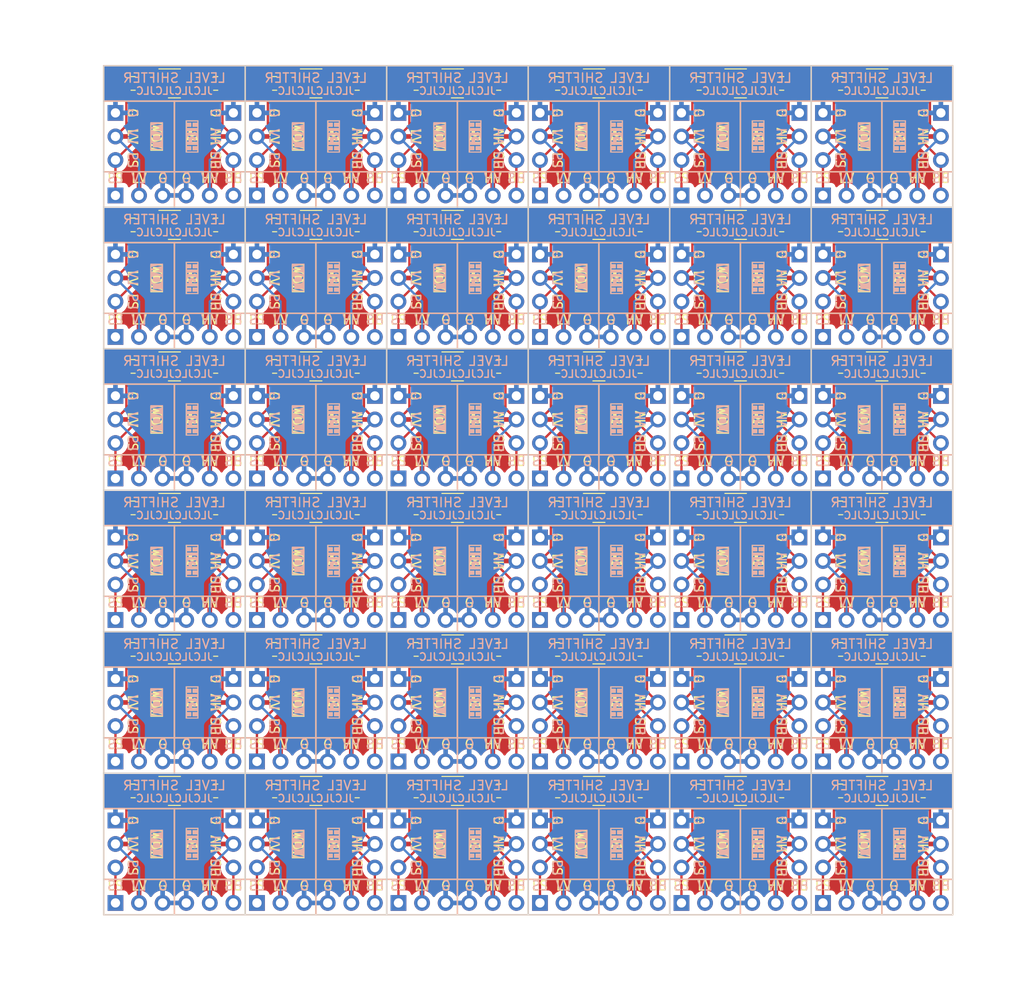
<source format=kicad_pcb>
(kicad_pcb (version 20221018) (generator pcbnew)
  (layers (0 "F.Cu" signal) (31 "B.Cu" signal) (34 "B.Paste" user) (35 "F.Paste" user) (36 "B.SilkS" user "B.Silkscreen") (37 "F.SilkS" user "F.Silkscreen") (38 "B.Mask" user) (39 "F.Mask" user) (44 "Edge.Cuts" user))
  (net 0 "")
  (net 1 "LV")
  (net 2 "LS")
  (net 3 "HS")
  (net 4 "HV")
  (net 5 "G")
  (footprint "Package_TO_SOT_SMD:SOT-23" (layer "F.Cu") (at 124.46 80.645)
    (fp_text reference "Q10" hide)
    (fp_text value "BSS138" hide)
  )
  (footprint "Custom:PinHeader_1x03_P2.54mm_Vertical_no_silk" (layer "F.Cu") (at 130.81 68.58)
    (fp_text reference "J5" hide)
    (fp_text value "Conn_01x03" hide)
  )
  (footprint "Custom:PinHeader_1x03_P2.54mm_Vertical_no_silk" (layer "F.Cu") (at 176.53 114.3)
    (fp_text reference "J86" hide)
    (fp_text value "Conn_01x03" hide)
  )
  (footprint "Package_TO_SOT_SMD:SOT-23" (layer "F.Cu") (at 185.42 95.885)
    (fp_text reference "Q22" hide)
    (fp_text value "BSS138" hide)
  )
  (footprint "Custom:PinHeader_1x06_P2.54mm_Vertical_no_silk" (layer "F.Cu") (at 133.35 138.43 90)
    (fp_text reference "J105" hide)
    (fp_text value "Conn_01x06" hide)
  )
  (footprint "Resistor_SMD:R_0805_2012Metric_Pad1.20x1.40mm_HandSolder" (layer "F.Cu") (at 120.015 141.605)
    (fp_text reference "R83" hide)
    (fp_text value "10K" hide)
  )
  (footprint "Resistor_SMD:R_0805_2012Metric_Pad1.20x1.40mm_HandSolder" (layer "F.Cu") (at 180.975 141.605)
    (fp_text reference "R91" hide)
    (fp_text value "10K" hide)
  )
  (footprint "Custom:PinHeader_1x03_P2.54mm_Vertical_no_silk" (layer "F.Cu") (at 148.59 68.58)
    (fp_text reference "J10" hide)
    (fp_text value "Conn_01x03" hide)
  )
  (footprint "Resistor_SMD:R_0805_2012Metric_Pad1.20x1.40mm_HandSolder" (layer "F.Cu") (at 104.775 95.885)
    (fp_text reference "R33" hide)
    (fp_text value "10K" hide)
  )
  (footprint "Package_TO_SOT_SMD:SOT-23" (layer "F.Cu") (at 170.18 95.885)
    (fp_text reference "Q21" hide)
    (fp_text value "BSS138" hide)
  )
  (footprint "Custom:PinHeader_1x03_P2.54mm_Vertical_no_silk" (layer "F.Cu") (at 191.77 99.06)
    (fp_text reference "J65" hide)
    (fp_text value "Conn_01x03" hide)
  )
  (footprint "Custom:PinHeader_1x03_P2.54mm_Vertical_no_silk" (layer "F.Cu") (at 118.11 144.78)
    (fp_text reference "J124" hide)
    (fp_text value "Conn_01x03" hide)
  )
  (footprint "Resistor_SMD:R_0805_2012Metric_Pad1.20x1.40mm_HandSolder" (layer "F.Cu") (at 144.145 65.405 180)
    (fp_text reference "R6" hide)
    (fp_text value "10K" hide)
  )
  (footprint "Package_TO_SOT_SMD:SOT-23" (layer "F.Cu") (at 109.22 126.365)
    (fp_text reference "Q33" hide)
    (fp_text value "BSS138" hide)
  )
  (footprint "Resistor_SMD:R_0805_2012Metric_Pad1.20x1.40mm_HandSolder" (layer "F.Cu") (at 104.775 65.405)
    (fp_text reference "R1" hide)
    (fp_text value "10K" hide)
  )
  (footprint "Custom:PinHeader_1x06_P2.54mm_Vertical_no_silk" (layer "F.Cu") (at 133.35 123.19 90)
    (fp_text reference "J81" hide)
    (fp_text value "Conn_01x06" hide)
  )
  (footprint "Resistor_SMD:R_0805_2012Metric_Pad1.20x1.40mm_HandSolder" (layer "F.Cu") (at 150.495 95.885)
    (fp_text reference "R39" hide)
    (fp_text value "10K" hide)
  )
  (footprint "Package_TO_SOT_SMD:SOT-23" (layer "F.Cu") (at 170.18 80.645)
    (fp_text reference "Q13" hide)
    (fp_text value "BSS138" hide)
  )
  (footprint "Custom:PinHeader_1x03_P2.54mm_Vertical_no_silk" (layer "F.Cu") (at 146.05 129.54)
    (fp_text reference "J104" hide)
    (fp_text value "Conn_01x03" hide)
  )
  (footprint "Resistor_SMD:R_0805_2012Metric_Pad1.20x1.40mm_HandSolder" (layer "F.Cu") (at 159.385 141.605 180)
    (fp_text reference "R88" hide)
    (fp_text value "10K" hide)
  )
  (footprint "Resistor_SMD:R_0805_2012Metric_Pad1.20x1.40mm_HandSolder" (layer "F.Cu") (at 144.145 126.365 180)
    (fp_text reference "R70" hide)
    (fp_text value "10K" hide)
  )
  (footprint "Resistor_SMD:R_0805_2012Metric_Pad1.20x1.40mm_HandSolder" (layer "F.Cu") (at 128.905 95.885 180)
    (fp_text reference "R36" hide)
    (fp_text value "10K" hide)
  )
  (footprint "Custom:PinHeader_1x03_P2.54mm_Vertical_no_silk" (layer "F.Cu") (at 102.87 144.78)
    (fp_text reference "J121" hide)
    (fp_text value "Conn_01x03" hide)
  )
  (footprint "Resistor_SMD:R_0805_2012Metric_Pad1.20x1.40mm_HandSolder" (layer "F.Cu") (at 144.145 111.125 180)
    (fp_text reference "R54" hide)
    (fp_text value "10K" hide)
  )
  (footprint "Custom:PinHeader_1x03_P2.54mm_Vertical_no_silk" (layer "F.Cu") (at 115.57 144.78)
    (fp_text reference "J122" hide)
    (fp_text value "Conn_01x03" hide)
  )
  (footprint "Custom:PinHeader_1x06_P2.54mm_Vertical_no_silk" (layer "F.Cu") (at 163.83 138.43 90)
    (fp_text reference "J111" hide)
    (fp_text value "Conn_01x06" hide)
  )
  (footprint "Custom:PinHeader_1x03_P2.54mm_Vertical_no_silk" (layer "F.Cu") (at 118.11 83.82)
    (fp_text reference "J28" hide)
    (fp_text value "Conn_01x03" hide)
  )
  (footprint "Custom:PinHeader_1x06_P2.54mm_Vertical_no_silk" (layer "F.Cu") (at 118.11 77.47 90)
    (fp_text reference "J6" hide)
    (fp_text value "Conn_01x06" hide)
  )
  (footprint "Custom:PinHeader_1x06_P2.54mm_Vertical_no_silk" (layer "F.Cu") (at 102.87 77.47 90)
    (fp_text reference "J4" hide)
    (fp_text value "Conn_01x06" hide)
  )
  (footprint "Custom:PinHeader_1x03_P2.54mm_Vertical_no_silk" (layer "F.Cu") (at 118.11 68.58)
    (fp_text reference "J3" hide)
    (fp_text value "Conn_01x03" hide)
  )
  (footprint "Resistor_SMD:R_0805_2012Metric_Pad1.20x1.40mm_HandSolder" (layer "F.Cu") (at 180.975 95.885)
    (fp_text reference "R43" hide)
    (fp_text value "10K" hide)
  )
  (footprint "Resistor_SMD:R_0805_2012Metric_Pad1.20x1.40mm_HandSolder" (layer "F.Cu") (at 128.905 65.405 180)
    (fp_text reference "R4" hide)
    (fp_text value "10K" hide)
  )
  (footprint "Custom:PinHeader_1x03_P2.54mm_Vertical_no_silk" (layer "F.Cu") (at 163.83 68.58)
    (fp_text reference "J13" hide)
    (fp_text value "Conn_01x03" hide)
  )
  (footprint "Package_TO_SOT_SMD:SOT-23" (layer "F.Cu") (at 170.18 141.605)
    (fp_text reference "Q45" hide)
    (fp_text value "BSS138" hide)
  )
  (footprint "Package_TO_SOT_SMD:SOT-23" (layer "F.Cu") (at 109.22 65.405)
    (fp_text reference "Q1" hide)
    (fp_text value "BSS138" hide)
  )
  (footprint "Custom:PinHeader_1x03_P2.54mm_Vertical_no_silk" (layer "F.Cu") (at 130.81 83.82)
    (fp_text reference "J29" hide)
    (fp_text value "Conn_01x03" hide)
  )
  (footprint "Package_TO_SOT_SMD:SOT-23" (layer "F.Cu") (at 124.46 65.405)
    (fp_text reference "Q2" hide)
    (fp_text value "BSS138" hide)
  )
  (footprint "Resistor_SMD:R_0805_2012Metric_Pad1.20x1.40mm_HandSolder" (layer "F.Cu") (at 150.495 65.405)
    (fp_text reference "R7" hide)
    (fp_text value "10K" hide)
  )
  (footprint "Custom:PinHeader_1x03_P2.54mm_Vertical_no_silk" (layer "F.Cu") (at 102.87 114.3)
    (fp_text reference "J73" hide)
    (fp_text value "Conn_01x03" hide)
  )
  (footprint "Custom:PinHeader_1x03_P2.54mm_Vertical_no_silk" (layer "F.Cu") (at 161.29 144.78)
    (fp_text reference "J131" hide)
    (fp_text value "Conn_01x03" hide)
  )
  (footprint "Custom:PinHeader_1x06_P2.54mm_Vertical_no_silk" (layer "F.Cu") (at 179.07 138.43 90)
    (fp_text reference "J114" hide)
    (fp_text value "Conn_01x06" hide)
  )
  (footprint "Resistor_SMD:R_0805_2012Metric_Pad1.20x1.40mm_HandSolder" (layer "F.Cu") (at 150.495 111.125)
    (fp_text reference "R55" hide)
    (fp_text value "10K" hide)
  )
  (footprint "Custom:PinHeader_1x03_P2.54mm_Vertical_no_silk" (layer "F.Cu") (at 161.29 83.82)
    (fp_text reference "J35" hide)
    (fp_text value "Conn_01x03" hide)
  )
  (footprint "Custom:PinHeader_1x03_P2.54mm_Vertical_no_silk" (layer "F.Cu") (at 148.59 129.54)
    (fp_text reference "J106" hide)
    (fp_text value "Conn_01x03" hide)
  )
  (footprint "Custom:PinHeader_1x03_P2.54mm_Vertical_no_silk" (layer "F.Cu") (at 161.29 129.54)
    (fp_text reference "J107" hide)
    (fp_text value "Conn_01x03" hide)
  )
  (footprint "Custom:PinHeader_1x06_P2.54mm_Vertical_no_silk" (layer "F.Cu") (at 148.59 107.95 90)
    (fp_text reference "J60" hide)
    (fp_text value "Conn_01x06" hide)
  )
  (footprint "Custom:PinHeader_1x06_P2.54mm_Vertical_no_silk" (layer "F.Cu") (at 163.83 77.47 90)
    (fp_text reference "J15" hide)
    (fp_text value "Conn_01x06" hide)
  )
  (footprint "Custom:PinHeader_1x03_P2.54mm_Vertical_no_silk" (layer "F.Cu") (at 179.07 114.3)
    (fp_text reference "J88" hide)
    (fp_text value "Conn_01x03" hide)
  )
  (footprint "Resistor_SMD:R_0805_2012Metric_Pad1.20x1.40mm_HandSolder" (layer "F.Cu") (at 120.015 80.645)
    (fp_text reference "R19" hide)
    (fp_text value "10K" hide)
  )
  (footprint "Resistor_SMD:R_0805_2012Metric_Pad1.20x1.40mm_HandSolder" (layer "F.Cu") (at 135.255 141.605)
    (fp_text reference "R85" hide)
    (fp_text value "10K" hide)
  )
  (footprint "Package_TO_SOT_SMD:SOT-23" (layer "F.Cu") (at 139.7 65.405)
    (fp_text reference "Q3" hide)
    (fp_text value "BSS138" hide)
  )
  (footprint "Custom:PinHeader_1x03_P2.54mm_Vertical_no_silk" (layer "F.Cu") (at 179.07 144.78)
    (fp_text reference "J136" hide)
    (fp_text value "Conn_01x03" hide)
  )
  (footprint "Custom:PinHeader_1x03_P2.54mm_Vertical_no_silk" (layer "F.Cu") (at 146.05 114.3)
    (fp_text reference "J80" hide)
    (fp_text value "Conn_01x03" hide)
  )
  (footprint "Resistor_SMD:R_0805_2012Metric_Pad1.20x1.40mm_HandSolder" (layer "F.Cu") (at 159.385 80.645 180)
    (fp_text reference "R24" hide)
    (fp_text value "10K" hide)
  )
  (footprint "Resistor_SMD:R_0805_2012Metric_Pad1.20x1.40mm_HandSolder" (layer "F.Cu") (at 135.255 65.405)
    (fp_text reference "R5" hide)
    (fp_text value "10K" hide)
  )
  (footprint "Resistor_SMD:R_0805_2012Metric_Pad1.20x1.40mm_HandSolder" (layer "F.Cu") (at 165.735 126.365)
    (fp_text reference "R73" hide)
    (fp_text value "10K" hide)
  )
  (footprint "Resistor_SMD:R_0805_2012Metric_Pad1.20x1.40mm_HandSolder" (layer "F.Cu") (at 113.665 65.405 180)
    (fp_text reference "R2" hide)
    (fp_text value "10K" hide)
  )
  (footprint "Custom:PinHeader_1x03_P2.54mm_Vertical_no_silk" (layer "F.Cu") (at 179.07 99.06)
    (fp_text reference "J64" hide)
    (fp_text value "Conn_01x03" hide)
  )
  (footprint "Resistor_SMD:R_0805_2012Metric_Pad1.20x1.40mm_HandSolder" (layer "F.Cu") (at 135.255 80.645)
    (fp_text reference "R21" hide)
    (fp_text value "10K" hide)
  )
  (footprint "Resistor_SMD:R_0805_2012Metric_Pad1.20x1.40mm_HandSolder" (layer "F.Cu") (at 174.625 95.885 180)
    (fp_text reference "R42" hide)
    (fp_text value "10K" hide)
  )
  (footprint "Resistor_SMD:R_0805_2012Metric_Pad1.20x1.40mm_HandSolder" (layer "F.Cu") (at 159.385 111.125 180)
    (fp_text reference "R56" hide)
    (fp_text value "10K" hide)
  )
  (footprint "Resistor_SMD:R_0805_2012Metric_Pad1.20x1.40mm_HandSolder" (layer "F.Cu") (at 180.975 80.645)
    (fp_text reference "R27" hide)
    (fp_text value "10K" hide)
  )
  (footprint "Custom:PinHeader_1x06_P2.54mm_Vertical_no_silk" (layer "F.Cu") (at 148.59 138.43 90)
    (fp_text reference "J108" hide)
    (fp_text value "Conn_01x06" hide)
  )
  (footprint "Package_TO_SOT_SMD:SOT-23" (layer "F.Cu") (at 154.94 141.605)
    (fp_text reference "Q44" hide)
    (fp_text value "BSS138" hide)
  )
  (footprint "Resistor_SMD:R_0805_2012Metric_Pad1.20x1.40mm_HandSolder" (layer "F.Cu") (at 189.865 141.605 180)
    (fp_text reference "R92" hide)
    (fp_text value "10K" hide)
  )
  (footprint "Custom:PinHeader_1x06_P2.54mm_Vertical_no_silk" (layer "F.Cu") (at 163.83 153.67 90)
    (fp_text reference "J135" hide)
    (fp_text value "Conn_01x06" hide)
  )
  (footprint "Package_TO_SOT_SMD:SOT-23" (layer "F.Cu") (at 139.7 126.365)
    (fp_text reference "Q35" hide)
    (fp_text value "BSS138" hide)
  )
  (footprint "Custom:PinHeader_1x03_P2.54mm_Vertical_no_silk" (layer "F.Cu") (at 191.77 129.54)
    (fp_text reference "J113" hide)
    (fp_text value "Conn_01x03" hide)
  )
  (footprint "Custom:PinHeader_1x03_P2.54mm_Vertical_no_silk" (layer "F.Cu") (at 130.81 144.78)
    (fp_text reference "J125" hide)
    (fp_text value "Conn_01x03" hide)
  )
  (footprint "Custom:PinHeader_1x03_P2.54mm_Vertical_no_silk" (layer "F.Cu") (at 115.57 83.82)
    (fp_text reference "J26" hide)
    (fp_text value "Conn_01x03" hide)
  )
  (footprint "Custom:PinHeader_1x03_P2.54mm_Vertical_no_silk" (layer "F.Cu") (at 163.83 99.06)
    (fp_text reference "J61" hide)
    (fp_text value "Conn_01x03" hide)
  )
  (footprint "Custom:PinHeader_1x03_P2.54mm_Vertical_no_silk" (layer "F.Cu") (at 191.77 144.78)
    (fp_text reference "J137" hide)
    (fp_text value "Conn_01x03" hide)
  )
  (footprint "Custom:PinHeader_1x03_P2.54mm_Vertical_no_silk" (layer "F.Cu") (at 115.57 114.3)
    (fp_text reference "J74" hide)
    (fp_text value "Conn_01x03" hide)
  )
  (footprint "Custom:PinHeader_1x06_P2.54mm_Vertical_no_silk" (layer "F.Cu") (at 102.87 138.43 90)
    (fp_text reference "J99" hide)
    (fp_text value "Conn_01x06" hide)
  )
  (footprint "Custom:PinHeader_1x03_P2.54mm_Vertical_no_silk" (layer "F.Cu") (at 118.11 114.3)
    (fp_text reference "J76" hide)
    (fp_text value "Conn_01x03" hide)
  )
  (footprint "Custom:PinHeader_1x06_P2.54mm_Vertical_no_silk" (layer "F.Cu") (at 133.35 107.95 90)
    (fp_text reference "J57" hide)
    (fp_text value "Conn_01x06" hide)
  )
  (footprint "Resistor_SMD:R_0805_2012Metric_Pad1.20x1.40mm_HandSolder" (layer "F.Cu") (at 128.905 126.365 180)
    (fp_text reference "R68" hide)
    (fp_text value "10K" hide)
  )
  (footprint "Custom:PinHeader_1x03_P2.54mm_Vertical_no_silk" (layer "F.Cu") (at 179.07 129.54)
    (fp_text reference "J112" hide)
    (fp_text value "Conn_01x03" hide)
  )
  (footprint "Custom:PinHeader_1x06_P2.54mm_Vertical_no_silk" (layer "F.Cu") (at 102.87 92.71 90)
    (fp_text reference "J27" hide)
    (fp_text value "Conn_01x06" hide)
  )
  (footprint "Resistor_SMD:R_0805_2012Metric_Pad1.20x1.40mm_HandSolder" (layer "F.Cu") (at 180.975 65.405)
    (fp_text reference "R11" hide)
    (fp_text value "10K" hide)
  )
  (footprint "Package_TO_SOT_SMD:SOT-23" (layer "F.Cu") (at 185.42 141.605)
    (fp_text reference "Q46" hide)
    (fp_text value "BSS138" hide)
  )
  (footprint "Custom:PinHeader_1x03_P2.54mm_Vertical_no_silk" (layer "F.Cu") (at 191.77 83.82)
    (fp_text reference "J41" hide)
    (fp_text value "Conn_01x03" hide)
  )
  (footprint "Custom:PinHeader_1x06_P2.54mm_Vertical_no_silk" (layer "F.Cu") (at 118.11 138.43 90)
    (fp_text reference "J102" hide)
    (fp_text value "Conn_01x06" hide)
  )
  (footprint "Custom:PinHeader_1x06_P2.54mm_Vertical_no_silk" (layer "F.Cu") (at 179.07 123.19 90)
    (fp_text reference "J90" hide)
    (fp_text value "Conn_01x06" hide)
  )
  (footprint "Package_TO_SOT_SMD:SOT-23" (layer "F.Cu") (at 154.94 126.365)
    (fp_text reference "Q36" hide)
    (fp_text value "BSS138" hide)
  )
  (footprint "Custom:PinHeader_1x03_P2.54mm_Vertical_no_silk" (layer "F.Cu") (at 102.87 99.06)
    (fp_text reference "J49" hide)
    (fp_text value "Conn_01x03" hide)
  )
  (footprint "Custom:PinHeader_1x03_P2.54mm_Vertical_no_silk" (layer "F.Cu") (at 146.05 99.06)
    (fp_text reference "J56" hide)
    (fp_text value "Conn_01x03" hide)
  )
  (footprint "Resistor_SMD:R_0805_2012Metric_Pad1.20x1.40mm_HandSolder" (layer "F.Cu") (at 189.865 111.125 180)
    (fp_text reference "R60" hide)
    (fp_text value "10K" hide)
  )
  (footprint "Resistor_SMD:R_0805_2012Metric_Pad1.20x1.40mm_HandSolder" (layer "F.Cu") (at 144.145 95.885 180)
    (fp_text reference "R38" hide)
    (fp_text value "10K" hide)
  )
  (footprint "Custom:PinHeader_1x03_P2.54mm_Vertical_no_silk" (layer "F.Cu") (at 118.11 99.06)
    (fp_text reference "J52" hide)
    (fp_text value "Conn_01x03" hide)
  )
  (footprint "Custom:PinHeader_1x03_P2.54mm_Vertical_no_silk" (layer "F.Cu") (at 191.77 68.58)
    (fp_text reference "J17" hide)
    (fp_text value "Conn_01x03" hide)
  )
  (footprint "Resistor_SMD:R_0805_2012Metric_Pad1.20x1.40mm_HandSolder" (layer "F.Cu") (at 165.735 95.885)
    (fp_text reference "R41" hide)
    (fp_text value "10K" hide)
  )
  (footprint "Custom:PinHeader_1x03_P2.54mm_Vertical_no_silk" (layer "F.Cu") (at 163.83 129.54)
    (fp_text reference "J109" hide)
    (fp_text value "Conn_01x03" hide)
  )
  (footprint "Custom:PinHeader_1x03_P2.54mm_Vertical_no_silk" (layer "F.Cu") (at 133.35 129.54)
    (fp_text reference "J103" hide)
    (fp_text value "Conn_01x03" hide)
  )
  (footprint "Custom:PinHeader_1x03_P2.54mm_Vertical_no_silk" (layer "F.Cu") (at 161.29 114.3)
    (fp_text reference "J83" hide)
    (fp_text value "Conn_01x03" hide)
  )
  (footprint "Custom:PinHeader_1x03_P2.54mm_Vertical_no_silk" (layer "F.Cu") (at 102.87 129.54)
    (fp_text reference "J97" hide)
    (fp_text value "Conn_01x03" hide)
  )
  (footprint "Custom:PinHeader_1x03_P2.54mm_Vertical_no_silk" (layer "F.Cu") (at 176.53 83.82)
    (fp_text reference "J38" hide)
    (fp_text value "Conn_01x03" hide)
  )
  (footprint "Resistor_SMD:R_0805_2012Metric_Pad1.20x1.40mm_HandSolder" (layer "F.Cu") (at 189.865 65.405 180)
    (fp_text reference "R12" hide)
    (fp_text value "10K" hide)
  )
  (footprint "Resistor_SMD:R_0805_2012Metric_Pad1.20x1.40mm_HandSolder" (layer "F.Cu") (at 174.625 141.605 180)
    (fp_text reference "R90" hide)
    (fp_text value "10K" hide)
  )
  (footprint "Custom:PinHeader_1x06_P2.54mm_Vertical_no_silk" (layer "F.Cu") (at 118.11 92.71 90)
    (fp_text reference "J30" hide)
    (fp_text value "Conn_01x06" hide)
  )
  (footprint "Resistor_SMD:R_0805_2012Metric_Pad1.20x1.40mm_HandSolder" (layer "F.Cu") (at 180.975 111.125)
    (fp_text reference "R59" hide)
    (fp_text value "10K" hide)
  )
  (footprint "Custom:PinHeader_1x06_P2.54mm_Vertical_no_silk" (layer "F.Cu") (at 118.11 153.67 90)
    (fp_text reference "J126" hide)
    (fp_text value "Conn_01x06" hide)
  )
  (footprint "Custom:PinHeader_1x03_P2.54mm_Vertical_no_silk" (layer "F.Cu") (at 133.35 144.78)
    (fp_text reference "J127" hide)
    (fp_text value "Conn_01x03" hide)
  )
  (footprint "Resistor_SMD:R_0805_2012Metric_Pad1.20x1.40mm_HandSolder" (layer "F.Cu") (at 120.015 65.405)
    (fp_text reference "R3" hide)
    (fp_text value "10K" hide)
  )
  (footprint "Resistor_SMD:R_0805_2012Metric_Pad1.20x1.40mm_HandSolder" (layer "F.Cu") (at 189.865 80.645 180)
    (fp_text reference "R28" hide)
    (fp_text value "10K" hide)
  )
  (footprint "Custom:PinHeader_1x03_P2.54mm_Vertical_no_silk" (layer "F.Cu") (at 161.29 99.06)
    (fp_text reference "J59" hide)
    (fp_text value "Conn_01x03" hide)
  )
  (footprint "Custom:PinHeader_1x06_P2.54mm_Vertical_no_silk" (layer "F.Cu") (at 133.35 153.67 90)
    (fp_text reference "J129" hide)
    (fp_text value "Conn_01x06" hide)
  )
  (footprint "Custom:PinHeader_1x03_P2.54mm_Vertical_no_silk" (layer "F.Cu") (at 130.81 99.06)
    (fp_text reference "J53" hide)
    (fp_text value "Conn_01x03" hide)
  )
  (footprint "Package_TO_SOT_SMD:SOT-23" (layer "F.Cu") (at 154.94 111.125)
    (fp_text reference "Q28" hide)
    (fp_text value "BSS138" hide)
  )
  (footprint "Custom:PinHeader_1x06_P2.54mm_Vertical_no_silk" (layer "F.Cu") (at 133.35 77.47 90)
    (fp_text reference "J9" hide)
    (fp_text value "Conn_01x06" hide)
  )
  (footprint "Custom:PinHeader_1x06_P2.54mm_Vertical_no_silk" (layer "F.Cu") (at 179.07 107.95 90)
    (fp_text reference "J66" hide)
    (fp_text value "Conn_01x06" hide)
  )
  (footprint "Package_TO_SOT_SMD:SOT-23" (layer "F.Cu") (at 139.7 141.605)
    (fp_text reference "Q43" hide)
    (fp_text value "BSS138" hide)
  )
  (footprint "Custom:PinHeader_1x03_P2.54mm_Vertical_no_silk" (layer "F.Cu") (at 176.53 144.78)
    (fp_text reference "J134" hide)
    (fp_text value "Conn_01x03" hide)
  )
  (footprint "Package_TO_SOT_SMD:SOT-23" (layer "F.Cu") (at 185.42 111.125)
    (fp_text reference "Q30" hide)
    (fp_text value "BSS138" hide)
  )
  (footprint "Resistor_SMD:R_0805_2012Metric_Pad1.20x1.40mm_HandSolder" (layer "F.Cu") (at 150.495 80.645)
    (fp_text reference "R23" hide)
    (fp_text value "10K" hide)
  )
  (footprint "Package_TO_SOT_SMD:SOT-23" (layer "F.Cu") (at 139.7 80.645)
    (fp_text reference "Q11" hide)
    (fp_text value "BSS138" hide)
  )
  (footprint "Custom:PinHeader_1x03_P2.54mm_Vertical_no_silk" (layer "F.Cu") (at 133.35 83.82)
    (fp_text reference "J31" hide)
    (fp_text value "Conn_01x03" hide)
  )
  (footprint "Custom:PinHeader_1x03_P2.54mm_Vertical_no_silk" (layer "F.Cu") (at 163.83 144.78)
    (fp_text reference "J133" hide)
    (fp_text value "Conn_01x03" hide)
  )
  (footprint "Custom:PinHeader_1x06_P2.54mm_Vertical_no_silk" (layer "F.Cu") (at 148.59 153.67 90)
    (fp_text reference "J132" hide)
    (fp_text value "Conn_01x06" hide)
  )
  (footprint "Resistor_SMD:R_0805_2012Metric_Pad1.20x1.40mm_HandSolder" (layer "F.Cu") (at 135.255 111.125)
    (fp_text reference "R53" hide)
    (fp_text value "10K" hide)
  )
  (footprint "Package_TO_SOT_SMD:SOT-23" (layer "F.Cu") (at 124.46 111.125)
    (fp_text reference "Q26" hide)
    (fp_text value "BSS138" hide)
  )
  (footprint "Package_TO_SOT_SMD:SOT-23" (layer "F.Cu") (at 124.46 95.885)
    (fp_text reference "Q18" hide)
    (fp_text value "BSS138" hide)
  )
  (footprint "Custom:PinHeader_1x06_P2.54mm_Vertical_no_silk" (layer "F.Cu") (at 102.87 107.95 90)
    (fp_text reference "J51" hide)
    (fp_text value "Conn_01x06" hide)
  )
  (footprint "Custom:PinHeader_1x06_P2.54mm_Vertical_no_silk" (layer "F.Cu") (at 102.87 123.19 90)
    (fp_text reference "J75" hide)
    (fp_text value "Conn_01x06" hide)
  )
  (footprint "Package_TO_SOT_SMD:SOT-23" (layer "F.Cu") (at 124.46 141.605)
    (fp_text reference "Q42" hide)
    (fp_text value "BSS138" hide)
  )
  (footprint "Custom:PinHeader_1x06_P2.54mm_Vertical_no_silk" (layer "F.Cu") (at 102.87 153.67 90)
    (fp_text reference "J123" hide)
    (fp_text value "Conn_01x06" hide)
  )
  (footprint "Resistor_SMD:R_0805_2012Metric_Pad1.20x1.40mm_HandSolder" (layer "F.Cu") (at 113.665 95.885 180)
    (fp_text reference "R34" hide)
    (fp_text value "10K" hide)
  )
  (footprint "Resistor_SMD:R_0805_2012Metric_Pad1.20x1.40mm_HandSolder" (layer "F.Cu") (at 165.735 141.605)
    (fp_text reference "R89" hide)
    (fp_text value "10K" hide)
  )
  (footprint "Resistor_SMD:R_0805_2012Metric_Pad1.20x1.40mm_HandSolder" (layer "F.Cu") (at 165.735 111.125)
    (fp_text reference "R57" hide)
    (fp_text value "10K" hide)
  )
  (footprint "Custom:PinHeader_1x03_P2.54mm_Vertical_no_silk" (layer "F.Cu") (at 161.29 68.58)
    (fp_text reference "J11" hide)
    (fp_text value "Conn_01x03" hide)
  )
  (footprint "Package_TO_SOT_SMD:SOT-23" (layer "F.Cu") (at 170.18 111.125)
    (fp_text reference "Q29" hide)
    (fp_text value "BSS138" hide)
  )
  (footprint "Custom:PinHeader_1x03_P2.54mm_Vertical_no_silk" (layer "F.Cu") (at 115.57 68.58)
    (fp_text reference "J2" hide)
    (fp_text value "Conn_01x03" hide)
  )
  (footprint "Resistor_SMD:R_0805_2012Metric_Pad1.20x1.40mm_HandSolder" (layer "F.Cu") (at 104.775 141.605)
    (fp_text reference "R81" hide)
    (fp_text value "10K" hide)
  )
  (footprint "Resistor_SMD:R_0805_2012Metric_Pad1.20x1.40mm_HandSolder" (layer "F.Cu") (at 128.905 141.605 180)
    (fp_text reference "R84" hide)
    (fp_text value "10K" hide)
  )
  (footprint "Resistor_SMD:R_0805_2012Metric_Pad1.20x1.40mm_HandSolder" (layer "F.Cu") (at 174.625 126.365 180)
    (fp_text reference "R74" hide)
    (fp_text value "10K" hide)
  )
  (footprint "Package_TO_SOT_SMD:SOT-23" (layer "F.Cu") (at 109.22 80.645)
    (fp_text reference "Q9" hide)
    (fp_text value "BSS138" hide)
  )
  (footprint "Custom:PinHeader_1x03_P2.54mm_Vertical_no_silk" (layer "F.Cu") (at 179.07 83.82)
    (fp_text reference "J40" hide)
    (fp_text value "Conn_01x03" hide)
  )
  (footprint "Custom:PinHeader_1x03_P2.54mm_Vertical_no_silk" (layer "F.Cu") (at 133.35 114.3)
    (fp_text reference "J79" hide)
    (fp_text value "Conn_01x03" hide)
  )
  (footprint "Custom:PinHeader_1x03_P2.54mm_Vertical_no_silk" (layer "F.Cu") (at 176.53 68.58)
    (fp_text reference "J14" hide)
    (fp_text value "Conn_01x03" hide)
  )
  (footprint "Custom:PinHeader_1x03_P2.54mm_Vertical_no_silk" (layer "F.Cu") (at 130.81 114.3)
    (fp_text reference "J77" hide)
    (fp_text value "Conn_01x03" hide)
  )
  (footprint "Custom:PinHeader_1x03_P2.54mm_Vertical_no_silk" (layer "F.Cu") (at 115.57 129.54)
    (fp_text reference "J98" hide)
    (fp_text value "Conn_01x03" hide)
  )
  (footprint "Resistor_SMD:R_0805_2012Metric_Pad1.20x1.40mm_HandSolder" (layer "F.Cu") (at 113.665 111.125 180)
    (fp_text reference "R50" hide)
    (fp_text value "10K" hide)
  )
  (footprint "Package_TO_SOT_SMD:SOT-23" (layer "F.Cu") (at 170.18 65.405)
    (fp_text reference "Q5" hide)
    (fp_text value "BSS138" hide)
  )
  (footprint "Resistor_SMD:R_0805_2012Metric_Pad1.20x1.40mm_HandSolder" (layer "F.Cu") (at 159.385 65.405 180)
    (fp_text reference "R8" hide)
    (fp_text value "10K" hide)
  )
  (footprint "Resistor_SMD:R_0805_2012Metric_Pad1.20x1.40mm_HandSolder" (layer "F.Cu") (at 165.735 80.645)
    (fp_text reference "R25" hide)
    (fp_text value "10K" hide)
  )
  (footprint "Custom:PinHeader_1x03_P2.54mm_Vertical_no_silk" (layer "F.Cu") (at 118.11 129.54)
    (fp_text reference "J100" hide)
    (fp_text value "Conn_01x03" hide)
  )
  (footprint "Custom:PinHeader_1x06_P2.54mm_Vertical_no_silk" (layer "F.Cu") (at 179.07 92.71 90)
    (fp_text reference "J42" hide)
    (fp_text value "Conn_01x06" hide)
  )
  (footprint "Resistor_SMD:R_0805_2012Metric_Pad1.20x1.40mm_HandSolder" (layer "F.Cu") (at 150.495 141.605)
    (fp_text reference "R87" hide)
    (fp_text value "10K" hide)
  )
  (footprint "Package_TO_SOT_SMD:SOT-23" (layer "F.Cu") (at 154.94 80.645)
    (fp_text reference "Q12" hide)
    (fp_text value "BSS138" hide)
  )
  (footprint "Package_TO_SOT_SMD:SOT-23" (layer "F.Cu") (at 109.22 111.125)
    (fp_text reference "Q25" hide)
    (fp_text value "BSS138" hide)
  )
  (footprint "Resistor_SMD:R_0805_2012Metric_Pad1.20x1.40mm_HandSolder" (layer "F.Cu") (at 113.665 126.365 180)
    (fp_text reference "R66" hide)
    (fp_text value "10K" hide)
  )
  (footprint "Resistor_SMD:R_0805_2012Metric_Pad1.20x1.40mm_HandSolder" (layer "F.Cu") (at 159.385 95.885 180)
    (fp_text reference "R40" hide)
    (fp_text value "10K" hide)
  )
  (footprint "Resistor_SMD:R_0805_2012Metric_Pad1.20x1.40mm_HandSolder" (layer "F.Cu") (at 144.145 141.605 180)
    (fp_text reference "R86" hide)
    (fp_text value "10K" hide)
  )
  (footprint "Custom:PinHeader_1x06_P2.54mm_Vertical_no_silk" (layer "F.Cu") (at 163.83 123.19 90)
    (fp_text reference "J87" hide)
    (fp_text value "Conn_01x06" hide)
  )
  (footprint "Custom:PinHeader_1x03_P2.54mm_Vertical_no_silk" (layer "F.Cu") (at 102.87 83.82)
    (fp_text reference "J25" hide)
    (fp_text value "Conn_01x03" hide)
  )
  (footprint "Package_TO_SOT_SMD:SOT-23" (layer "F.Cu") (at 139.7 95.885)
    (fp_text reference "Q19" hide)
    (fp_text value "BSS138" hide)
  )
  (footprint "Custom:PinHeader_1x03_P2.54mm_Vertical_no_silk" (layer "F.Cu") (at 163.83 114.3)
    (fp_text reference "J85" hide)
    (fp_text value "Conn_01x03" hide)
  )
  (footprint "Custom:PinHeader_1x06_P2.54mm_Vertical_no_silk" (layer "F.Cu") (at 148.59 92.71 90)
    (fp_text reference "J36" hide)
    (fp_text value "Conn_01x06" hide)
  )
  (footprint "Resistor_SMD:R_0805_2012Metric_Pad1.20x1.40mm_HandSolder" (layer "F.Cu") (at 120.015 95.885)
    (fp_text reference "R35" hide)
    (fp_text value "10K" hide)
  )
  (footprint "Custom:PinHeader_1x06_P2.54mm_Vertical_no_silk" (layer "F.Cu") (at 118.11 123.19 90)
    (fp_text reference "J78" hide)
    (fp_text value "Conn_01x06" hide)
  )
  (footprint "Resistor_SMD:R_0805_2012Metric_Pad1.20x1.40mm_HandSolder" (layer "F.Cu") (at 180.975 126.365)
    (fp_text reference "R75" hide)
    (fp_text value "10K" hide)
  )
  (footprint "Resistor_SMD:R_0805_2012Metric_Pad1.20x1.40mm_HandSolder" (layer "F.Cu") (at 128.905 80.645 180)
    (fp_text reference "R20" hide)
    (fp_text value "10K" hide)
  )
  (footprint "Custom:PinHeader_1x03_P2.54mm_Vertical_no_silk" (layer "F.Cu") (at 179.07 68.58)
    (fp_text reference "J16" hide)
    (fp_text value "Conn_01x03" hide)
  )
  (footprint "Custom:PinHeader_1x06_P2.54mm_Vertical_no_silk" (layer "F.Cu") (at 118.11 107.95 90)
    (fp_text reference "J54" hide)
    (fp_text value "Conn_01x06" hide)
  )
  (footprint "Package_TO_SOT_SMD:SOT-23" (layer "F.Cu") (at 185.42 80.645)
    (fp_text reference "Q14" hide)
    (fp_text value "BSS138" hide)
  )
  (footprint "Custom:PinHeader_1x06_P2.54mm_Vertical_no_silk" (layer "F.Cu") (at 179.07 153.67 90)
    (fp_text reference "J138" hide)
    (fp_text value "Conn_01x06" hide)
  )
  (footprint "Package_TO_SOT_SMD:SOT-23" (layer "F.Cu") (at 170.18 126.365)
    (fp_text reference "Q37" hide)
    (fp_text value "BSS138" hide)
  )
  (footprint "Resistor_SMD:R_0805_2012Metric_Pad1.20x1.40mm_HandSolder" (layer "F.Cu") (at 135.255 126.365)
    (fp_text reference "R69" hide)
    (fp_text value "10K" hide)
  )
  (footprint "Resistor_SMD:R_0805_2012Metric_Pad1.20x1.40mm_HandSolder" (layer "F.Cu") (at 159.385 126.365 180)
    (fp_text reference "R72" hide)
    (fp_text value "10K" hide)
  )
  (footprint "Custom:PinHeader_1x06_P2.54mm_Vertical_no_silk" (layer "F.Cu") (at 133.35 92.71 90)
    (fp_text reference "J33" hide)
    (fp_text value "Conn_01x06" hide)
  )
  (footprint "Custom:PinHeader_1x03_P2.54mm_Vertical_no_silk" (layer "F.Cu") (at 176.53 99.06)
    (fp_text reference "J62" hide)
    (fp_text value "Conn_01x03" hide)
  )
  (footprint "Package_TO_SOT_SMD:SOT-23" (layer "F.Cu") (at 185.42 65.405)
    (fp_text reference "Q6" hide)
    (fp_text value "BSS138" hide)
  )
  (footprint "Package_TO_SOT_SMD:SOT-23" (layer "F.Cu") (at 154.94 65.405)
    (fp_text reference "Q4" hide)
    (fp_text value "BSS138" hide)
  )
  (footprint "Custom:PinHeader_1x03_P2.54mm_Vertical_no_silk" (layer "F.Cu") (at 148.59 144.78)
    (fp_text reference "J130" hide)
    (fp_text value "Conn_01x03" hide)
  )
  (footprint "Custom:PinHeader_1x06_P2.54mm_Vertical_no_silk" (layer "F.Cu") (at 163.83 107.95 90)
    (fp_text reference "J63" hide)
    (fp_text value "Conn_01x06" hide)
  )
  (footprint "Custom:PinHeader_1x03_P2.54mm_Vertical_no_silk" (layer "F.Cu") (at 146.05 68.58)
    (fp_text reference "J8" hide)
    (fp_text value "Conn_01x03" hide)
  )
  (footprint "Custom:PinHeader_1x06_P2.54mm_Vertical_no_silk" (layer "F.Cu") (at 148.59 123.19 90)
    (fp_text reference "J84" hide)
    (fp_text value "Conn_01x06" hide)
  )
  (footprint "Custom:PinHeader_1x03_P2.54mm_Vertical_no_silk" (layer "F.Cu") (at 176.53 129.54)
    (fp_text reference "J110" hide)
    (fp_text value "Conn_01x03" hide)
  )
  (footprint "Custom:PinHeader_1x03_P2.54mm_Vertical_no_silk" (layer "F.Cu") (at 148.59 99.06)
    (fp_text reference "J58" hide)
    (fp_text value "Conn_01x03" hide)
  )
  (footprint "Resistor_SMD:R_0805_2012Metric_Pad1.20x1.40mm_HandSolder" (layer "F.Cu") (at 104.775 126.365)
    (fp_text reference "R65" hide)
    (fp_text value "10K" hide)
  )
  (footprint "Custom:PinHeader_1x03_P2.54mm_Vertical_no_silk" (layer "F.Cu") (at 148.59 83.82)
    (fp_text reference "J34" hide)
    (fp_text value "Conn_01x03" hide)
  )
  (footprint "Resistor_SMD:R_0805_2012Metric_Pad1.20x1.40mm_HandSolder" (layer "F.Cu") (at 189.865 126.365 180)
    (fp_text reference "R76" hide)
    (fp_text value "10K" hide)
  )
  (footprint "Custom:PinHeader_1x03_P2.54mm_Vertical_no_silk" (layer "F.Cu") (at 146.05 83.82)
    (fp_text reference "J32" hide)
    (fp_text value "Conn_01x03" hide)
  )
  (footprint "Custom:PinHeader_1x03_P2.54mm_Vertical_no_silk" (layer "F.Cu") (at 146.05 144.78)
    (fp_text reference "J128" hide)
    (fp_text value "Conn_01x03" hide)
  )
  (footprint "Resistor_SMD:R_0805_2012Metric_Pad1.20x1.40mm_HandSolder" (layer "F.Cu") (at 174.625 65.405 180)
    (fp_text reference "R10" hide)
    (fp_text value "10K" hide)
  )
  (footprint "Custom:PinHeader_1x03_P2.54mm_Vertical_no_silk" (layer "F.Cu") (at 191.77 114.3)
    (fp_text reference "J89" hide)
    (fp_text value "Conn_01x03" hide)
  )
  (footprint "Resistor_SMD:R_0805_2012Metric_Pad1.20x1.40mm_HandSolder" (layer "F.Cu") (at 165.735 65.405)
    (fp_text reference "R9" hide)
    (fp_text value "10K" hide)
  )
  (footprint "Package_TO_SOT_SMD:SOT-23" (layer "F.Cu") (at 124.46 126.365)
    (fp_text reference "Q34" hide)
    (fp_text value "BSS138" hide)
  )
  (footprint "Resistor_SMD:R_0805_2012Metric_Pad1.20x1.40mm_HandSolder" (layer "F.Cu") (at 128.905 111.125 180)
    (fp_text reference "R52" hide)
    (fp_text value "10K" hide)
  )
  (footprint "Custom:PinHeader_1x03_P2.54mm_Vertical_no_silk" (layer "F.Cu") (at 148.59 114.3)
    (fp_text reference "J82" hide)
    (fp_text value "Conn_01x03" hide)
  )
  (footprint "Resistor_SMD:R_0805_2012Metric_Pad1.20x1.40mm_HandSolder" (layer "F.Cu") (at 144.145 80.645 180)
    (fp_text reference "R22" hide)
    (fp_text value "10K" hide)
  )
  (footprint "Custom:PinHeader_1x03_P2.54mm_Vertical_no_silk" (layer "F.Cu") (at 163.83 83.82)
    (fp_text reference "J37" hide)
    (fp_text value "Conn_01x03" hide)
  )
  (footprint "Resistor_SMD:R_0805_2012Metric_Pad1.20x1.40mm_HandSolder" (layer "F.Cu") (at 120.015 111.125)
    (fp_text reference "R51" hide)
    (fp_text value "10K" hide)
  )
  (footprint "Resistor_SMD:R_0805_2012Metric_Pad1.20x1.40mm_HandSolder" (layer "F.Cu") (at 174.625 111.125 180)
    (fp_text reference "R58" hide)
    (fp_text value "10K" hide)
  )
  (footprint "Resistor_SMD:R_0805_2012Metric_Pad1.20x1.40mm_HandSolder" (layer "F.Cu") (at 150.495 126.365)
    (fp_text reference "R71" hide)
    (fp_text value "10K" hide)
  )
  (footprint "Custom:PinHeader_1x06_P2.54mm_Vertical_no_silk" (layer "F.Cu") (at 148.59 77.47 90)
    (fp_text reference "J12" hide)
    (fp_text value "Conn_01x06" hide)
  )
  (footprint "Resistor_SMD:R_0805_2012Metric_Pad1.20x1.40mm_HandSolder" (layer "F.Cu") (at 120.015 126.365)
    (fp_text reference "R67" hide)
    (fp_text value "10K" hide)
  )
  (footprint "Resistor_SMD:R_0805_2012Metric_Pad1.20x1.40mm_HandSolder" (layer "F.Cu") (at 104.775 111.125)
    (fp_text reference "R49" hide)
    (fp_text value "10K" hide)
  )
  (footprint "Resistor_SMD:R_0805_2012Metric_Pad1.20x1.40mm_HandSolder" (layer "F.Cu") (at 135.255 95.885)
    (fp_text reference "R37" hide)
    (fp_text value "10K" hide)
  )
  (footprint "Package_TO_SOT_SMD:SOT-23" (layer "F.Cu") (at 139.7 111.125)
    (fp_text reference "Q27" hide)
    (fp_text value "BSS138" hide)
  )
  (footprint "Resistor_SMD:R_0805_2012Metric_Pad1.20x1.40mm_HandSolder" (layer "F.Cu") (at 113.665 141.605 180)
    (fp_text reference "R82" hide)
    (fp_text value "10K" hide)
  )
  (footprint "Custom:PinHeader_1x03_P2.54mm_Vertical_no_silk" (layer "F.Cu") (at 130.81 129.54)
    (fp_text reference "J101" hide)
    (fp_text value "Conn_01x03" hide)
  )
  (footprint "Package_TO_SOT_SMD:SOT-23" (layer "F.Cu") (at 185.42 126.365)
    (fp_text reference "Q38" hide)
    (fp_text value "BSS138" hide)
  )
  (footprint "Custom:PinHeader_1x03_P2.54mm_Vertical_no_silk" (layer "F.Cu") (at 133.35 68.58)
    (fp_text reference "J7" hide)
    (fp_text value "Conn_01x03" hide)
  )
  (footprint "Custom:PinHeader_1x03_P2.54mm_Vertical_no_silk" (layer "F.Cu") (at 133.35 99.06)
    (fp_text reference "J55" hide)
    (fp_text value "Conn_01x03" hide)
  )
  (footprint "Custom:PinHeader_1x03_P2.54mm_Vertical_no_silk" (layer "F.Cu") (at 115.57 99.06)
    (fp_text reference "J50" hide)
    (fp_text value "Conn_01x03" hide)
  )
  (footprint "Custom:PinHeader_1x03_P2.54mm_Vertical_no_silk" (layer "F.Cu") (at 102.87 68.58)
    (fp_text reference "J1" hide)
    (fp_text value "Conn_01x03" hide)
  )
  (footprint "Package_TO_SOT_SMD:SOT-23" (layer "F.Cu") (at 154.94 95.885)
    (fp_text reference "Q20" hide)
    (fp_text value "BSS138" hide)
  )
  (footprint "Custom:PinHeader_1x06_P2.54mm_Vertical_no_silk" (layer "F.Cu") (at 179.07 77.47 90)
    (fp_text reference "J18" hide)
    (fp_text value "Conn_01x06" hide)
  )
  (footprint "Package_TO_SOT_SMD:SOT-23" (layer "F.Cu") (at 109.22 95.885)
    (fp_text reference "Q17" hide)
    (fp_text value "BSS138" hide)
  )
  (footprint "Package_TO_SOT_SMD:SOT-23" (layer "F.Cu") (at 109.22 141.605)
    (fp_text reference "Q41" hide)
    (fp_text value "BSS138" hide)
  )
  (footprint "Resistor_SMD:R_0805_2012Metric_Pad1.20x1.40mm_HandSolder" (layer "F.Cu") (at 174.625 80.645 180)
    (fp_text reference "R26" hide)
    (fp_text value "10K" hide)
  )
  (footprint "Resistor_SMD:R_0805_2012Metric_Pad1.20x1.40mm_HandSolder" (layer "F.Cu") (at 189.865 95.885 180)
    (fp_text reference "R44" hide)
    (fp_text value "10K" hide)
  )
  (footprint "Resistor_SMD:R_0805_2012Metric_Pad1.20x1.40mm_HandSolder" (layer "F.Cu") (at 113.665 80.645 180)
    (fp_text reference "R18" hide)
    (fp_text value "10K" hide)
  )
  (footprint "Custom:PinHeader_1x06_P2.54mm_Vertical_no_silk" (layer "F.Cu") (at 163.83 92.71 90)
    (fp_text reference "J39" hide)
    (fp_text value "Conn_01x06" hide)
  )
  (footprint "Resistor_SMD:R_0805_2012Metric_Pad1.20x1.40mm_HandSolder" (layer "F.Cu") (at 104.775 80.645)
    (fp_text reference "R17" hide)
    (fp_text value "10K" hide)
  )
  (gr_line (start 177.8 113.03) (end 193.04 113.03) (stroke (width 0.15)) (layer "B.SilkS"))
  (gr_line (start 147.32 82.55) (end 162.56 82.55) (stroke (width 0.15)) (layer "B.SilkS"))
  (gr_line (start 132.08 151.13) (end 147.32 151.13) (stroke (width 0.15)) (layer "B.SilkS"))
  (gr_line (start 139.7 97.79) (end 139.7 109.22) (stroke (width 0.15)) (layer "B.SilkS"))
  (gr_rect (start 132.08 139.7) (end 147.32 154.94) (stroke (width 0.15)) (fill none) (layer "B.SilkS"))
  (gr_line (start 162.56 90.17) (end 177.8 90.17) (stroke (width 0.15)) (layer "B.SilkS"))
  (gr_line (start 162.56 67.31) (end 177.8 67.31) (stroke (width 0.15)) (layer "B.SilkS"))
  (gr_line (start 109.22 128.27) (end 109.22 139.7) (stroke (width 0.15)) (layer "B.SilkS"))
  (gr_line (start 116.84 67.31) (end 132.08 67.31) (stroke (width 0.15)) (layer "B.SilkS"))
  (gr_line (start 139.7 67.31) (end 139.7 78.74) (stroke (width 0.15)) (layer "B.SilkS"))
  (gr_line (start 185.42 128.27) (end 185.42 139.7) (stroke (width 0.15)) (layer "B.SilkS"))
  (gr_rect (start 177.8 109.22) (end 193.04 124.46) (stroke (width 0.15)) (fill none) (layer "B.SilkS"))
  (gr_line (start 170.18 97.79) (end 170.18 109.22) (stroke (width 0.15)) (layer "B.SilkS"))
  (gr_line (start 124.46 128.27) (end 124.46 139.7) (stroke (width 0.15)) (layer "B.SilkS"))
  (gr_line (start 101.6 105.41) (end 116.84 105.41) (stroke (width 0.15)) (layer "B.SilkS"))
  (gr_rect (start 101.6 139.7) (end 116.84 154.94) (stroke (width 0.15)) (fill none) (layer "B.SilkS"))
  (gr_line (start 177.8 120.65) (end 193.04 120.65) (stroke (width 0.15)) (layer "B.SilkS"))
  (gr_rect (start 162.56 124.46) (end 177.8 139.7) (stroke (width 0.15)) (fill none) (layer "B.SilkS"))
  (gr_line (start 170.18 113.03) (end 170.18 124.46) (stroke (width 0.15)) (layer "B.SilkS"))
  (gr_rect (start 177.8 63.5) (end 193.04 78.74) (stroke (width 0.15)) (fill none) (layer "B.SilkS"))
  (gr_rect (start 116.84 78.74) (end 132.08 93.98) (stroke (width 0.15)) (fill none) (layer "B.SilkS"))
  (gr_line (start 132.08 135.89) (end 147.32 135.89) (stroke (width 0.15)) (layer "B.SilkS"))
  (gr_line (start 177.8 90.17) (end 193.04 90.17) (stroke (width 0.15)) (layer "B.SilkS"))
  (gr_line (start 185.42 143.51) (end 185.42 154.94) (stroke (width 0.15)) (layer "B.SilkS"))
  (gr_line (start 101.6 74.93) (end 116.84 74.93) (stroke (width 0.15)) (layer "B.SilkS"))
  (gr_line (start 101.6 97.79) (end 116.84 97.79) (stroke (width 0.15)) (layer "B.SilkS"))
  (gr_line (start 185.42 113.03) (end 185.42 124.46) (stroke (width 0.15)) (layer "B.SilkS"))
  (gr_rect (start 116.84 109.22) (end 132.08 124.46) (stroke (width 0.15)) (fill none) (layer "B.SilkS"))
  (gr_line (start 154.94 67.31) (end 154.94 78.74) (stroke (width 0.15)) (layer "B.SilkS"))
  (gr_line (start 177.8 151.13) (end 193.04 151.13) (stroke (width 0.15)) (layer "B.SilkS"))
  (gr_line (start 109.22 97.79) (end 109.22 109.22) (stroke (width 0.15)) (layer "B.SilkS"))
  (gr_line (start 101.6 67.31) (end 116.84 67.31) (stroke (width 0.15)) (layer "B.SilkS"))
  (gr_line (start 101.6 128.27) (end 116.84 128.27) (stroke (width 0.15)) (layer "B.SilkS"))
  (gr_rect (start 147.32 93.98) (end 162.56 109.22) (stroke (width 0.15)) (fill none) (layer "B.SilkS"))
  (gr_line (start 132.08 74.93) (end 147.32 74.93) (stroke (width 0.15)) (layer "B.SilkS"))
  (gr_line (start 147.32 120.65) (end 162.56 120.65) (stroke (width 0.15)) (layer "B.SilkS"))
  (gr_line (start 162.56 113.03) (end 177.8 113.03) (stroke (width 0.15)) (layer "B.SilkS"))
  (gr_line (start 109.22 82.55) (end 109.22 93.98) (stroke (width 0.15)) (layer "B.SilkS"))
  (gr_rect (start 147.32 139.7) (end 162.56 154.94) (stroke (width 0.15)) (fill none) (layer "B.SilkS"))
  (gr_line (start 177.8 67.31) (end 193.04 67.31) (stroke (width 0.15)) (layer "B.SilkS"))
  (gr_line (start 116.84 120.65) (end 132.08 120.65) (stroke (width 0.15)) (layer "B.SilkS"))
  (gr_line (start 116.84 74.93) (end 132.08 74.93) (stroke (width 0.15)) (layer "B.SilkS"))
  (gr_line (start 162.56 128.27) (end 177.8 128.27) (stroke (width 0.15)) (layer "B.SilkS"))
  (gr_line (start 101.6 90.17) (end 116.84 90.17) (stroke (width 0.15)) (layer "B.SilkS"))
  (gr_line (start 116.84 135.89) (end 132.08 135.89) (stroke (width 0.15)) (layer "B.SilkS"))
  (gr_rect (start 101.6 124.46) (end 116.84 139.7) (stroke (width 0.15)) (fill none) (layer "B.SilkS"))
  (gr_line (start 132.08 97.79) (end 147.32 97.79) (stroke (width 0.15)) (layer "B.SilkS"))
  (gr_rect (start 177.8 93.98) (end 193.04 109.22) (stroke (width 0.15)) (fill none) (layer "B.SilkS"))
  (gr_line (start 101.6 120.65) (end 116.84 120.65) (stroke (width 0.15)) (layer "B.SilkS"))
  (gr_line (start 147.32 97.79) (end 162.56 97.79) (stroke (width 0.15)) (layer "B.SilkS"))
  (gr_line (start 185.42 67.31) (end 185.42 78.74) (stroke (width 0.15)) (layer "B.SilkS"))
  (gr_line (start 124.46 67.31) (end 124.46 78.74) (stroke (width 0.15)) (layer "B.SilkS"))
  (gr_rect (start 147.32 63.5) (end 162.56 78.74) (stroke (width 0.15)) (fill none) (layer "B.SilkS"))
  (gr_rect (start 132.08 93.98) (end 147.32 109.22) (stroke (width 0.15)) (fill none) (layer "B.SilkS"))
  (gr_line (start 132.08 120.65) (end 147.32 120.65) (stroke (width 0.15)) (layer "B.SilkS"))
  (gr_line (start 101.6 143.51) (end 116.84 143.51) (stroke (width 0.15)) (layer "B.SilkS"))
  (gr_line (start 147.32 67.31) (end 162.56 67.31) (stroke (width 0.15)) (layer "B.SilkS"))
  (gr_line (start 139.7 128.27) (end 139.7 139.7) (stroke (width 0.15)) (layer "B.SilkS"))
  (gr_rect (start 162.56 78.74) (end 177.8 93.98) (stroke (width 0.15)) (fill none) (layer "B.SilkS"))
  (gr_line (start 147.32 74.93) (end 162.56 74.93) (stroke (width 0.15)) (layer "B.SilkS"))
  (gr_line (start 177.8 82.55) (end 193.04 82.55) (stroke (width 0.15)) (layer "B.SilkS"))
  (gr_line (start 139.7 82.55) (end 139.7 93.98) (stroke (width 0.15)) (layer "B.SilkS"))
  (gr_line (start 132.08 82.55) (end 147.32 82.55) (stroke (width 0.15)) (layer "B.SilkS"))
  (gr_rect (start 132.08 78.74) (end 147.32 93.98) (stroke (width 0.15)) (fill none) (layer "B.SilkS"))
  (gr_line (start 177.8 74.93) (end 193.04 74.93) (stroke (width 0.15)) (layer "B.SilkS"))
  (gr_rect (start 162.56 109.22) (end 177.8 124.46) (stroke (width 0.15)) (fill none) (layer "B.SilkS"))
  (gr_rect (start 147.32 124.46) (end 162.56 139.7) (stroke (width 0.15)) (fill none) (layer "B.SilkS"))
  (gr_line (start 162.56 135.89) (end 177.8 135.89) (stroke (width 0.15)) (layer "B.SilkS"))
  (gr_line (start 147.32 151.13) (end 162.56 151.13) (stroke (width 0.15)) (layer "B.SilkS"))
  (gr_rect (start 101.6 63.5) (end 116.84 78.74) (stroke (width 0.15)) (fill none) (layer "B.SilkS"))
  (gr_line (start 109.22 67.31) (end 109.22 78.74) (stroke (width 0.15)) (layer "B.SilkS"))
  (gr_line (start 170.18 82.55) (end 170.18 93.98) (stroke (width 0.15)) (layer "B.SilkS"))
  (gr_rect (start 177.8 139.7) (end 193.04 154.94) (stroke (width 0.15)) (fill none) (layer "B.SilkS"))
  (gr_line (start 154.94 82.55) (end 154.94 93.98) (stroke (width 0.15)) (layer "B.SilkS"))
  (gr_line (start 154.94 113.03) (end 154.94 124.46) (stroke (width 0.15)) (layer "B.SilkS"))
  (gr_line (start 124.46 143.51) (end 124.46 154.94) (stroke (width 0.15)) (layer "B.SilkS"))
  (gr_line (start 124.46 113.03) (end 124.46 124.46) (stroke (width 0.15)) (layer "B.SilkS"))
  (gr_line (start 170.18 67.31) (end 170.18 78.74) (stroke (width 0.15)) (layer "B.SilkS"))
  (gr_line (start 177.8 135.89) (end 193.04 135.89) (stroke (width 0.15)) (layer "B.SilkS"))
  (gr_line (start 109.22 143.51) (end 109.22 154.94) (stroke (width 0.15)) (layer "B.SilkS"))
  (gr_rect (start 116.84 93.98) (end 132.08 109.22) (stroke (width 0.15)) (fill none) (layer "B.SilkS"))
  (gr_line (start 162.56 97.79) (end 177.8 97.79) (stroke (width 0.15)) (layer "B.SilkS"))
  (gr_line (start 147.32 105.41) (end 162.56 105.41) (stroke (width 0.15)) (layer "B.SilkS"))
  (gr_rect (start 132.08 109.22) (end 147.32 124.46) (stroke (width 0.15)) (fill none) (layer "B.SilkS"))
  (gr_line (start 177.8 105.41) (end 193.04 105.41) (stroke (width 0.15)) (layer "B.SilkS"))
  (gr_line (start 162.56 105.41) (end 177.8 105.41) (stroke (width 0.15)) (layer "B.SilkS"))
  (gr_rect (start 177.8 78.74) (end 193.04 93.98) (stroke (width 0.15)) (fill none) (layer "B.SilkS"))
  (gr_rect (start 116.84 139.7) (end 132.08 154.94) (stroke (width 0.15)) (fill none) (layer "B.SilkS"))
  (gr_line (start 116.84 82.55) (end 132.08 82.55) (stroke (width 0.15)) (layer "B.SilkS"))
  (gr_line (start 116.84 90.17) (end 132.08 90.17) (stroke (width 0.15)) (layer "B.SilkS"))
  (gr_line (start 132.08 105.41) (end 147.32 105.41) (stroke (width 0.15)) (layer "B.SilkS"))
  (gr_rect (start 101.6 109.22) (end 116.84 124.46) (stroke (width 0.15)) (fill none) (layer "B.SilkS"))
  (gr_rect (start 162.56 63.5) (end 177.8 78.74) (stroke (width 0.15)) (fill none) (layer "B.SilkS"))
  (gr_rect (start 101.6 78.74) (end 116.84 93.98) (stroke (width 0.15)) (fill none) (layer "B.SilkS"))
  (gr_rect (start 162.56 139.7) (end 177.8 154.94) (stroke (width 0.15)) (fill none) (layer "B.SilkS"))
  (gr_line (start 132.08 113.03) (end 147.32 113.03) (stroke (width 0.15)) (layer "B.SilkS"))
  (gr_rect (start 177.8 124.46) (end 193.04 139.7) (stroke (width 0.15)) (fill none) (layer "B.SilkS"))
  (gr_line (start 147.32 135.89) (end 162.56 135.89) (stroke (width 0.15)) (layer "B.SilkS"))
  (gr_line (start 162.56 82.55) (end 177.8 82.55) (stroke (width 0.15)) (layer "B.SilkS"))
  (gr_line (start 116.84 113.03) (end 132.08 113.03) (stroke (width 0.15)) (layer "B.SilkS"))
  (gr_line (start 170.18 143.51) (end 170.18 154.94) (stroke (width 0.15)) (layer "B.SilkS"))
  (gr_line (start 162.56 74.93) (end 177.8 74.93) (stroke (width 0.15)) (layer "B.SilkS"))
  (gr_line (start 185.42 97.79) (end 185.42 109.22) (stroke (width 0.15)) (layer "B.SilkS"))
  (gr_line (start 116.84 143.51) (end 132.08 143.51) (stroke (width 0.15)) (layer "B.SilkS"))
  (gr_line (start 132.08 90.17) (end 147.32 90.17) (stroke (width 0.15)) (layer "B.SilkS"))
  (gr_line (start 109.22 113.03) (end 109.22 124.46) (stroke (width 0.15)) (layer "B.SilkS"))
  (gr_line (start 177.8 143.51) (end 193.04 143.51) (stroke (width 0.15)) (layer "B.SilkS"))
  (gr_line (start 147.32 90.17) (end 162.56 90.17) (stroke (width 0.15)) (layer "B.SilkS"))
  (gr_line (start 170.18 128.27) (end 170.18 139.7) (stroke (width 0.15)) (layer "B.SilkS"))
  (gr_rect (start 147.32 109.22) (end 162.56 124.46) (stroke (width 0.15)) (fill none) (layer "B.SilkS"))
  (gr_rect (start 132.08 63.5) (end 147.32 78.74) (stroke (width 0.15)) (fill none) (layer "B.SilkS"))
  (gr_rect (start 147.32 78.74) (end 162.56 93.98) (stroke (width 0.15)) (fill none) (layer "B.SilkS"))
  (gr_line (start 154.94 97.79) (end 154.94 109.22) (stroke (width 0.15)) (layer "B.SilkS"))
  (gr_rect (start 132.08 124.46) (end 147.32 139.7) (stroke (width 0.15)) (fill none) (layer "B.SilkS"))
  (gr_line (start 162.56 143.51) (end 177.8 143.51) (stroke (width 0.15)) (layer "B.SilkS"))
  (gr_line (start 139.7 113.03) (end 139.7 124.46) (stroke (width 0.15)) (layer "B.SilkS"))
  (gr_line (start 177.8 97.79) (end 193.04 97.79) (stroke (width 0.15)) (layer "B.SilkS"))
  (gr_rect (start 162.56 93.98) (end 177.8 109.22) (stroke (width 0.15)) (fill none) (layer "B.SilkS"))
  (gr_line (start 124.46 82.55) (end 124.46 93.98) (stroke (width 0.15)) (layer "B.SilkS"))
  (gr_line (start 132.08 67.31) (end 147.32 67.31) (stroke (width 0.15)) (layer "B.SilkS"))
  (gr_line (start 101.6 135.89) (end 116.84 135.89) (stroke (width 0.15)) (layer "B.SilkS"))
  (gr_line (start 116.84 151.13) (end 132.08 151.13) (stroke (width 0.15)) (layer "B.SilkS"))
  (gr_line (start 132.08 128.27) (end 147.32 128.27) (stroke (width 0.15)) (layer "B.SilkS"))
  (gr_line (start 116.84 128.27) (end 132.08 128.27) (stroke (width 0.15)) (layer "B.SilkS"))
  (gr_line (start 147.32 113.03) (end 162.56 113.03) (stroke (width 0.15)) (layer "B.SilkS"))
  (gr_line (start 185.42 82.55) (end 185.42 93.98) (stroke (width 0.15)) (layer "B.SilkS"))
  (gr_line (start 177.8 128.27) (end 193.04 128.27) (stroke (width 0.15)) (layer "B.SilkS"))
  (gr_line (start 154.94 143.51) (end 154.94 154.94) (stroke (width 0.15)) (layer "B.SilkS"))
  (gr_line (start 116.84 105.41) (end 132.08 105.41) (stroke (width 0.15)) (layer "B.SilkS"))
  (gr_line (start 139.7 143.51) (end 139.7 154.94) (stroke (width 0.15)) (layer "B.SilkS"))
  (gr_rect (start 101.6 93.98) (end 116.84 109.22) (stroke (width 0.15)) (fill none) (layer "B.SilkS"))
  (gr_line (start 162.56 151.13) (end 177.8 151.13) (stroke (width 0.15)) (layer "B.SilkS"))
  (gr_line (start 124.46 97.79) (end 124.46 109.22) (stroke (width 0.15)) (layer "B.SilkS"))
  (gr_line (start 101.6 151.13) (end 116.84 151.13) (stroke (width 0.15)) (layer "B.SilkS"))
  (gr_line (start 154.94 128.27) (end 154.94 139.7) (stroke (width 0.15)) (layer "B.SilkS"))
  (gr_line (start 101.6 82.55) (end 116.84 82.55) (stroke (width 0.15)) (layer "B.SilkS"))
  (gr_line (start 101.6 113.03) (end 116.84 113.03) (stroke (width 0.15)) (layer "B.SilkS"))
  (gr_line (start 162.56 120.65) (end 177.8 120.65) (stroke (width 0.15)) (layer "B.SilkS"))
  (gr_line (start 132.08 143.51) (end 147.32 143.51) (stroke (width 0.15)) (layer "B.SilkS"))
  (gr_rect (start 116.84 124.46) (end 132.08 139.7) (stroke (width 0.15)) (fill none) (layer "B.SilkS"))
  (gr_line (start 147.32 128.27) (end 162.56 128.27) (stroke (width 0.15)) (layer "B.SilkS"))
  (gr_rect (start 116.84 63.5) (end 132.08 78.74) (stroke (width 0.15)) (fill none) (layer "B.SilkS"))
  (gr_line (start 116.84 97.79) (end 132.08 97.79) (stroke (width 0.15)) (layer "B.SilkS"))
  (gr_line (start 147.32 143.51) (end 162.56 143.51) (stroke (width 0.15)) (layer "B.SilkS"))
  (gr_line (start 132.08 143.51) (end 147.32 143.51) (stroke (width 0.15)) (layer "F.SilkS"))
  (gr_line (start 147.32 128.27) (end 162.56 128.27) (stroke (width 0.15)) (layer "F.SilkS"))
  (gr_line (start 109.22 67.31) (end 109.22 78.74) (stroke (width 0.15)) (layer "F.SilkS"))
  (gr_line (start 124.46 97.79) (end 124.46 109.22) (stroke (width 0.15)) (layer "F.SilkS"))
  (gr_line (start 162.56 135.89) (end 177.8 135.89) (stroke (width 0.15)) (layer "F.SilkS"))
  (gr_line (start 116.84 135.89) (end 132.08 135.89) (stroke (width 0.15)) (layer "F.SilkS"))
  (gr_line (start 139.7 97.79) (end 139.7 109.22) (stroke (width 0.15)) (layer "F.SilkS"))
  (gr_rect (start 147.32 63.5) (end 162.56 78.74) (stroke (width 0.15)) (fill none) (layer "F.SilkS"))
  (gr_line (start 147.32 82.55) (end 162.56 82.55) (stroke (width 0.15)) (layer "F.SilkS"))
  (gr_line (start 154.94 67.31) (end 154.94 78.74) (stroke (width 0.15)) (layer "F.SilkS"))
  (gr_line (start 109.22 143.51) (end 109.22 154.94) (stroke (width 0.15)) (layer "F.SilkS"))
  (gr_line (start 116.84 74.93) (end 132.08 74.93) (stroke (width 0.15)) (layer "F.SilkS"))
  (gr_line (start 154.94 82.55) (end 154.94 93.98) (stroke (width 0.15)) (layer "F.SilkS"))
  (gr_line (start 109.22 97.79) (end 109.22 109.22) (stroke (width 0.15)) (layer "F.SilkS"))
  (gr_rect (start 101.6 63.5) (end 116.84 78.74) (stroke (width 0.15)) (fill none) (layer "F.SilkS"))
  (gr_line (start 139.7 143.51) (end 139.7 154.94) (stroke (width 0.15)) (layer "F.SilkS"))
  (gr_line (start 147.32 105.41) (end 162.56 105.41) (stroke (width 0.15)) (layer "F.SilkS"))
  (gr_line (start 154.94 113.03) (end 154.94 124.46) (stroke (width 0.15)) (layer "F.SilkS"))
  (gr_line (start 116.84 113.03) (end 132.08 113.03) (stroke (width 0.15)) (layer "F.SilkS"))
  (gr_rect (start 177.8 93.98) (end 193.04 109.22) (stroke (width 0.15)) (fill none) (layer "F.SilkS"))
  (gr_rect (start 101.6 78.74) (end 116.84 93.98) (stroke (width 0.15)) (fill none) (layer "F.SilkS"))
  (gr_line (start 185.42 82.55) (end 185.42 93.98) (stroke (width 0.15)) (layer "F.SilkS"))
  (gr_rect (start 132.08 93.98) (end 147.32 109.22) (stroke (width 0.15)) (fill none) (layer "F.SilkS"))
  (gr_line (start 147.32 135.89) (end 162.56 135.89) (stroke (width 0.15)) (layer "F.SilkS"))
  (gr_line (start 116.84 143.51) (end 132.08 143.51) (stroke (width 0.15)) (layer "F.SilkS"))
  (gr_line (start 124.46 128.27) (end 124.46 139.7) (stroke (width 0.15)) (layer "F.SilkS"))
  (gr_line (start 162.56 128.27) (end 177.8 128.27) (stroke (width 0.15)) (layer "F.SilkS"))
  (gr_line (start 185.42 67.31) (end 185.42 78.74) (stroke (width 0.15)) (layer "F.SilkS"))
  (gr_line (start 185.42 128.27) (end 185.42 139.7) (stroke (width 0.15)) (layer "F.SilkS"))
  (gr_line (start 101.6 90.17) (end 116.84 90.17) (stroke (width 0.15)) (layer "F.SilkS"))
  (gr_rect (start 177.8 139.7) (end 193.04 154.94) (stroke (width 0.15)) (fill none) (layer "F.SilkS"))
  (gr_line (start 162.56 90.17) (end 177.8 90.17) (stroke (width 0.15)) (layer "F.SilkS"))
  (gr_rect (start 101.6 93.98) (end 116.84 109.22) (stroke (width 0.15)) (fill none) (layer "F.SilkS"))
  (gr_line (start 177.8 82.55) (end 193.04 82.55) (stroke (width 0.15)) (layer "F.SilkS"))
  (gr_line (start 177.8 128.27) (end 193.04 128.27) (stroke (width 0.15)) (layer "F.SilkS"))
  (gr_line (start 170.18 113.03) (end 170.18 124.46) (stroke (width 0.15)) (layer "F.SilkS"))
  (gr_line (start 177.8 143.51) (end 193.04 143.51) (stroke (width 0.15)) (layer "F.SilkS"))
  (gr_line (start 116.84 128.27) (end 132.08 128.27) (stroke (width 0.15)) (layer "F.SilkS"))
  (gr_line (start 147.32 113.03) (end 162.56 113.03) (stroke (width 0.15)) (layer "F.SilkS"))
  (gr_rect (start 162.56 78.74) (end 177.8 93.98) (stroke (width 0.15)) (fill none) (layer "F.SilkS"))
  (gr_line (start 124.46 67.31) (end 124.46 78.74) (stroke (width 0.15)) (layer "F.SilkS"))
  (gr_line (start 147.32 97.79) (end 162.56 97.79) (stroke (width 0.15)) (layer "F.SilkS"))
  (gr_line (start 109.22 128.27) (end 109.22 139.7) (stroke (width 0.15)) (layer "F.SilkS"))
  (gr_line (start 109.22 113.03) (end 109.22 124.46) (stroke (width 0.15)) (layer "F.SilkS"))
  (gr_line (start 147.32 74.93) (end 162.56 74.93) (stroke (width 0.15)) (layer "F.SilkS"))
  (gr_line (start 162.56 82.55) (end 177.8 82.55) (stroke (width 0.15)) (layer "F.SilkS"))
  (gr_rect (start 116.84 139.7) (end 132.08 154.94) (stroke (width 0.15)) (fill none) (layer "F.SilkS"))
  (gr_line (start 154.94 128.27) (end 154.94 139.7) (stroke (width 0.15)) (layer "F.SilkS"))
  (gr_line (start 101.6 135.89) (end 116.84 135.89) (stroke (width 0.15)) (layer "F.SilkS"))
  (gr_rect (start 101.6 139.7) (end 116.84 154.94) (stroke (width 0.15)) (fill none) (layer "F.SilkS"))
  (gr_rect (start 147.32 139.7) (end 162.56 154.94) (stroke (width 0.15)) (fill none) (layer "F.SilkS"))
  (gr_line (start 132.08 151.13) (end 147.32 151.13) (stroke (width 0.15)) (layer "F.SilkS"))
  (gr_line (start 132.08 113.03) (end 147.32 113.03) (stroke (width 0.15)) (layer "F.SilkS"))
  (gr_line (start 147.32 67.31) (end 162.56 67.31) (stroke (width 0.15)) (layer "F.SilkS"))
  (gr_rect (start 116.84 124.46) (end 132.08 139.7) (stroke (width 0.15)) (fill none) (layer "F.SilkS"))
  (gr_line (start 116.84 90.17) (end 132.08 90.17) (stroke (width 0.15)) (layer "F.SilkS"))
  (gr_line (start 116.84 105.41) (end 132.08 105.41) (stroke (width 0.15)) (layer "F.SilkS"))
  (gr_rect (start 147.32 124.46) (end 162.56 139.7) (stroke (width 0.15)) (fill none) (layer "F.SilkS"))
  (gr_rect (start 177.8 78.74) (end 193.04 93.98) (stroke (width 0.15)) (fill none) (layer "F.SilkS"))
  (gr_line (start 162.56 120.65) (end 177.8 120.65) (stroke (width 0.15)) (layer "F.SilkS"))
  (gr_line (start 101.6 113.03) (end 116.84 113.03) (stroke (width 0.15)) (layer "F.SilkS"))
  (gr_line (start 139.7 113.03) (end 139.7 124.46) (stroke (width 0.15)) (layer "F.SilkS"))
  (gr_line (start 124.46 113.03) (end 124.46 124.46) (stroke (width 0.15)) (layer "F.SilkS"))
  (gr_line (start 170.18 143.51) (end 170.18 154.94) (stroke (width 0.15)) (layer "F.SilkS"))
  (gr_line (start 132.08 128.27) (end 147.32 128.27) (stroke (width 0.15)) (layer "F.SilkS"))
  (gr_rect (start 177.8 124.46) (end 193.04 139.7) (stroke (width 0.15)) (fill none) (layer "F.SilkS"))
  (gr_line (start 116.84 97.79) (end 132.08 97.79) (stroke (width 0.15)) (layer "F.SilkS"))
  (gr_line (start 162.56 113.03) (end 177.8 113.03) (stroke (width 0.15)) (layer "F.SilkS"))
  (gr_line (start 177.8 97.79) (end 193.04 97.79) (stroke (width 0.15)) (layer "F.SilkS"))
  (gr_line (start 154.94 97.79) (end 154.94 109.22) (stroke (width 0.15)) (layer "F.SilkS"))
  (gr_rect (start 101.6 109.22) (end 116.84 124.46) (stroke (width 0.15)) (fill none) (layer "F.SilkS"))
  (gr_line (start 132.08 67.31) (end 147.32 67.31) (stroke (width 0.15)) (layer "F.SilkS"))
  (gr_line (start 101.6 120.65) (end 116.84 120.65) (stroke (width 0.15)) (layer "F.SilkS"))
  (gr_line (start 132.08 90.17) (end 147.32 90.17) (stroke (width 0.15)) (layer "F.SilkS"))
  (gr_line (start 124.46 143.51) (end 124.46 154.94) (stroke (width 0.15)) (layer "F.SilkS"))
  (gr_line (start 139.7 82.55) (end 139.7 93.98) (stroke (width 0.15)) (layer "F.SilkS"))
  (gr_rect (start 177.8 109.22) (end 193.04 124.46) (stroke (width 0.15)) (fill none) (layer "F.SilkS"))
  (gr_line (start 177.8 67.31) (end 193.04 67.31) (stroke (width 0.15)) (layer "F.SilkS"))
  (gr_line (start 132.08 120.65) (end 147.32 120.65) (stroke (width 0.15)) (layer "F.SilkS"))
  (gr_line (start 124.46 82.55) (end 124.46 93.98) (stroke (width 0.15)) (layer "F.SilkS"))
  (gr_line (start 147.32 151.13) (end 162.56 151.13) (stroke (width 0.15)) (layer "F.SilkS"))
  (gr_line (start 185.42 113.03) (end 185.42 124.46) (stroke (width 0.15)) (layer "F.SilkS"))
  (gr_rect (start 132.08 124.46) (end 147.32 139.7) (stroke (width 0.15)) (fill none) (layer "F.SilkS"))
  (gr_line (start 101.6 82.55) (end 116.84 82.55) (stroke (width 0.15)) (layer "F.SilkS"))
  (gr_rect (start 162.56 93.98) (end 177.8 109.22) (stroke (width 0.15)) (fill none) (layer "F.SilkS"))
  (gr_rect (start 162.56 139.7) (end 177.8 154.94) (stroke (width 0.15)) (fill none) (layer "F.SilkS"))
  (gr_line (start 170.18 97.79) (end 170.18 109.22) (stroke (width 0.15)) (layer "F.SilkS"))
  (gr_rect (start 162.56 109.22) (end 177.8 124.46) (stroke (width 0.15)) (fill none) (layer "F.SilkS"))
  (gr_line (start 185.42 97.79) (end 185.42 109.22) (stroke (width 0.15)) (layer "F.SilkS"))
  (gr_line (start 132.08 82.55) (end 147.32 82.55) (stroke (width 0.15)) (layer "F.SilkS"))
  (gr_rect (start 132.08 63.5) (end 147.32 78.74) (stroke (width 0.15)) (fill none) (layer "F.SilkS"))
  (gr_line (start 101.6 143.51) (end 116.84 143.51) (stroke (width 0.15)) (layer "F.SilkS"))
  (gr_rect (start 147.32 109.22) (end 162.56 124.46) (stroke (width 0.15)) (fill none) (layer "F.SilkS"))
  (gr_line (start 132.08 105.41) (end 147.32 105.41) (stroke (width 0.15)) (layer "F.SilkS"))
  (gr_line (start 101.6 97.79) (end 116.84 97.79) (stroke (width 0.15)) (layer "F.SilkS"))
  (gr_line (start 147.32 90.17) (end 162.56 90.17) (stroke (width 0.15)) (layer "F.SilkS"))
  (gr_rect (start 132.08 139.7) (end 147.32 154.94) (stroke (width 0.15)) (fill none) (layer "F.SilkS"))
  (gr_rect (start 132.08 78.74) (end 147.32 93.98) (stroke (width 0.15)) (fill none) (layer "F.SilkS"))
  (gr_line (start 177.8 120.65) (end 193.04 120.65) (stroke (width 0.15)) (layer "F.SilkS"))
  (gr_line (start 116.84 151.13) (end 132.08 151.13) (stroke (width 0.15)) (layer "F.SilkS"))
  (gr_rect (start 101.6 124.46) (end 116.84 139.7) (stroke (width 0.15)) (fill none) (layer "F.SilkS"))
  (gr_line (start 101.6 74.93) (end 116.84 74.93) (stroke (width 0.15)) (layer "F.SilkS"))
  (gr_line (start 147.32 120.65) (end 162.56 120.65) (stroke (width 0.15)) (layer "F.SilkS"))
  (gr_line (start 185.42 143.51) (end 185.42 154.94) (stroke (width 0.15)) (layer "F.SilkS"))
  (gr_rect (start 116.84 93.98) (end 132.08 109.22) (stroke (width 0.15)) (fill none) (layer "F.SilkS"))
  (gr_line (start 162.56 105.41) (end 177.8 105.41) (stroke (width 0.15)) (layer "F.SilkS"))
  (gr_line (start 177.8 135.89) (end 193.04 135.89) (stroke (width 0.15)) (layer "F.SilkS"))
  (gr_line (start 177.8 105.41) (end 193.04 105.41) (stroke (width 0.15)) (layer "F.SilkS"))
  (gr_line (start 162.56 143.51) (end 177.8 143.51) (stroke (width 0.15)) (layer "F.SilkS"))
  (gr_line (start 177.8 74.93) (end 193.04 74.93) (stroke (width 0.15)) (layer "F.SilkS"))
  (gr_line (start 177.8 151.13) (end 193.04 151.13) (stroke (width 0.15)) (layer "F.SilkS"))
  (gr_rect (start 147.32 78.74) (end 162.56 93.98) (stroke (width 0.15)) (fill none) (layer "F.SilkS"))
  (gr_rect (start 116.84 109.22) (end 132.08 124.46) (stroke (width 0.15)) (fill none) (layer "F.SilkS"))
  (gr_line (start 116.84 120.65) (end 132.08 120.65) (stroke (width 0.15)) (layer "F.SilkS"))
  (gr_line (start 132.08 74.93) (end 147.32 74.93) (stroke (width 0.15)) (layer "F.SilkS"))
  (gr_line (start 177.8 113.03) (end 193.04 113.03) (stroke (width 0.15)) (layer "F.SilkS"))
  (gr_rect (start 162.56 124.46) (end 177.8 139.7) (stroke (width 0.15)) (fill none) (layer "F.SilkS"))
  (gr_rect (start 162.56 63.5) (end 177.8 78.74) (stroke (width 0.15)) (fill none) (layer "F.SilkS"))
  (gr_line (start 132.08 97.79) (end 147.32 97.79) (stroke (width 0.15)) (layer "F.SilkS"))
  (gr_line (start 170.18 67.31) (end 170.18 78.74) (stroke (width 0.15)) (layer "F.SilkS"))
  (gr_line (start 162.56 74.93) (end 177.8 74.93) (stroke (width 0.15)) (layer "F.SilkS"))
  (gr_rect (start 147.32 93.98) (end 162.56 109.22) (stroke (width 0.15)) (fill none) (layer "F.SilkS"))
  (gr_line (start 162.56 97.79) (end 177.8 97.79) (stroke (width 0.15)) (layer "F.SilkS"))
  (gr_rect (start 132.08 109.22) (end 147.32 124.46) (stroke (width 0.15)) (fill none) (layer "F.SilkS"))
  (gr_line (start 177.8 90.17) (end 193.04 90.17) (stroke (width 0.15)) (layer "F.SilkS"))
  (gr_rect (start 116.84 78.74) (end 132.08 93.98) (stroke (width 0.15)) (fill none) (layer "F.SilkS"))
  (gr_line (start 101.6 67.31) (end 116.84 67.31) (stroke (width 0.15)) (layer "F.SilkS"))
  (gr_line (start 109.22 82.55) (end 109.22 93.98) (stroke (width 0.15)) (layer "F.SilkS"))
  (gr_line (start 116.84 67.31) (end 132.08 67.31) (stroke (width 0.15)) (layer "F.SilkS"))
  (gr_line (start 132.08 135.89) (end 147.32 135.89) (stroke (width 0.15)) (layer "F.SilkS"))
  (gr_line (start 162.56 151.13) (end 177.8 151.13) (stroke (width 0.15)) (layer "F.SilkS"))
  (gr_line (start 154.94 143.51) (end 154.94 154.94) (stroke (width 0.15)) (layer "F.SilkS"))
  (gr_line (start 170.18 82.55) (end 170.18 93.98) (stroke (width 0.15)) (layer "F.SilkS"))
  (gr_line (start 101.6 105.41) (end 116.84 105.41) (stroke (width 0.15)) (layer "F.SilkS"))
  (gr_line (start 139.7 128.27) (end 139.7 139.7) (stroke (width 0.15)) (layer "F.SilkS"))
  (gr_line (start 162.56 67.31) (end 177.8 67.31) (stroke (width 0.15)) (layer "F.SilkS"))
  (gr_line (start 139.7 67.31) (end 139.7 78.74) (stroke (width 0.15)) (layer "F.SilkS"))
  (gr_line (start 170.18 128.27) (end 170.18 139.7) (stroke (width 0.15)) (layer "F.SilkS"))
  (gr_line (start 147.32 143.51) (end 162.56 143.51) (stroke (width 0.15)) (layer "F.SilkS"))
  (gr_line (start 116.84 82.55) (end 132.08 82.55) (stroke (width 0.15)) (layer "F.SilkS"))
  (gr_line (start 101.6 128.27) (end 116.84 128.27) (stroke (width 0.15)) (layer "F.SilkS"))
  (gr_rect (start 177.8 63.5) (end 193.04 78.74) (stroke (width 0.15)) (fill none) (layer "F.SilkS"))
  (gr_rect (start 116.84 63.5) (end 132.08 78.74) (stroke (width 0.15)) (fill none) (layer "F.SilkS"))
  (gr_line (start 101.6 151.13) (end 116.84 151.13) (stroke (width 0.15)) (layer "F.SilkS"))
  (gr_rect (start 147.32 139.7) (end 162.56 154.94) (stroke (width 0.1)) (fill none) (layer "Edge.Cuts"))
  (gr_rect (start 132.08 109.22) (end 147.32 124.46) (stroke (width 0.1)) (fill none) (layer "Edge.Cuts"))
  (gr_rect (start 116.84 139.7) (end 132.08 154.94) (stroke (width 0.1)) (fill none) (layer "Edge.Cuts"))
  (gr_rect (start 132.08 63.5) (end 147.32 78.74) (stroke (width 0.1)) (fill none) (layer "Edge.Cuts"))
  (gr_rect (start 147.32 63.5) (end 162.56 78.74) (stroke (width 0.1)) (fill none) (layer "Edge.Cuts"))
  (gr_rect (start 177.8 78.74) (end 193.04 93.98) (stroke (width 0.1)) (fill none) (layer "Edge.Cuts"))
  (gr_rect (start 116.84 63.5) (end 132.08 78.74) (stroke (width 0.1)) (fill none) (layer "Edge.Cuts"))
  (gr_rect (start 177.8 93.98) (end 193.04 109.22) (stroke (width 0.1)) (fill none) (layer "Edge.Cuts"))
  (gr_rect (start 162.56 124.46) (end 177.8 139.7) (stroke (width 0.1)) (fill none) (layer "Edge.Cuts"))
  (gr_rect (start 177.8 109.22) (end 193.04 124.46) (stroke (width 0.1)) (fill none) (layer "Edge.Cuts"))
  (gr_rect (start 162.56 93.98) (end 177.8 109.22) (stroke (width 0.1)) (fill none) (layer "Edge.Cuts"))
  (gr_rect (start 101.6 124.46) (end 116.84 139.7) (stroke (width 0.1)) (fill none) (layer "Edge.Cuts"))
  (gr_rect (start 162.56 78.74) (end 177.8 93.98) (stroke (width 0.1)) (fill none) (layer "Edge.Cuts"))
  (gr_rect (start 162.56 139.7) (end 177.8 154.94) (stroke (width 0.1)) (fill none) (layer "Edge.Cuts"))
  (gr_rect (start 162.56 63.5) (end 177.8 78.74) (stroke (width 0.1)) (fill none) (layer "Edge.Cuts"))
  (gr_rect (start 116.84 78.74) (end 132.08 93.98) (stroke (width 0.1)) (fill none) (layer "Edge.Cuts"))
  (gr_rect (start 132.08 93.98) (end 147.32 109.22) (stroke (width 0.1)) (fill none) (layer "Edge.Cuts"))
  (gr_rect (start 116.84 124.46) (end 132.08 139.7) (stroke (width 0.1)) (fill none) (layer "Edge.Cuts"))
  (gr_rect (start 132.08 124.46) (end 147.32 139.7) (stroke (width 0.1)) (fill none) (layer "Edge.Cuts"))
  (gr_rect (start 132.08 139.7) (end 147.32 154.94) (stroke (width 0.1)) (fill none) (layer "Edge.Cuts"))
  (gr_rect (start 132.08 78.74) (end 147.32 93.98) (stroke (width 0.1)) (fill none) (layer "Edge.Cuts"))
  (gr_rect (start 147.32 78.74) (end 162.56 93.98) (stroke (width 0.1)) (fill none) (layer "Edge.Cuts"))
  (gr_rect (start 101.6 139.7) (end 116.84 154.94) (stroke (width 0.1)) (fill none) (layer "Edge.Cuts"))
  (gr_rect (start 101.6 109.22) (end 116.84 124.46) (stroke (width 0.1)) (fill none) (layer "Edge.Cuts"))
  (gr_rect (start 162.56 109.22) (end 177.8 124.46) (stroke (width 0.1)) (fill none) (layer "Edge.Cuts"))
  (gr_rect (start 116.84 93.98) (end 132.08 109.22) (stroke (width 0.1)) (fill none) (layer "Edge.Cuts"))
  (gr_rect (start 177.8 124.46) (end 193.04 139.7) (stroke (width 0.1)) (fill none) (layer "Edge.Cuts"))
  (gr_rect (start 116.84 109.22) (end 132.08 124.46) (stroke (width 0.1)) (fill none) (layer "Edge.Cuts"))
  (gr_rect (start 101.6 78.74) (end 116.84 93.98) (stroke (width 0.1)) (fill none) (layer "Edge.Cuts"))
  (gr_rect (start 147.32 124.46) (end 162.56 139.7) (stroke (width 0.1)) (fill none) (layer "Edge.Cuts"))
  (gr_rect (start 177.8 63.5) (end 193.04 78.74) (stroke (width 0.1)) (fill none) (layer "Edge.Cuts"))
  (gr_rect (start 147.32 93.98) (end 162.56 109.22) (stroke (width 0.1)) (fill none) (layer "Edge.Cuts"))
  (gr_rect (start 101.6 63.5) (end 116.84 78.74) (stroke (width 0.1)) (fill none) (layer "Edge.Cuts"))
  (gr_rect (start 147.32 109.22) (end 162.56 124.46) (stroke (width 0.1)) (fill none) (layer "Edge.Cuts"))
  (gr_rect (start 177.8 139.7) (end 193.04 154.94) (stroke (width 0.1)) (fill none) (layer "Edge.Cuts"))
  (gr_rect (start 101.6 93.98) (end 116.84 109.22) (stroke (width 0.1)) (fill none) (layer "Edge.Cuts"))
  (gr_text "G" (at 160.02 68.58 90) (layer "B.SilkS") (effects (font (size 1 1)) (justify bottom mirror)))
  (gr_text "HS" (at 176.53 106.68) (layer "B.SilkS") (effects (font (size 1 1)) (justify bottom mirror)))
  (gr_text "G" (at 141.041428 106.68) (layer "B.SilkS") (effects (font (size 1 1)) (justify bottom mirror)))
  (gr_text "HV" (at 158.75 106.68) (layer "B.SilkS") (effects (font (size 1 1)) (justify bottom mirror)))
  (gr_text "HS" (at 176.53 137.16) (layer "B.SilkS") (effects (font (size 1 1)) (justify bottom mirror)))
  (gr_text "LS" (at 179.07 76.2) (layer "B.SilkS") (effects (font (size 1 1)) (justify bottom mirror)))
  (gr_text "HV" (at 173.99 106.68) (layer "B.SilkS") (effects (font (size 1 1)) (justify bottom mirror)))
  (gr_text "HV" (at 143.51 91.44) (layer "B.SilkS") (effects (font (size 1 1)) (justify bottom mirror)))
  (gr_text "G" (at 134.62 144.78 -90) (layer "B.SilkS") (effects (font (size 1 1)) (justify bottom mirror)))
  (gr_text "JLCJLCJLCJLC" (at 124.46 66.675) (layer "B.SilkS") (effects (font (size 0.8 0.8)) (justify bottom mirror)))
  (gr_text "HS" (at 146.05 152.4) (layer "B.SilkS") (effects (font (size 1 1)) (justify bottom mirror)))
  (gr_text "HIGH" (at 172.72 116.84 90) (layer "B.SilkS" knockout) (effects (font (size 1 1)) (justify bottom mirror)))
  (gr_text "HIGH" (at 187.96 71.12 90) (layer "B.SilkS" knockout) (effects (font (size 1 1)) (justify bottom mirror)))
  (gr_text "LV" (at 119.38 132.08 -90) (layer "B.SilkS") (effects (font (size 1 1)) (justify bottom mirror)))
  (gr_text "HS" (at 191.77 76.2) (layer "B.SilkS") (effects (font (size 1 1)) (justify bottom mirror)))
  (gr_text "G" (at 171.521428 91.44) (layer "B.SilkS") (effects (font (size 1 1)) (justify bottom mirror)))
  (gr_text "LS" (at 180.34 104.14 -90) (layer "B.SilkS") (effects (font (size 1 1)) (justify bottom mirror)))
  (gr_text "HV" (at 128.27 121.92) (layer "B.SilkS") (effects (font (size 1 1)) (justify bottom mirror)))
  (gr_text "G" (at 160.02 83.82 90) (layer "B.SilkS") (effects (font (size 1 1)) (justify bottom mirror)))
  (gr_text "LS" (at 180.34 134.62 -90) (layer "B.SilkS") (effects (font (size 1 1)) (justify bottom mirror)))
  (gr_text "G" (at 186.761428 152.4) (layer "B.SilkS") (effects (font (size 1 1)) (justify bottom mirror)))
  (gr_text "HS" (at 144.78 73.66 90) (layer "B.SilkS") (effects (font (size 1 1)) (justify bottom mirror)))
  (gr_text "HV" (at 175.26 147.32 90) (layer "B.SilkS") (effects (font (size 1 1)) (justify bottom mirror)))
  (gr_text "HV" (at 189.23 76.2) (layer "B.SilkS") (effects (font (size 1 1)) (justify bottom mirror)))
  (gr_text "G" (at 104.14 68.58 -90) (layer "B.SilkS") (effects (font (size 1 1)) (justify bottom mirror)))
  (gr_text "HV" (at 129.54 101.6 90) (layer "B.SilkS") (effects (font (size 1 1)) (justify bottom mirror)))
  (gr_text "HV" (at 173.99 91.44) (layer "B.SilkS") (effects (font (size 1 1)) (justify bottom mirror)))
  (gr_text "G" (at 114.3 144.78 90) (layer "B.SilkS") (effects (font (size 1 1)) (justify bottom mirror)))
  (gr_text "HS" (at 130.81 76.2) (layer "B.SilkS") (effects (font (size 1 1)) (justify bottom mirror)))
  (gr_text "G" (at 108.021428 106.68) (layer "B.SilkS") (effects (font (size 1 1)) (justify bottom mirror)))
  (gr_text "G" (at 175.26 68.58 90) (layer "B.SilkS") (effects (font (size 1 1)) (justify bottom mirror)))
  (gr_text "G" (at 110.561428 152.4) (layer "B.SilkS") (effects (font (size 1 1)) (justify bottom mirror)))
  (gr_text "LS" (at 165.1 149.86 -90) (layer "B.SilkS") (effects (font (size 1 1)) (justify bottom mirror)))
  (gr_text "G" (at 114.3 68.58 90) (layer "B.SilkS") (effects (font (size 1 1)) (justify bottom mirror)))
  (gr_text "HIGH" (at 157.48 147.32 90) (layer "B.SilkS" knockout) (effects (font (size 1 1)) (justify bottom mirror)))
  (gr_text "LOW" (at 152.4 132.08 -90) (layer "B.SilkS" knockout) (effects (font (size 1 1)) (justify bottom mirror)))
  (gr_text "LS" (at 180.34 88.9 -90) (layer "B.SilkS") (effects (font (size 1 1)) (justify bottom mirror)))
  (gr_text "HIGH" (at 172.72 71.12 90) (layer "B.SilkS" knockout) (effects (font (size 1 1)) (justify bottom mirror)))
  (gr_text "HV" (at 113.03 137.16) (layer "B.SilkS") (effects (font (size 1 1)) (justify bottom mirror)))
  (gr_text "HV" (at 144.78 86.36 90) (layer "B.SilkS") (effects (font (size 1 1)) (justify bottom mirror)))
  (gr_text "HIGH" (at 127 101.6 90) (layer "B.SilkS" knockout) (effects (font (size 1 1)) (justify bottom mirror)))
  (gr_text "HS" (at 176.53 152.4) (layer "B.SilkS") (effects (font (size 1 1)) (justify bottom mirror)))
  (gr_text "LV" (at 104.14 132.08 -90) (layer "B.SilkS") (effects (font (size 1 1)) (justify bottom mirror)))
  (gr_text "G" (at 114.3 99.06 90) (layer "B.SilkS") (effects (font (size 1 1)) (justify bottom mirror)))
  (gr_text "HV" (at 114.3 71.12 90) (layer "B.SilkS") (effects (font (size 1 1)) (justify bottom mirror)))
  (gr_text "LS" (at 118.11 106.68) (layer "B.SilkS") (effects (font (size 1 1)) (justify bottom mirror)))
  (gr_text "G" (at 144.78 99.06 90) (layer "B.SilkS") (effects (font (size 1 1)) (justify bottom mirror)))
  (gr_text "HS" (at 190.5 104.14 90) (layer "B.SilkS") (effects (font (size 1 1)) (justify bottom mirror)))
  (gr_text "HS" (at 114.3 88.9 90) (layer "B.SilkS") (effects (font (size 1 1)) (justify bottom mirror)))
  (gr_text "G" (at 149.86 68.58 -90) (layer "B.SilkS") (effects (font (size 1 1)) (justify bottom mirror)))
  (gr_text "LV" (at 134.62 86.36 -90) (layer "B.SilkS") (effects (font (size 1 1)) (justify bottom mirror)))
  (gr_text "HS" (at 130.81 137.16) (layer "B.SilkS") (effects (font (size 1 1)) (justify bottom mirror)))
  (gr_text "G" (at 180.34 83.82 -90) (layer "B.SilkS") (effects (font (size 1 1)) (justify bottom mirror)))
  (gr_text "LV" (at 105.41 121.92) (layer "B.SilkS") (effects (font (size 1 1)) (justify bottom mirror)))
  (gr_text "HS" (at 191.77 106.68) (layer "B.SilkS") (effects (font (size 1 1)) (justify bottom mirror)))
  (gr_text "HV" (at 175.26 116.84 90) (layer "B.SilkS") (effects (font (size 1 1)) (justify bottom mirror)))
  (gr_text "LEVEL SHIFTER" (at 139.7 65.405) (layer "B.SilkS") (effects (font (size 1 1)) (justify bottom mirror)))
  (gr_text "G" (at 165.1 68.58 -90) (layer "B.SilkS") (effects (font (size 1 1)) (justify bottom mirror)))
  (gr_text "JLCJLCJLCJLC" (at 124.46 81.915) (layer "B.SilkS") (effects (font (size 0.8 0.8)) (justify bottom mirror)))
  (gr_text "HV" (at 113.03 121.92) (layer "B.SilkS") (effects (font (size 1 1)) (justify bottom mirror)))
  (gr_text "LV" (at 105.41 76.2) (layer "B.SilkS") (effects (font (size 1 1)) (justify bottom mirror)))
  (gr_text "HV" (at 173.99 137.16) (layer "B.SilkS") (effects (font (size 1 1)) (justify bottom mirror)))
  (gr_text "G" (at 175.26 144.78 90) (layer "B.SilkS") (effects (font (size 1 1)) (justify bottom mirror)))
  (gr_text "G" (at 125.801428 106.68) (layer "B.SilkS") (effects (font (size 1 1)) (justify bottom mirror)))
  (gr_text "HIGH" (at 111.76 101.6 90) (layer "B.SilkS" knockout) (effects (font (size 1 1)) (justify bottom mirror)))
  (gr_text "LV" (at 119.38 101.6 -90) (layer "B.SilkS") (effects (font (size 1 1)) (justify bottom mirror)))
  (gr_text "LOW" (at 137.16 147.32 -90) (layer "B.SilkS" knockout) (effects (font (size 1 1)) (justify bottom mirror)))
  (gr_text "G" (at 156.281428 137.16) (layer "B.SilkS") (effects (font (size 1 1)) (justify bottom mirror)))
  (gr_text "JLCJLCJLCJLC" (at 124.46 142.875) (layer "B.SilkS") (effects (font (size 0.8 0.8)) (justify bottom mirror)))
  (gr_text "HIGH" (at 142.24 147.32 90) (layer "B.SilkS" knockout) (effects (font (size 1 1)) (justify bottom mirror)))
  (gr_text "HIGH" (at 127 86.36 90) (layer "B.SilkS" knockout) (effects (font (size 1 1)) (justify bottom mirror)))
  (gr_text "HS" (at 175.26 134.62 90) (layer "B.SilkS") (effects (font (size 1 1)) (justify bottom mirror)))
  (gr_text "HS" (at 175.26 73.66 90) (layer "B.SilkS") (effects (font (size 1 1)) (justify bottom mirror)))
  (gr_text "LEVEL SHIFTER" (at 185.42 111.125) (layer "B.SilkS") (effects (font (size 1 1)) (justify bottom mirror)))
  (gr_text "G" (at 125.801428 76.2) (layer "B.SilkS") (effects (font (size 1 1)) (justify bottom mirror)))
  (gr_text "LV" (at 181.61 106.68) (layer "B.SilkS") (effects (font (size 1 1)) (justify bottom mirror)))
  (gr_text "G" (at 190.5 83.82 90) (layer "B.SilkS") (effects (font (size 1 1)) (justify bottom mirror)))
  (gr_text "HS" (at 129.54 134.62 90) (layer "B.SilkS") (effects (font (size 1 1)) (justify bottom mirror)))
  (gr_text "LV" (at 119.38 147.32 -90) (layer "B.SilkS") (effects (font (size 1 1)) (justify bottom mirror)))
  (gr_text "LOW" (at 182.88 116.84 -90) (layer "B.SilkS" knockout) (effects (font (size 1 1)) (justify bottom mirror)))
  (gr_text "JLCJLCJLCJLC" (at 154.94 112.395) (layer "B.SilkS") (effects (font (size 0.8 0.8)) (justify bottom mirror)))
  (gr_text "G" (at 138.501428 121.92) (layer "B.SilkS") (effects (font (size 1 1)) (justify bottom mirror)))
  (gr_text "LV" (at 166.37 121.92) (layer "B.SilkS") (effects (font (size 1 1)) (justify bottom mirror)))
  (gr_text "HIGH" (at 111.76 147.32 90) (layer "B.SilkS" knockout) (effects (font (size 1 1)) (justify bottom mirror)))
  (gr_text "LV" (at 104.14 116.84 -90) (layer "B.SilkS") (effects (font (size 1 1)) (justify bottom mirror)))
  (gr_text "G" (at 149.86 129.54 -90) (layer "B.SilkS") (effects (font (size 1 1)) (justify bottom mirror)))
  (gr_text "G" (at 149.86 83.82 -90) (layer "B.SilkS") (effects (font (size 1 1)) (justify bottom mirror)))
  (gr_text "LV" (at 104.14 71.12 -90) (layer "B.SilkS") (effects (font (size 1 1)) (justify bottom mirror)))
  (gr_text "LS" (at 163.83 137.16) (layer "B.SilkS") (effects (font (size 1 1)) (justify bottom mirror)))
  (gr_text "G" (at 114.3 83.82 90) (layer "B.SilkS") (effects (font (size 1 1)) (justify bottom mirror)))
  (gr_text "HS" (at 176.53 121.92) (layer "B.SilkS") (effects (font (size 1 1)) (justify bottom mirror)))
  (gr_text "HS" (at 190.5 134.62 90) (layer "B.SilkS") (effects (font (size 1 1)) (justify bottom mirror)))
  (gr_text "JLCJLCJLCJLC" (at 139.7 142.875) (layer "B.SilkS") (effects (font (size 0.8 0.8)) (justify bottom mirror)))
  (gr_text "LS" (at 133.35 76.2) (layer "B.SilkS") (effects (font (size 1 1)) (justify bottom mirror)))
  (gr_text "HV" (at 144.78 101.6 90) (layer "B.SilkS") (effects (font (size 1 1)) (justify bottom mirror)))
  (gr_text "HV" (at 128.27 152.4) (layer "B.SilkS") (effects (font (size 1 1)) (justify bottom mirror)))
  (gr_text "LEVEL SHIFTER" (at 154.94 141.605) (layer "B.SilkS") (effects (font (size 1 1)) (justify bottom mirror)))
  (gr_text "LEVEL SHIFTER" (at 139.7 95.885) (layer "B.SilkS") (effects (font (size 1 1)) (justify bottom mirror)))
  (gr_text "HS" (at 160.02 119.38 90) (layer "B.SilkS") (effects (font (size 1 1)) (justify bottom mirror)))
  (gr_text "G" (at 149.86 144.78 -90) (layer "B.SilkS") (effects (font (size 1 1)) (justify bottom mirror)))
  (gr_text "LS" (at 134.62 149.86 -90) (layer "B.SilkS") (effects (font (size 1 1)) (justify bottom mirror)))
  (gr_text "HV" (at 158.75 152.4) (layer "B.SilkS") (effects (font (size 1 1)) (justify bottom mirror)))
  (gr_text "LV" (at 165.1 116.84 -90) (layer "B.SilkS") (effects (font (size 1 1)) (justify bottom mirror)))
  (gr_text "HIGH" (at 157.48 101.6 90) (layer "B.SilkS" knockout) (effects (font (size 1 1)) (justify bottom mirror)))
  (gr_text "G" (at 184.221428 76.2) (layer "B.SilkS") (effects (font (size 1 1)) (justify bottom mirror)))
  (gr_text "HV" (at 158.75 91.44) (layer "B.SilkS") (effects (font (size 1 1)) (justify bottom mirror)))
  (gr_text "LV" (at 119.38 116.84 -90) (layer "B.SilkS") (effects (font (size 1 1)) (justify bottom mirror)))
  (gr_text "G" (at 153.741428 106.68) (layer "B.SilkS") (effects (font (size 1 1)) (justify bottom mirror)))
  (gr_text "LV" (at 165.1 147.32 -90) (layer "B.SilkS") (effects (font (size 1 1)) (justify bottom mirror)))
  (gr_text "HS" (at 191.77 121.92) (layer "B.SilkS") (effects (font (size 1 1)) (justify bottom mirror)))
  (gr_text "LOW" (at 167.64 71.12 -90) (layer "B.SilkS" knockout) (effects (font (size 1 1)) (justify bottom mirror)))
  (gr_text "LV" (at 149.86 116.84 -90) (layer "B.SilkS") (effects (font (size 1 1)) (justify bottom mirror)))
  (gr_text "JLCJLCJLCJLC" (at 139.7 127.635) (layer "B.SilkS") (effects (font (size 0.8 0.8)) (justify bottom mirror)))
  (gr_text "LS" (at 104.14 104.14 -90) (layer "B.SilkS") (effects (font (size 1 1)) (justify bottom mirror)))
  (gr_text "HV" (at 189.23 121.92) (layer "B.SilkS") (effects (font (size 1 1)) (justify bottom mirror)))
  (gr_text "JLCJLCJLCJLC" (at 154.94 66.675) (layer "B.SilkS") (effects (font (size 0.8 0.8)) (justify bottom mirror)))
  (gr_text "JLCJLCJLCJLC" (at 185.42 97.155) (layer "B.SilkS") (effects (font (size 0.8 0.8)) (justify bottom mirror)))
  (gr_text "HS" (at 114.3 104.14 90) (layer "B.SilkS") (effects (font (size 1 1)) (justify bottom mirror)))
  (gr_text "HS" (at 144.78 88.9 90) (layer "B.SilkS") (effects (font (size 1 1)) (justify bottom mirror)))
  (gr_text "LEVEL SHIFTER" (at 185.42 65.405) (layer "B.SilkS") (effects (font (size 1 1)) (justify bottom mirror)))
  (gr_text "LS" (at 102.87 152.4) (layer "B.SilkS") (effects (font (size 1 1)) (justify bottom mirror)))
  (gr_text "HS" (at 115.57 91.44) (layer "B.SilkS") (effects (font (size 1 1)) (justify bottom mirror)))
  (gr_text "G" (at 104.14 129.54 -90) (layer "B.SilkS") (effects (font (size 1 1)) (justify bottom mirror)))
  (gr_text "G" (at 160.02 144.78 90) (layer "B.SilkS") (effects (font (size 1 1)) (justify bottom mirror)))
  (gr_text "HV" (at 160.02 147.32 90) (layer "B.SilkS") (effects (font (size 1 1)) (justify bottom mirror)))
  (gr_text "LEVEL SHIFTER" (at 154.94 80.645) (layer "B.SilkS") (effects (font (size 1 1)) (justify bottom mirror)))
  (gr_text "G" (at 168.981428 91.44) (layer "B.SilkS") (effects (font (size 1 1)) (justify bottom mirror)))
  (gr_text "LS" (at 119.38 134.62 -90) (layer "B.SilkS") (effects (font (size 1 1)) (justify bottom mirror)))
  (gr_text "HV" (at 160.02 71.12 90) (layer "B.SilkS") (effects (font (size 1 1)) (justify bottom mirror)))
  (gr_text "LOW" (at 106.68 147.32 -90) (layer "B.SilkS" knockout) (effects (font (size 1 1)) (justify bottom mirror)))
  (gr_text "LOW" (at 106.68 101.6 -90) (layer "B.SilkS" knockout) (effects (font (size 1 1)) (justify bottom mirror)))
  (gr_text "LV" (at 119.38 71.12 -90) (layer "B.SilkS") (effects (font (size 1 1)) (justify bottom mirror)))
  (gr_text "HV" (at 158.75 137.16) (layer "B.SilkS") (effects (font (size 1 1)) (justify bottom mirror)))
  (gr_text "LS" (at 179.07 152.4) (layer "B.SilkS") (effects (font (size 1 1)) (justify bottom mirror)))
  (gr_text "G" (at 180.34 129.54 -90) (layer "B.SilkS") (effects (font (size 1 1)) (justify bottom mirror)))
  (gr_text "G" (at 138.501428 137.16) (layer "B.SilkS") (effects (font (size 1 1)) (justify bottom mirror)))
  (gr_text "G" (at 175.26 129.54 90) (layer "B.SilkS") (effects (font (size 1 1)) (justify bottom mirror)))
  (gr_text "LV" (at 120.65 121.92) (layer "B.SilkS") (effects (font (size 1 1)) (justify bottom mirror)))
  (gr_text "LEVEL SHIFTER" (at 139.7 141.605) (layer "B.SilkS") (effects (font (size 1 1)) (justify bottom mirror)))
  (gr_text "LV" (at 180.34 116.84 -90) (layer "B.SilkS") (effects (font (size 1 1)) (justify bottom mirror)))
  (gr_text "G" (at 156.281428 152.4) (layer "B.SilkS") (effects (font (size 1 1)) (justify bottom mirror)))
  (gr_text "G" (at 186.761428 91.44) (layer "B.SilkS") (effects (font (size 1 1)) (justify bottom mirror)))
  (gr_text "LV" (at 180.34 147.32 -90) (layer "B.SilkS") (effects (font (size 1 1)) (justify bottom mirror)))
  (gr_text "JLCJLCJLCJLC" (at 170.18 127.635) (layer "B.SilkS") (effects (font (size 0.8 0.8)) (justify bottom mirror)))
  (gr_text "LS" (at 104.14 149.86 -90) (layer "B.SilkS") (effects (font (size 1 1)) (justify bottom mirror)))
  (gr_text "HS" (at 161.29 137.16) (layer "B.SilkS") (effects (font (size 1 1)) (justify bottom mirror)))
  (gr_text "G" (at 141.041428 76.2) (layer "B.SilkS") (effects (font (size 1 1)) (justify bottom mirror)))
  (gr_text "G" (at 156.281428 91.44) (layer "B.SilkS") (effects (font (size 1 1)) (justify bottom mirror)))
  (gr_text "G" (at 144.78 83.82 90) (layer "B.SilkS") (effects (font (size 1 1)) (justify bottom mirror)))
  (gr_text "LS" (at 104.14 73.66 -90) (layer "B.SilkS") (effects (font (size 1 1)) (justify bottom mirror)))
  (gr_text "LS" (at 133.35 106.68) (layer "B.SilkS") (effects (font (size 1 1)) (justify bottom mirror)))
  (gr_text "HS" (at 146.05 106.68) (layer "B.SilkS") (effects (font (size 1 1)) (justify bottom mirror)))
  (gr_text "HS" (at 129.54 104.14 90) (layer "B.SilkS") (effects (font (size 1 1)) (justify bottom mirror)))
  (gr_text "JLCJLCJLCJLC" (at 109.22 81.915) (layer "B.SilkS") (effects (font (size 0.8 0.8)) (justify bottom mirror)))
  (gr_text "LS" (at 118.11 121.92) (layer "B.SilkS") (effects (font (size 1 1)) (justify bottom mirror)))
  (gr_text "HS" (at 146.05 121.92) (layer "B.SilkS") (effects (font (size 1 1)) (justify bottom mirror)))
  (gr_text "LS" (at 119.38 73.66 -90) (layer "B.SilkS") (effects (font (size 1 1)) (justify bottom mirror)))
  (gr_text "HV" (at 113.03 76.2) (layer "B.SilkS") (effects (font (size 1 1)) (justify bottom mirror)))
  (gr_text "LOW" (at 182.88 132.08 -90) (layer "B.SilkS" knockout) (effects (font (size 1 1)) (justify bottom mirror)))
  (gr_text "G" (at 190.5 114.3 90) (layer "B.SilkS") (effects (font (size 1 1)) (justify bottom mirror)))
  (gr_text "HV" (at 144.78 147.32 90) (layer "B.SilkS") (effects (font (size 1 1)) (justify bottom mirror)))
  (gr_text "G" (at 119.38 129.54 -90) (layer "B.SilkS") (effects (font (size 1 1)) (justify bottom mirror)))
  (gr_text "HV" (at 190.5 132.08 90) (layer "B.SilkS") (effects (font (size 1 1)) (justify bottom mirror)))
  (gr_text "G" (at 190.5 99.06 90) (layer "B.SilkS") (effects (font (size 1 1)) (justify bottom mirror)))
  (gr_text "HIGH" (at 142.24 86.36 90) (layer "B.SilkS" knockout) (effects (font (size 1 1)) (justify bottom mirror)))
  (gr_text "HIGH" (at 187.96 116.84 90) (layer "B.SilkS" knockout) (effects (font (size 1 1)) (justify bottom mirror)))
  (gr_text "LV" (at 166.37 91.44) (layer "B.SilkS") (effects (font (size 1 1)) (justify bottom mirror)))
  (gr_text "LOW" (at 137.16 116.84 -90) (layer "B.SilkS" knockout) (effects (font (size 1 1)) (justify bottom mirror)))
  (gr_text "LEVEL SHIFTER" (at 185.42 95.885) (layer "B.SilkS") (effects (font (size 1 1)) (justify bottom mirror)))
  (gr_text "G" (at 141.041428 137.16) (layer "B.SilkS") (effects (font (size 1 1)) (justify bottom mirror)))
  (gr_text "HS" (at 146.05 91.44) (layer "B.SilkS") (effects (font (size 1 1)) (justify bottom mirror)))
  (gr_text "G" (at 108.021428 137.16) (layer "B.SilkS") (effects (font (size 1 1)) (justify bottom mirror)))
  (gr_text "LV" (at 165.1 132.08 -90) (layer "B.SilkS") (effects (font (size 1 1)) (justify bottom mirror)))
  (gr_text "HS" (at 114.3 134.62 90) (layer "B.SilkS") (effects (font (size 1 1)) (justify bottom mirror)))
  (gr_text "LOW" (at 121.92 101.6 -90) (layer "B.SilkS" knockout) (effects (font (size 1 1)) (justify bottom mirror)))
  (gr_text "LOW" (at 106.68 71.12 -90) (layer "B.SilkS" knockout) (effects (font (size 1 1)) (justify bottom mirror)))
  (gr_text "G" (at 141.041428 91.44) (layer "B.SilkS") (effects (font (size 1 1)) (justify bottom mirror)))
  (gr_text "HIGH" (at 157.48 116.84 90) (layer "B.SilkS" knockout) (effects (font (size 1 1)) (justify bottom mirror)))
  (gr_text "G" (at 156.281428 106.68) (layer "B.SilkS") (effects (font (size 1 1)) (justify bottom mirror)))
  (gr_text "LOW" (at 167.64 86.36 -90) (layer "B.SilkS" knockout) (effects (font (size 1 1)) (justify bottom mirror)))
  (gr_text "G" (at 125.801428 91.44) (layer "B.SilkS") (effects (font (size 1 1)) (justify bottom mirror)))
  (gr_text "HV" (at 129.54 132.08 90) (layer "B.SilkS") (effects (font (size 1 1)) (justify bottom mirror)))
  (gr_text "LEVEL SHIFTER" (at 124.46 95.885) (layer "B.SilkS") (effects (font (size 1 1)) (justify bottom mirror)))
  (gr_text "LOW" (at 167.64 147.32 -90) (layer "B.SilkS" knockout) (effects (font (size 1 1)) (justify bottom mirror)))
  (gr_text "G" (at 114.3 114.3 90) (layer "B.SilkS") (effects (font (size 1 1)) (justify bottom mirror)))
  (gr_text "JLCJLCJLCJLC" (at 170.18 81.915) (layer "B.SilkS") (effects (font (size 0.8 0.8)) (justify bottom mirror)))
  (gr_text "LOW" (at 121.92 116.84 -90) (layer "B.SilkS" knockout) (effects (font (size 1 1)) (justify bottom mirror)))
  (gr_text "HS" (at 190.5 149.86 90) (layer "B.SilkS") (effects (font (size 1 1)) (justify bottom mirror)))
  (gr_text "HS" (at 160.02 104.14 90) (layer "B.SilkS") (effects (font (size 1 1)) (justify bottom mirror)))
  (gr_text "LV" (at 135.89 91.44) (layer "B.SilkS") (effects (font (size 1 1)) (justify bottom mirror)))
  (gr_text "HS" (at 146.05 76.2) (layer "B.SilkS") (effects (font (size 1 1)) (justify bottom mirror)))
  (gr_text "LV" (at 119.38 86.36 -90) (layer "B.SilkS") (effects (font (size 1 1)) (justify bottom mirror)))
  (gr_text "HV" (at 190.5 147.32 90) (layer "B.SilkS") (effects (font (size 1 1)) (justify bottom mirror)))
  (gr_text "HV" (at 143.51 152.4) (layer "B.SilkS") (effects (font (size 1 1)) (justify bottom mirror)))
  (gr_text "JLCJLCJLCJLC" (at 109.22 112.395) (layer "B.SilkS") (effects (font (size 0.8 0.8)) (justify bottom mirror)))
  (gr_text "HV" (at 113.03 152.4) (layer "B.SilkS") (effects (font (size 1 1)) (justify bottom mirror)))
  (gr_text "HIGH" (at 127 71.12 90) (layer "B.SilkS" knockout) (effects (font (size 1 1)) (justify bottom mirror)))
  (gr_text "G" (at 108.021428 121.92) (layer "B.SilkS") (effects (font (size 1 1)) (justify bottom mirror)))
  (gr_text "LV" (at 166.37 137.16) (layer "B.SilkS") (effects (font (size 1 1)) (justify bottom mirror)))
  (gr_text "HS" (at 160.02 88.9 90) (layer "B.SilkS") (effects (font (size 1 1)) (justify bottom mirror)))
  (gr_text "G" (at 110.561428 91.44) (layer "B.SilkS") (effects (font (size 1 1)) (justify bottom mirror)))
  (gr_text "JLCJLCJLCJLC" (at 124.46 127.635) (layer "B.SilkS") (effects (font (size 0.8 0.8)) (justify bottom mirror)))
  (gr_text "LS" (at 104.14 88.9 -90) (layer "B.SilkS") (effects (font (size 1 1)) (justify bottom mirror)))
  (gr_text "JLCJLCJLCJLC" (at 139.7 81.915) (layer "B.SilkS") (effects (font (size 0.8 0.8)) (justify bottom mirror)))
  (gr_text "LS" (at 118.11 137.16) (layer "B.SilkS") (effects (font (size 1 1)) (justify bottom mirror)))
  (gr_text "LS" (at 179.07 121.92) (layer "B.SilkS") (effects (font (size 1 1)) (justify bottom mirror)))
  (gr_text "JLCJLCJLCJLC" (at 109.22 66.675) (layer "B.SilkS") (effects (font (size 0.8 0.8)) (justify bottom mirror)))
  (gr_text "G" (at 119.38 114.3 -90) (layer "B.SilkS") (effects (font (size 1 1)) (justify bottom mirror)))
  (gr_text "G" (at 184.221428 106.68) (layer "B.SilkS") (effects (font (size 1 1)) (justify bottom mirror)))
  (gr_text "HS" (at 130.81 152.4) (layer "B.SilkS") (effects (font (size 1 1)) (justify bottom mirror)))
  (gr_text "HV" (at 143.51 106.68) (layer "B.SilkS") (effects (font (size 1 1)) (justify bottom mirror)))
  (gr_text "HS" (at 115.57 137.16) (layer "B.SilkS") (effects (font (size 1 1)) (justify bottom mirror)))
  (gr_text "LOW" (at 137.16 86.36 -90) (layer "B.SilkS" knockout) (effects (font (size 1 1)) (justify bottom mirror)))
  (gr_text "G" (at 144.78 68.58 90) (layer "B.SilkS") (effects (font (size 1 1)) (justify bottom mirror)))
  (gr_text "G" (at 165.1 129.54 -90) (layer "B.SilkS") (effects (font (size 1 1)) (justify bottom mirror)))
  (gr_text "HS" (at 130.81 91.44) (layer "B.SilkS") (effects (font (size 1 1)) (justify bottom mirror)))
  (gr_text "G" (at 123.261428 137.16) (layer "B.SilkS") (effects (font (size 1 1)) (justify bottom mirror)))
  (gr_text "G" (at 171.521428 76.2) (layer "B.SilkS") (effects (font (size 1 1)) (justify bottom mirror)))
  (gr_text "LS" (at 133.35 121.92) (layer "B.SilkS") (effects (font (size 1 1)) (justify bottom mirror)))
  (gr_text "LS" (at 119.38 149.86 -90) (layer "B.SilkS") (effects (font (size 1 1)) (justify bottom mirror)))
  (gr_text "G" (at 160.02 99.06 90) (layer "B.SilkS") (effects (font (size 1 1)) (justify bottom mirror)))
  (gr_text "HIGH" (at 172.72 86.36 90) (layer "B.SilkS" knockout) (effects (font (size 1 1)) (justify bottom mirror)))
  (gr_text "LS" (at 149.86 134.62 -90) (layer "B.SilkS") (effects (font (size 1 1)) (justify bottom mirror)))
  (gr_text "LV" (at 181.61 91.44) (layer "B.SilkS") (effects (font (size 1 1)) (justify bottom mirror)))
  (gr_text "G" (at 175.26 99.06 90) (layer "B.SilkS") (effects (font (size 1 1)) (justify bottom mirror)))
  (gr_text "JLCJLCJLCJLC" (at 154.94 127.635) (layer "B.SilkS") (effects (font (size 0.8 0.8)) (justify bottom mirror)))
  (gr_text "G" (at 149.86 114.3 -90) (layer "B.SilkS") (effects (font (size 1 1)) (justify bottom mirror)))
  (gr_text "G" (at 190.5 129.54 90) (layer "B.SilkS") (effects (font (size 1 1)) (justify bottom mirror)))
  (gr_text "LS" (at 148.59 121.92) (layer "B.SilkS") (effects (font (size 1 1)) (justify bottom mirror)))
  (gr_text "LEVEL SHIFTER" (at 124.46 141.605) (layer "B.SilkS") (effects (font (size 1 1)) (justify bottom mirror)))
  (gr_text "LS" (at 163.83 152.4) (layer "B.SilkS") (effects (font (size 1 1)) (justify bottom mirror)))
  (gr_text "HV" (at 143.51 121.92) (layer "B.SilkS") (effects (font (size 1 1)) (justify bottom mirror)))
  (gr_text "G" (at 171.521428 152.4) (layer "B.SilkS") (effects (font (size 1 1)) (justify bottom mirror)))
  (gr_text "HIGH" (at 187.96 147.32 90) (layer "B.SilkS" knockout) (effects (font (size 1 1)) (justify bottom mirror)))
  (gr_text "G" (at 125.801428 152.4) (layer "B.SilkS") (effects (font (size 1 1)) (justify bottom mirror)))
  (gr_text "G" (at 108.021428 152.4) (layer "B.SilkS") (effects (font (size 1 1)) (justify bottom mirror)))
  (gr_text "HS" (at 175.26 104.14 90) (layer "B.SilkS") (effects (font (size 1 1)) (justify bottom mirror)))
  (gr_text "LV" (at 149.86 101.6 -90) (layer "B.SilkS") (effects (font (size 1 1)) (justify bottom mirror)))
  (gr_text "LS" (at 104.14 134.62 -90) (layer "B.SilkS") (effects (font (size 1 1)) (justify bottom mirror)))
  (gr_text "LOW" (at 182.88 147.32 -90) (layer "B.SilkS" knockout) (effects (font (size 1 1)) (justify bottom mirror)))
  (gr_text "HS" (at 144.78 104.14 90) (layer "B.SilkS") (effects (font (size 1 1)) (justify bottom mirror)))
  (gr_text "G" (at 168.981428 152.4) (layer "B.SilkS") (effects (font (size 1 1)) (justify bottom mirror)))
  (gr_text "LEVEL SHIFTER" (at 109.22 65.405) (layer "B.SilkS") (effects (font (size 1 1)) (justify bottom mirror)))
  (gr_text "G" (at 129.54 83.82 90) (layer "B.SilkS") (effects (font (size 1 1)) (justify bottom mirror)))
  (gr_text "G" (at 134.62 68.58 -90) (layer "B.SilkS") (effects (font (size 1 1)) (justify bottom mirror)))
  (gr_text "LS" (at 133.35 91.44) (layer "B.SilkS") (effects (font (size 1 1)) (justify bottom mirror)))
  (gr_text "G" (at 134.62 99.06 -90) (layer "B.SilkS") (effects (font (size 1 1)) (justify bottom mirror)))
  (gr_text "LS" (at 134.62 104.14 -90) (layer "B.SilkS") (effects (font (size 1 1)) (justify bottom mirror)))
  (gr_text "LEVEL SHIFTER" (at 109.22 126.365) (layer "B.SilkS") (effects (font (size 1 1)) (justify bottom mirror)))
  (gr_text "LV" (at 134.62 116.84 -90) (layer "B.SilkS") (effects (font (size 1 1)) (justify bottom mirror)))
  (gr_text "LV" (at 149.86 71.12 -90) (layer "B.SilkS") (effects (font (size 1 1)) (justify bottom mirror)))
  (gr_text "JLCJLCJLCJLC" (at 109.22 142.875) (layer "B.SilkS") (effects (font (size 0.8 0.8)) (justify bottom mirror)))
  (gr_text "HV" (at 173.99 76.2) (layer "B.SilkS") (effects (font (size 1 1)) (justify bottom mirror)))
  (gr_text "HIGH" (at 172.72 147.32 90) (layer "B.SilkS" knockout) (effects (font (size 1 1)) (justify bottom mirror)))
  (gr_text "HS" (at 114.3 149.86 90) (layer "B.SilkS") (effects (font (size 1 1)) (justify bottom mirror)))
  (gr_text "LEVEL SHIFTER" (at 139.7 126.365) (layer "B.SilkS") (effects (font (size 1 1)) (justify bottom mirror)))
  (gr_text "JLCJLCJLCJLC" (at 139.7 112.395) (layer "B.SilkS") (effects (font (size 0.8 0.8)) (justify bottom mirror)))
  (gr_text "LS" (at 102.87 137.16) (layer "B.SilkS") (effects (font (size 1 1)) (justify bottom mirror)))
  (gr_text "LV" (at 104.14 86.36 -90) (layer "B.SilkS") (effects (font (size 1 1)) (justify bottom mirror)))
  (gr_text "HV" (at 113.03 106.68) (layer "B.SilkS") (effects (font (size 1 1)) (justify bottom mirror)))
  (gr_text "LS" (at 118.11 152.4) (layer "B.SilkS") (effects (font (size 1 1)) (justify bottom mirror)))
  (gr_text "HV" (at 128.27 137.16) (layer "B.SilkS") (effects (font (size 1 1)) (justify bottom mirror)))
  (gr_text "LOW" (at 137.16 71.12 -90) (layer "B.SilkS" knockout) (effects (font (size 1 1)) (justify bottom mirror)))
  (gr_text "G" (at 153.741428 76.2) (layer "B.SilkS") (effects (font (size 1 1)) (justify bottom mirror)))
  (gr_text "HS" (at 115.57 76.2) (layer "B.SilkS") (effects (font (size 1 1)) (justify bottom mirror)))
  (gr_text "G" (at 138.501428 106.68) (layer "B.SilkS") (effects (font (size 1 1)) (justify bottom mirror)))
  (gr_text "G" (at 104.14 83.82 -90) (layer "B.SilkS") (effects (font (size 1 1)) (justify bottom mirror)))
  (gr_text "LV" (at 149.86 86.36 -90) (layer "B.SilkS") (effects (font (size 1 1)) (justify bottom mirror)))
  (gr_text "G" (at 125.801428 137.16) (layer "B.SilkS") (effects (font (size 1 1)) (justify bottom mirror)))
  (gr_text "HS" (at 129.54 149.86 90) (layer "B.SilkS") (effects (font (size 1 1)) (justify bottom mirror)))
  (gr_text "LEVEL SHIFTER" (at 185.42 80.645) (layer "B.SilkS") (effects (font (size 1 1)) (justify bottom mirror)))
  (gr_text "HIGH" (at 172.72 132.08 90) (layer "B.SilkS" knockout) (effects (font (size 1 1)) (justify bottom mirror)))
  (gr_text "HS" (at 190.5 119.38 90) (layer "B.SilkS") (effects (font (size 1 1)) (justify bottom mirror)))
  (gr_text "HV" (at 173.99 121.92) (layer "B.SilkS") (effects (font (size 1 1)) (justify bottom mirror)))
  (gr_text "LS" (at 163.83 91.44) (layer "B.SilkS") (effects (font (size 1 1)) (justify bottom mirror)))
  (gr_text "JLCJLCJLCJLC" (at 170.18 66.675) (layer "B.SilkS") (effects (font (size 0.8 0.8)) (justify bottom mirror)))
  (gr_text "HV" (at 190.5 116.84 90) (layer "B.SilkS") (effects (font (size 1 1)) (justify bottom mirror)))
  (gr_text "HV" (at 128.27 76.2) (layer "B.SilkS") (effects (font (size 1 1)) (justify bottom mirror)))
  (gr_text "LV" (at 135.89 137.16) (layer "B.SilkS") (effects (font (size 1 1)) (justify bottom mirror)))
  (gr_text "G" (at 184.221428 137.16) (layer "B.SilkS") (effects (font (size 1 1)) (justify bottom mirror)))
  (gr_text "HS" (at 114.3 119.38 90) (layer "B.SilkS") (effects (font (size 1 1)) (justify bottom mirror)))
  (gr_text "LV" (at 166.37 106.68) (layer "B.SilkS") (effects (font (size 1 1)) (justify bottom mirror)))
  (gr_text "HS" (at 176.53 76.2) (layer "B.SilkS") (effects (font (size 1 1)) (justify bottom mirror)))
  (gr_text "G" (at 186.761428 137.16) (layer "B.SilkS") (effects (font (size 1 1)) (justify bottom mirror)))
  (gr_text "LOW" (at 152.4 116.84 -90) (layer "B.SilkS" knockout) (effects (font (size 1 1)) (justify bottom mirror)))
  (gr_text "HV" (at 114.3 147.32 90) (layer "B.SilkS") (effects (font (size 1 1)) (justify bottom mirror)))
  (gr_text "G" (at 119.38 144.78 -90) (layer "B.SilkS") (effects (font (size 1 1)) (justify bottom mirror)))
  (gr_text "LEVEL SHIFTER" (at 154.94 65.405) (layer "B.SilkS") (effects (font (size 1 1)) (justify bottom mirror)))
  (gr_text "G" (at 110.561428 121.92) (layer "B.SilkS") (effects (font (size 1 1)) (justify bottom mirror)))
  (gr_text "LS" (at 119.38 104.14 -90) (layer "B.SilkS") (effects (font (size 1 1)) (justify bottom mirror)))
  (gr_text "LS" (at 165.1 88.9 -90) (layer "B.SilkS") (effects (font (size 1 1)) (justify bottom mirror)))
  (gr_text "LV" (at 104.14 101.6 -90) (layer "B.SilkS") (effects (font (size 1 1)) (justify bottom mirror)))
  (gr_text "G" (at 144.78 144.78 90) (layer "B.SilkS") (effects (font (size 1 1)) (justify bottom mirror)))
  (gr_text "HS" (at 146.05 137.16) (layer "B.SilkS") (effects (font (size 1 1)) (justify bottom mirror)))
  (gr_text "G" (at 110.561428 106.68) (layer "B.SilkS") (effects (font (size 1 1)) (justify bottom mirror)))
  (gr_text "LOW" (at 167.64 116.84 -90) (layer "B.SilkS" knockout) (effects (font (size 1 1)) (justify bottom mirror)))
  (gr_text "LS" (at 179.07 106.68) (layer "B.SilkS") (effects (font (size 1 1)) (justify bottom mirror)))
  (gr_text "G" (at 168.981428 137.16) (layer "B.SilkS") (effects (font (size 1 1)) (justify bottom mirror)))
  (gr_text "JLCJLCJLCJLC" (at 109.22 127.635) (layer "B.SilkS") (effects (font (size 0.8 0.8)) (justify bottom mirror)))
  (gr_text "LEVEL SHIFTER" (at 170.18 95.885) (layer "B.SilkS") (effects (font (size 1 1)) (justify bottom mirror)))
  (gr_text "JLCJLCJLCJLC" (at 124.46 112.395) (layer "B.SilkS") (effects (font (size 0.8 0.8)) (justify bottom mirror)))
  (gr_text "G" (at 123.261428 121.92) (layer "B.SilkS") (effects (font (size 1 1)) (justify bottom mirror)))
  (gr_text "LEVEL SHIFTER" (at 124.46 65.405) (layer "B.SilkS") (effects (font (size 1 1)) (justify bottom mirror)))
  (gr_text "G" (at 186.761428 106.68) (layer "B.SilkS") (effects (font (size 1 1)) (justify bottom mirror)))
  (gr_text "G" (at 110.561428 137.16) (layer "B.SilkS") (effects (font (size 1 1)) (justify bottom mirror)))
  (gr_text "G" (at 129.54 144.78 90) (layer "B.SilkS") (effects (font (size 1 1)) (justify bottom mirror)))
  (gr_text "LEVEL SHIFTER" (at 170.18 65.405) (layer "B.SilkS") (effects (font (size 1 1)) (justify bottom mirror)))
  (gr_text "LV" (at 181.61 121.92) (layer "B.SilkS") (effects (font (size 1 1)) (justify bottom mirror)))
  (gr_text "HV" (at 160.02 86.36 90) (layer "B.SilkS") (effects (font (size 1 1)) (justify bottom mirror)))
  (gr_text "G" (at 168.981428 76.2) (layer "B.SilkS") (effects (font (size 1 1)) (justify bottom mirror)))
  (gr_text "LS" (at 163.83 106.68) (layer "B.SilkS") (effects (font (size 1 1)) (justify bottom mirror)))
  (gr_text "JLCJLCJLCJLC" (at 185.42 66.675) (layer "B.SilkS") (effects (font (size 0.8 0.8)) (justify bottom mirror)))
  (gr_text "JLCJLCJLCJLC" (at 139.7 97.155) (layer "B.SilkS") (effects (font (size 0.8 0.8)) (justify bottom mirror)))
  (gr_text "G" (at 165.1 114.3 -90) (layer "B.SilkS") (effects (font (size 1 1)) (justify bottom mirror)))
  (gr_text "G" (at 123.261428 152.4) (layer "B.SilkS") (effects (font (size 1 1)) (justify bottom mirror)))
  (gr_text "HS" (at 175.26 119.38 90) (layer "B.SilkS") (effects (font (size 1 1)) (justify bottom mirror)))
  (gr_text "G" (at 141.041428 152.4) (layer "B.SilkS") (effects (font (size 1 1)) (justify bottom mirror)))
  (gr_text "LS" (at 134.62 119.38 -90) (layer "B.SilkS") (effects (font (size 1 1)) (justify bottom mirror)))
  (gr_text "LOW" (at 137.16 132.08 -90) (layer "B.SilkS" knockout) (effects (font (size 1 1)) (justify bottom mirror)))
  (gr_text "LV" (at 151.13 106.68) (layer "B.SilkS") (effects (font (size 1 1)) (justify bottom mirror)))
  (gr_text "HS" (at 176.53 91.44) (layer "B.SilkS") (effects (font (size 1 1)) (justify bottom mirror)))
  (gr_text "HIGH" (at 142.24 101.6 90) (layer "B.SilkS" knockout) (effects (font (size 1 1)) (justify bottom mirror)))
  (gr_text "LS" (at 165.1 119.38 -90) (layer "B.SilkS") (effects (font (size 1 1)) (justify bottom mirror)))
  (gr_text "HS" (at 129.54 88.9 90) (layer "B.SilkS") (effects (font (size 1 1)) (justify bottom mirror)))
  (gr_text "LOW" (at 106.68 86.36 -90) (layer "B.SilkS" knockout) (effects (font (size 1 1)) (justify bottom mirror)))
  (gr_text "G" (at 104.14 114.3 -90) (layer "B.SilkS") (effects (font (size 1 1)) (justify bottom mirror)))
  (gr_text "G" (at 134.62 83.82 -90) (layer "B.SilkS") (effects (font (size 1 1)) (justify bottom mirror)))
  (gr_text "HS" (at 175.26 149.86 90) (layer "B.SilkS") (effects (font (size 1 1)) (justify bottom mirror)))
  (gr_text "LV" (at 180.34 71.12 -90) (layer "B.SilkS") (effects (font (size 1 1)) (justify bottom mirror)))
  (gr_text "HV" (at 129.54 116.84 90) (layer "B.SilkS") (effects (font (size 1 1)) (justify bottom mirror)))
  (gr_text "HV" (at 114.3 101.6 90) (layer "B.SilkS") (effects (font (size 1 1)) (justify bottom mirror)))
  (gr_text "LOW" (at 137.16 101.6 -90) (layer "B.SilkS" knockout) (effects (font (size 1 1)) (justify bottom mirror)))
  (gr_text "JLCJLCJLCJLC" (at 170.18 142.875) (layer "B.SilkS") (effects (font (size 0.8 0.8)) (justify bottom mirror)))
  (gr_text "LEVEL SHIFTER" (at 185.42 126.365) (layer "B.SilkS") (effects (font (size 1 1)) (justify bottom mirror)))
  (gr_text "HIGH" (at 142.24 132.08 90) (layer "B.SilkS" knockout) (effects (font (size 1 1)) (justify bottom mirror)))
  (gr_text "LOW" (at 121.92 86.36 -90) (layer "B.SilkS" knockout) (effects (font (size 1 1)) (justify bottom mirror)))
  (gr_text "LS" (at 148.59 152.4) (layer "B.SilkS") (effects (font (size 1 1)) (justify bottom mirror)))
  (gr_text "LV" (at 181.61 152.4) (layer "B.SilkS") (effects (font (size 1 1)) (justify bottom mirror)))
  (gr_text "G" (at 165.1 144.78 -90) (layer "B.SilkS") (effects (font (size 1 1)) (justify bottom mirror)))
  (gr_text "G" (at 153.741428 121.92) (layer "B.SilkS") (effects (font (size 1 1)) (justify bottom mirror)))
  (gr_text "LV" (at 151.13 137.16) (layer "B.SilkS") (effects (font (size 1 1)) (justify bottom mirror)))
  (gr_text "JLCJLCJLCJLC" (at 154.94 81.915) (layer "B.SilkS") (effects (font (size 0.8 0.8)) (justify bottom mirror)))
  (gr_text "LV" (at 165.1 86.36 -90) (layer "B.SilkS") (effects (font (size 1 1)) (justify bottom mirror)))
  (gr_text "HS" (at 190.5 73.66 90) (layer "B.SilkS") (effects (font (size 1 1)) (justify bottom mirror)))
  (gr_text "LV" (at 151.13 121.92) (layer "B.SilkS") (effects (font (size 1 1)) (justify bottom mirror)))
  (gr_text "LEVEL SHIFTER" (at 170.18 80.645) (layer "B.SilkS") (effects (font (size 1 1)) (justify bottom mirror)))
  (gr_text "G" (at 104.14 99.06 -90) (layer "B.SilkS") (effects (font (size 1 1)) (justify bottom mirror)))
  (gr_text "LS" (at 119.38 88.9 -90) (layer "B.SilkS") (effects (font (size 1 1)) (justify bottom mirror)))
  (gr_text "LEVEL SHIFTER" (at 185.42 141.605) (layer "B.SilkS") (effects (font (size 1 1)) (justify bottom mirror)))
  (gr_text "HS" (at 115.57 106.68) (layer "B.SilkS") (effects (font (size 1 1)) (justify bottom mirror)))
  (gr_text "HV" (at 160.02 132.08 90) (layer "B.SilkS") (effects (font (size 1 1)) (justify bottom mirror)))
  (gr_text "G" (at 171.521428 106.68) (layer "B.SilkS") (effects (font (size 1 1)) (justify bottom mirror)))
  (gr_text "LOW" (at 121.92 71.12 -90) (layer "B.SilkS" knockout) (effects (font (size 1 1)) (justify bottom mirror)))
  (gr_text "LOW" (at 106.68 132.08 -90) (layer "B.SilkS" knockout) (effects (font (size 1 1)) (justify bottom mirror)))
  (gr_text "LEVEL SHIFTER" (at 109.22 80.645) (layer "B.SilkS") (effects (font (size 1 1)) (justify bottom mirror)))
  (gr_text "HS" (at 161.29 91.44) (layer "B.SilkS") (effects (font (size 1 1)) (justify bottom mirror)))
  (gr_text "HIGH" (at 127 116.84 90) (layer "B.SilkS" knockout) (effects (font (size 1 1)) (justify bottom mirror)))
  (gr_text "LS" (at 165.1 104.14 -90) (layer "B.SilkS") (effects (font (size 1 1)) (justify bottom mirror)))
  (gr_text "G" (at 180.34 114.3 -90) (layer "B.SilkS") (effects (font (size 1 1)) (justify bottom mirror)))
  (gr_text "HS" (at 130.81 106.68) (layer "B.SilkS") (effects (font (size 1 1)) (justify bottom mirror)))
  (gr_text "LS" (at 165.1 134.62 -90) (layer "B.SilkS") (effects (font (size 1 1)) (justify bottom mirror)))
  (gr_text "JLCJLCJLCJLC" (at 109.22 97.155) (layer "B.SilkS") (effects (font (size 0.8 0.8)) (justify bottom mirror)))
  (gr_text "G" (at 119.38 68.58 -90) (layer "B.SilkS") (effects (font (size 1 1)) (justify bottom mirror)))
  (gr_text "G" (at 129.54 114.3 90) (layer "B.SilkS") (effects (font (size 1 1)) (justify bottom mirror)))
  (gr_text "HS" (at 160.02 134.62 90) (layer "B.SilkS") (effects (font (size 1 1)) (justify bottom mirror)))
  (gr_text "LEVEL SHIFTER" (at 154.94 95.885) (layer "B.SilkS") (effects (font (size 1 1)) (justify bottom mirror)))
  (gr_text "G" (at 134.62 114.3 -90) (layer "B.SilkS") (effects (font (size 1 1)) (justify bottom mirror)))
  (gr_text "G" (at 141.041428 121.92) (layer "B.SilkS") (effects (font (size 1 1)) (justify bottom mirror)))
  (gr_text "G" (at 138.501428 91.44) (layer "B.SilkS") (effects (font (size 1 1)) (justify bottom mirror)))
  (gr_text "HIGH" (at 157.48 132.08 90) (layer "B.SilkS" knockout) (effects (font (size 1 1)) (justify bottom mirror)))
  (gr_text "HV" (at 144.78 71.12 90) (layer "B.SilkS") (effects (font (size 1 1)) (justify bottom mirror)))
  (gr_text "HS" (at 144.78 134.62 90) (layer "B.SilkS") (effects (font (size 1 1)) (justify bottom mirror)))
  (gr_text "LS" (at 133.35 137.16) (layer "B.SilkS") (effects (font (size 1 1)) (justify bottom mirror)))
  (gr_text "G" (at 184.221428 121.92) (layer "B.SilkS") (effects (font (size 1 1)) (justify bottom mirror)))
  (gr_text "HV" (at 144.78 132.08 90) (layer "B.SilkS") (effects (font (size 1 1)) (justify bottom mirror)))
  (gr_text "HV" (at 114.3 132.08 90) (layer "B.SilkS") (effects (font (size 1 1)) (justify bottom mirror)))
  (gr_text "LV" (at 105.41 152.4) (layer "B.SilkS") (effects (font (size 1 1)) (justify bottom mirror)))
  (gr_text "HV" (at 143.51 76.2) (layer "B.SilkS") (effects (font (size 1 1)) (justify bottom mirror)))
  (gr_text "LS" (at 163.83 76.2) (layer "B.SilkS") (effects (font (size 1 1)) (justify bottom mirror)))
  (gr_text "HS" (at 191.77 152.4) (layer "B.SilkS") (effects (font (size 1 1)) (justify bottom mirror)))
  (gr_text "HS" (at 144.78 119.38 90) (layer "B.SilkS") (effects (font (size 1 1)) (justify bottom mirror)))
  (gr_text "LV" (at 149.86 147.32 -90) (layer "B.SilkS") (effects (font (size 1 1)) (justify bottom mirror)))
  (gr_text "LS" (at 102.87 91.44) (layer "B.SilkS") (effects (font (size 1 1)) (justify bottom mirror)))
  (gr_text "LS" (at 149.86 149.86 -90) (layer "B.SilkS") (effects (font (size 1 1)) (justify bottom mirror)))
  (gr_text "G" (at 168.981428 121.92) (layer "B.SilkS") (effects (font (size 1 1)) (justify bottom mirror)))
  (gr_text "HV" (at 189.23 91.44) (layer "B.SilkS") (effects (font (size 1 1)) (justify bottom mirror)))
  (gr_text "LV" (at 105.41 91.44) (layer "B.SilkS") (effects (font (size 1 1)) (justify bottom mirror)))
  (gr_text "LS" (at 180.34 119.38 -90) (layer "B.SilkS") (effects (font (size 1 1)) (justify bottom mirror)))
  (gr_text "LOW" (at 152.4 86.36 -90) (layer "B.SilkS" knockout) (effects (font (size 1 1)) (justify bottom mirror)))
  (gr_text "LV" (at 151.13 76.2) (layer "B.SilkS") (effects (font (size 1 1)) (justify bottom mirror)))
  (gr_text "G" (at 134.62 129.54 -90) (layer "B.SilkS") (effects (font (size 1 1)) (justify bottom mirror)))
  (gr_text "HV" (at 190.5 71.12 90) (layer "B.SilkS") (effects (font (size 1 1)) (justify bottom mirror)))
  (gr_text "LS" (at 179.07 91.44) (layer "B.SilkS") (effects (font (size 1 1)) (justify bottom mirror)))
  (gr_text "LOW" (at 152.4 101.6 -90) (layer "B.SilkS" knockout) (effects (font (size 1 1)) (justify bottom mirror)))
  (gr_text "JLCJLCJLCJLC" (at 185.42 112.395) (layer "B.SilkS") (effects (font (size 0.8 0.8)) (justify bottom mirror)))
  (gr_text "HV" (at 128.27 91.44) (layer "B.SilkS") (effects (font (size 1 1)) (justify bottom mirror)))
  (gr_text "LS" (at 102.87 76.2) (layer "B.SilkS") (effects (font (size 1 1)) (justify bottom mirror)))
  (gr_text "HS" (at 130.81 121.92) (layer "B.SilkS") (effects (font (size 1 1)) (justify bottom mirror)))
  (gr_text "G" (at 184.221428 152.4) (layer "B.SilkS") (effects (font (size 1 1)) (justify bottom mirror)))
  (gr_text "LOW" (at 182.88 71.12 -90) (layer "B.SilkS" knockout) (effects (font (size 1 1)) (justify bottom mirror)))
  (gr_text "LOW" (at 167.64 101.6 -90) (layer "B.SilkS" knockout) (effects (font (size 1 1)) (justify bottom mirror)))
  (gr_text "G" (at 110.561428 76.2) (layer "B.SilkS") (effects (font (size 1 1)) (justify bottom mirror)))
  (gr_text "G" (at 168.981428 106.68) (layer "B.SilkS") (effects (font (size 1 1)) (justify bottom mirror)))
  (gr_text "JLCJLCJLCJLC" (at 170.18 112.395) (layer "B.SilkS") (effects (font (size 0.8 0.8)) (justify bottom mirror)))
  (gr_text "G" (at 108.021428 76.2) (layer "B.SilkS") (effects (font (size 1 1)) (justify bottom mirror)))
  (gr_text "G" (at 144.78 114.3 90) (layer "B.SilkS") (effects (font (size 1 1)) (justify bottom mirror)))
  (gr_text "HS" (at 160.02 149.86 90) (layer "B.SilkS") (effects (font (size 1 1)) (justify bottom mirror)))
  (gr_text "LEVEL SHIFTER" (at 139.7 80.645) (layer "B.SilkS") (effects (font (size 1 1)) (justify bottom mirror)))
  (gr_text "G" (at 160.02 129.54 90) (layer "B.SilkS") (effects (font (size 1 1)) (justify bottom mirror)))
  (gr_text "LS" (at 102.87 106.68) (layer "B.SilkS") (effects (font (size 1 1)) (justify bottom mirror)))
  (gr_text "G" (at 171.521428 121.92) (layer "B.SilkS") (effects (font (size 1 1)) (justify bottom mirror)))
  (gr_text "HIGH" (at 127 147.32 90) (layer "B.SilkS" knockout) (effects (font (size 1 1)) (justify bottom mirror)))
  (gr_text "LV" (at 180.34 101.6 -90) (layer "B.SilkS") (effects (font (size 1 1)) (justify bottom mirror)))
  (gr_text "JLCJLCJLCJLC" (at 139.7 66.675) (layer "B.SilkS") (effects (font (size 0.8 0.8)) (justify bottom mirror)))
  (gr_text "LS" (at 148.59 76.2) (layer "B.SilkS") (effects (font (size 1 1)) (justify bottom mirror)))
  (gr_text "G" (at 119.38 99.06 -90) (layer "B.SilkS") (effects (font (size 1 1)) (justify bottom mirror)))
  (gr_text "LS" (at 148.59 91.44) (layer "B.SilkS") (effects (font (size 1 1)) (justify bottom mirror)))
  (gr_text "HIGH" (at 111.76 86.36 90) (layer "B.SilkS" knockout) (effects (font (size 1 1)) (justify bottom mirror)))
  (gr_text "G" (at 175.26 83.82 90) (layer "B.SilkS") (effects (font (size 1 1)) (justify bottom mirror)))
  (gr_text "G" (at 138.501428 76.2) (layer "B.SilkS") (effects (font (size 1 1)) (justify bottom mirror)))
  (gr_text "LOW" (at 121.92 147.32 -90) (layer "B.SilkS" knockout) (effects (font (size 1 1)) (justify bottom mirror)))
  (gr_text "LV" (at 105.41 137.16) (layer "B.SilkS") (effects (font (size 1 1)) (justify bottom mirror)))
  (gr_text "G" (at 184.221428 91.44) (layer "B.SilkS") (effects (font (size 1 1)) (justify bottom mirror)))
  (gr_text "G" (at 165.1 99.06 -90) (layer "B.SilkS") (effects (font (size 1 1)) (justify bottom mirror)))
  (gr_text "HV" (at 129.54 147.32 90) (layer "B.SilkS") (effects (font (size 1 1)) (justify bottom mirror)))
  (gr_text "LS" (at 149.86 88.9 -90) (layer "B.SilkS") (effects (font (size 1 1)) (justify bottom mirror)))
  (gr_text "G" (at 190.5 68.58 90) (layer "B.SilkS") (effects (font (size 1 1)) (justify bottom mirror)))
  (gr_text "JLCJLCJLCJLC" (at 154.94 142.875) (layer "B.SilkS") (effects (font (size 0.8 0.8)) (justify bottom mirror)))
  (gr_text "G" (at 104.14 144.78 -90) (layer "B.SilkS") (effects (font (size 1 1)) (justify bottom mirror)))
  (gr_text "HIGH" (at 172.72 101.6 90) (layer "B.SilkS" knockout) (effects (font (size 1 1)) (justify bottom mirror)))
  (gr_text "HV" (at 189.23 152.4) (layer "B.SilkS") (effects (font (size 1 1)) (justify bottom mirror)))
  (gr_text "HV" (at 113.03 91.44) (layer "B.SilkS") (effects (font (size 1 1)) (justify bottom mirror)))
  (gr_text "HIGH" (at 157.48 71.12 90) (layer "B.SilkS" knockout) (effects (font (size 1 1)) (justify bottom mirror)))
  (gr_text "JLCJLCJLCJLC" (at 185.42 81.915) (layer "B.SilkS") (effects (font (size 0.8 0.8)) (justify bottom mirror)))
  (gr_text "LS" (at 118.11 76.2) (layer "B.SilkS") (effects (font (size 1 1)) (justify bottom mirror)))
  (gr_text "G" (at 153.741428 152.4) (layer "B.SilkS") (effects (font (size 1 1)) (justify bottom mirror)))
  (gr_text "LS" (at 134.62 134.62 -90) (layer "B.SilkS") (effects (font (size 1 1)) (justify bottom mirror)))
  (gr_text "LEVEL SHIFTER" (at 109.22 141.605) (layer "B.SilkS") (effects (font (size 1 1)) (justify bottom mirror)))
  (gr_text "LEVEL SHIFTER" (at 170.18 111.125) (layer "B.SilkS") (effects (font (size 1 1)) (justify bottom mirror)))
  (gr_text "LS" (at 134.62 73.66 -90) (layer "B.SilkS") (effects (font (size 1 1)) (justify bottom mirror)))
  (gr_text "LS" (at 148.59 106.68) (layer "B.SilkS") (effects (font (size 1 1)) (justify bottom mirror)))
  (gr_text "HV" (at 144.78 116.84 90) (layer "B.SilkS") (effects (font (size 1 1)) (justify bottom mirror)))
  (gr_text "LV" (at 135.89 121.92) (layer "B.SilkS") (effects (font (size 1 1)) (justify bottom mirror)))
  (gr_text "HV" (at 158.75 121.92) (layer "B.SilkS") (effects (font (size 1 1)) (justify bottom mirror)))
  (gr_text "HIGH" (at 111.76 132.08 90) (layer "B.SilkS" knockout) (effects (font (size 1 1)) (justify bottom mirror)))
  (gr_text "HIGH" (at 127 132.08 90) (layer "B.SilkS" knockout) (effects (font (size 1 1)) (justify bottom mirror)))
  (gr_text "G" (at 123.261428 106.68) (layer "B.SilkS") (effects (font (size 1 1)) (justify bottom mirror)))
  (gr_text "G" (at 171.521428 137.16) (layer "B.SilkS") (effects (font (size 1 1)) (justify bottom mirror)))
  (gr_text "LV" (at 165.1 71.12 -90) (layer "B.SilkS") (effects (font (size 1 1)) (justify bottom mirror)))
  (gr_text "HS" (at 129.54 119.38 90) (layer "B.SilkS") (effects (font (size 1 1)) (justify bottom mirror)))
  (gr_text "JLCJLCJLCJLC" (at 154.94 97.155) (layer "B.SilkS") (effects (font (size 0.8 0.8)) (justify bottom mirror)))
  (gr_text "LV" (at 181.61 76.2) (layer "B.SilkS") (effects (font (size 1 1)) (justify bottom mirror)))
  (gr_text "G" (at 123.261428 91.44) (layer "B.SilkS") (effects (font (size 1 1)) (justify bottom mirror)))
  (gr_text "LV" (at 120.65 91.44) (layer "B.SilkS") (effects (font (size 1 1)) (justify bottom mirror)))
  (gr_text "HIGH" (at 142.24 116.84 90) (layer "B.SilkS" knockout) (effects (font (size 1 1)) (justify bottom mirror)))
  (gr_text "HV" (at 189.23 106.68) (layer "B.SilkS") (effects (font (size 1 1)) (justify bottom mirror)))
  (gr_text "LEVEL SHIFTER" (at 124.46 126.365) (layer "B.SilkS") (effects (font (size 1 1)) (justify bottom mirror)))
  (gr_text "LS" (at 104.14 119.38 -90) (layer "B.SilkS") (effects (font (size 1 1)) (justify bottom mirror)))
  (gr_text "G" (at 125.801428 121.92) (layer "B.SilkS") (effects (font (size 1 1)) (justify bottom mirror)))
  (gr_text "JLCJLCJLCJLC" (at 124.46 97.155) (layer "B.SilkS") (effects (font (size 0.8 0.8)) (justify bottom mirror)))
  (gr_text "HV" (at 158.75 76.2) (layer "B.SilkS") (effects (font (size 1 1)) (justify bottom mirror)))
  (gr_text "HV" (at 129.54 86.36 90) (layer "B.SilkS") (effects (font (size 1 1)) (justify bottom mirror)))
  (gr_text "JLCJLCJLCJLC" (at 170.18 97.155) (layer "B.SilkS") (effects (font (size 0.8 0.8)) (justify bottom mirror)))
  (gr_text "G" (at 108.021428 91.44) (layer "B.SilkS") (effects (font (size 1 1)) (justify bottom mirror)))
  (gr_text "LV" (at 135.89 106.68) (layer "B.SilkS") (effects (font (size 1 1)) (justify bottom mirror)))
  (gr_text "HIGH" (at 187.96 132.08 90) (layer "B.SilkS" knockout) (effects (font (size 1 1)) (justify bottom mirror)))
  (gr_text "LV" (at 134.62 101.6 -90) (layer "B.SilkS") (effects (font (size 1 1)) (justify bottom mirror)))
  (gr_text "HV" (at 128.27 106.68) (layer "B.SilkS") (effects (font (size 1 1)) (justify bottom mirror)))
  (gr_text "G" (at 175.26 114.3 90) (layer "B.SilkS") (effects (font (size 1 1)) (justify bottom mirror)))
  (gr_text "LEVEL SHIFTER" (at 109.22 95.885) (layer "B.SilkS") (effects (font (size 1 1)) (justify bottom mirror)))
  (gr_text "G" (at 123.261428 76.2) (layer "B.SilkS") (effects (font (size 1 1)) (justify bottom mirror)))
  (gr_text "LV" (at 165.1 101.6 -90) (layer "B.SilkS") (effects (font (size 1 1)) (justify bottom mirror)))
  (gr_text "LV" (at 135.89 152.4) (layer "B.SilkS") (effects (font (size 1 1)) (justify bottom mirror)))
  (gr_text "HV" (at 190.5 101.6 90) (layer "B.SilkS") (effects (font (size 1 1)) (justify bottom mirror)))
  (gr_text "LV" (at 166.37 76.2) (layer "B.SilkS") (effects (font (size 1 1)) (justify bottom mirror)))
  (gr_text "HS" (at 114.3 73.66 90) (layer "B.SilkS") (effects (font (size 1 1)) (justify bottom mirror)))
  (gr_text "G" (at 153.741428 91.44) (layer "B.SilkS") (effects (font (size 1 1)) (justify bottom mirror)))
  (gr_text "HS" (at 144.78 149.86 90) (layer "B.SilkS") (effects (font (size 1 1)) (justify bottom mirror)))
  (gr_text "HIGH" (at 111.76 71.12 90) (layer "B.SilkS" knockout) (effects (font (size 1 1)) (justify bottom mirror)))
  (gr_text "HS" (at 129.54 73.66 90) (layer "B.SilkS") (effects (font (size 1 1)) (justify bottom mirror)))
  (gr_text "LS" (at 133.35 152.4) (layer "B.SilkS") (effects (font (size 1 1)) (justify bottom mirror)))
  (gr_text "HS" (at 161.29 76.2) (layer "B.SilkS") (effects (font (size 1 1)) (justify bottom mirror)))
  (gr_text "G" (at 153.741428 137.16) (layer "B.SilkS") (effects (font (size 1 1)) (justify bottom mirror)))
  (gr_text "LV" (at 149.86 132.08 -90) (layer "B.SilkS") (effects (font (size 1 1)) (justify bottom mirror)))
  (gr_text "HV" (at 114.3 116.84 90) (layer "B.SilkS") (effects (font (size 1 1)) (justify bottom mirror)))
  (gr_text "HS" (at 191.77 137.16) (layer "B.SilkS") (effects (font (size 1 1)) (justify bottom mirror)))
  (gr_text "LV" (at 120.65 106.68) (layer "B.SilkS") (effects (font (size 1 1)) (justify bottom mirror)))
  (gr_text "HV" (at 175.26 86.36 90) (layer "B.SilkS") (effects (font (size 1 1)) (justify bottom mirror)))
  (gr_text "LOW" (at 106.68 116.84 -90) (layer "B.SilkS" knockout) (effects (font (size 1 1)) (justify bottom mirror)))
  (gr_text "HV" (at 143.51 137.16) (layer "B.SilkS") (effects (font (size 1 1)) (justify bottom mirror)))
  (gr_text "LV" (at 104.14 147.32 -90) (layer "B.SilkS") (effects (font (size 1 1)) (justify bottom mirror)))
  (gr_text "LS" (at 163.83 121.92) (layer "B.SilkS") (effects (font (size 1 1)) (justify bottom mirror)))
  (gr_text "HS" (at 191.77 91.44) (layer "B.SilkS") (effects (font (size 1 1)) (justify bottom mirror)))
  (gr_text "LS" (at 149.86 119.38 -90) (layer "B.SilkS") (effects (font (size 1 1)) (justify bottom mirror)))
  (gr_text "LEVEL SHIFTER" (at 124.46 80.645) (layer "B.SilkS") (effects (font (size 1 1)) (justify bottom mirror)))
  (gr_text "LS" (at 180.34 73.66 -90) (layer "B.SilkS") (effects (font (size 1 1)) (justify bottom mirror)))
  (gr_text "LEVEL SHIFTER" (at 139.7 111.125) (layer "B.SilkS") (effects (font (size 1 1)) (justify bottom mirror)))
  (gr_text "LOW" (at 152.4 147.32 -90) (layer "B.SilkS" knockout) (effects (font (size 1 1)) (justify bottom mirror)))
  (gr_text "G" (at 149.86 99.06 -90) (layer "B.SilkS") (effects (font (size 1 1)) (justify bottom mirror)))
  (gr_text "HV" (at 175.26 132.08 90) (layer "B.SilkS") (effects (font (size 1 1)) (justify bottom mirror)))
  (gr_text "LV" (at 120.65 152.4) (layer "B.SilkS") (effects (font (size 1 1)) (justify bottom mirror)))
  (gr_text "HIGH" (at 142.24 71.12 90) (layer "B.SilkS" knockout) (effects (font (size 1 1)) (justify bottom mirror)))
  (gr_text "LS" (at 102.87 121.92) (layer "B.SilkS") (effects (font (size 1 1)) (justify bottom mirror)))
  (gr_text "LS" (at 180.34 149.86 -90) (layer "B.SilkS") (effects (font (size 1 1)) (justify bottom mirror)))
  (gr_text "LS" (at 179.07 137.16) (layer "B.SilkS") (effects (font (size 1 1)) (justify bottom mirror)))
  (gr_text "LV" (at 105.41 106.68) (layer "B.SilkS") (effects (font (size 1 1)) (justify bottom mirror)))
  (gr_text "G" (at 138.501428 152.4) (layer "B.SilkS") (effects (font (size 1 1)) (justify bottom mirror)))
  (gr_text "HV" (at 190.5 86.36 90) (layer "B.SilkS") (effects (font (size 1 1)) (justify bottom mirror)))
  (gr_text "G" (at 160.02 114.3 90) (layer "B.SilkS") (effects (font (size 1 1)) (justify bottom mirror)))
  (gr_text "HV" (at 114.3 86.36 90) (layer "B.SilkS") (effects (font (size 1 1)) (justify bottom mirror)))
  (gr_text "LEVEL SHIFTER" (at 170.18 126.365) (layer "B.SilkS") (effects (font (size 1 1)) (justify bottom mirror)))
  (gr_text "G" (at 165.1 83.82 -90) (layer "B.SilkS") (effects (font (size 1 1)) (justify bottom mirror)))
  (gr_text "G" (at 186.761428 76.2) (layer "B.SilkS") (effects (font (size 1 1)) (justify bottom mirror)))
  (gr_text "LS" (at 149.86 104.14 -90) (layer "B.SilkS") (effects (font (size 1 1)) (justify bottom mirror)))
  (gr_text "G" (at 144.78 129.54 90) (layer "B.SilkS") (effects (font (size 1 1)) (justify bottom mirror)))
  (gr_text "HS" (at 161.29 106.68) (layer "B.SilkS") (effects (font (size 1 1)) (justify bottom mirror)))
  (gr_text "G" (at 114.3 129.54 90) (layer "B.SilkS") (effects (font (size 1 1)) (justify bottom mirror)))
  (gr_text "LEVEL SHIFTER" (at 124.46 111.125) (layer "B.SilkS") (effects (font (size 1 1)) (justify bottom mirror)))
  (gr_text "HV" (at 160.02 101.6 90) (layer "B.SilkS") (effects (font (size 1 1)) (justify bottom mirror)))
  (gr_text "G" (at 156.281428 76.2) (layer "B.SilkS") (effects (font (size 1 1)) (justify bottom mirror)))
  (gr_text "LV" (at 134.62 147.32 -90) (layer "B.SilkS") (effects (font (size 1 1)) (justify bottom mirror)))
  (gr_text "HIGH" (at 157.48 86.36 90) (layer "B.SilkS" knockout) (effects (font (size 1 1)) (justify bottom mirror)))
  (gr_text "G" (at 190.5 144.78 90) (layer "B.SilkS") (effects (font (size 1 1)) (justify bottom mirror)))
  (gr_text "LV" (at 180.34 132.08 -90) (layer "B.SilkS") (effects (font (size 1 1)) (justify bottom mirror)))
  (gr_text "LS" (at 118.11 91.44) (layer "B.SilkS") (effects (font (size 1 1)) (justify bottom mirror)))
  (gr_text "HS" (at 175.26 88.9 90) (layer "B.SilkS") (effects (font (size 1 1)) (justify bottom mirror)))
  (gr_text "HV" (at 189.23 137.16) (layer "B.SilkS") (effects (font (size 1 1)) (justify bottom mirror)))
  (gr_text "LV" (at 134.62 132.08 -90) (layer "B.SilkS") (effects (font (size 1 1)) (justify bottom mirror)))
  (gr_text "HV" (at 175.26 71.12 90) (layer "B.SilkS") (effects (font (size 1 1)) (justify bottom mirror)))
  (gr_text "LV" (at 135.89 76.2) (layer "B.SilkS") (effects (font (size 1 1)) (justify bottom mirror)))
  (gr_text "G" (at 186.761428 121.92) (layer "B.SilkS") (effects (font (size 1 1)) (justify bottom mirror)))
  (gr_text "G" (at 180.34 99.06 -90) (layer "B.SilkS") (effects (font (size 1 1)) (justify bottom mirror)))
  (gr_text "JLCJLCJLCJLC" (at 185.42 142.875) (layer "B.SilkS") (effects (font (size 0.8 0.8)) (justify bottom mirror)))
  (gr_text "HV" (at 173.99 152.4) (layer "B.SilkS") (effects (font (size 1 1)) (justify bottom mirror)))
  (gr_text "G" (at 180.34 144.78 -90) (layer "B.SilkS") (effects (font (size 1 1)) (justify bottom mirror)))
  (gr_text "HIGH" (at 111.76 116.84 90) (layer "B.SilkS" knockout) (effects (font (size 1 1)) (justify bottom mirror)))
  (gr_text "G" (at 119.38 83.82 -90) (layer "B.SilkS") (effects (font (size 1 1)) (justify bottom mirror)))
  (gr_text "HS" (at 161.29 152.4) (layer "B.SilkS") (effects (font (size 1 1)) (justify bottom mirror)))
  (gr_text "HS" (at 115.57 152.4) (layer "B.SilkS") (effects (font (size 1 1)) (justify bottom mirror)))
  (gr_text "LV" (at 151.13 91.44) (layer "B.SilkS") (effects (font (size 1 1)) (justify bottom mirror)))
  (gr_text "LV" (at 120.65 137.16) (layer "B.SilkS") (effects (font (size 1 1)) (justify bottom mirror)))
  (gr_text "HIGH" (at 187.96 86.36 90) (layer "B.SilkS" knockout) (effects (font (size 1 1)) (justify bottom mirror)))
  (gr_text "LEVEL SHIFTER" (at 154.94 126.365) (layer "B.SilkS") (effects (font (size 1 1)) (justify bottom mirror)))
  (gr_text "LS" (at 149.86 73.66 -90) (layer "B.SilkS") (effects (font (size 1 1)) (justify bottom mirror)))
  (gr_text "LS" (at 148.59 137.16) (layer "B.SilkS") (effects (font (size 1 1)) (justify bottom mirror)))
  (gr_text "G" (at 129.54 99.06 90) (layer "B.SilkS") (effects (font (size 1 1)) (justify bottom mirror)))
  (gr_text "LOW" (at 182.88 101.6 -90) (layer "B.SilkS" knockout) (effects (font (size 1 1)) (justify bottom mirror)))
  (gr_text "G" (at 180.34 68.58 -90) (layer "B.SilkS") (effects (font (size 1 1)) (justify bottom mirror)))
  (gr_text "HIGH" (at 187.96 101.6 90) (layer "B.SilkS" knockout) (effects (font (size 1 1)) (justify bottom mirror)))
  (gr_text "G" (at 156.281428 121.92) (layer "B.SilkS") (effects (font (size 1 1)) (justify bottom mirror)))
  (gr_text "HV" (at 129.54 71.12 90) (layer "B.SilkS") (effects (font (size 1 1)) (justify bottom mirror)))
  (gr_text "JLCJLCJLCJLC" (at 185.42 127.635) (layer "B.SilkS") (effects (font (size 0.8 0.8)) (justify bottom mirror)))
  (gr_text "LS" (at 165.1 73.66 -90) (layer "B.SilkS") (effects (font (size 1 1)) (justify bottom mirror)))
  (gr_text "LOW" (at 121.92 132.08 -90) (layer "B.SilkS" knockout) (effects (font (size 1 1)) (justify bottom mirror)))
  (gr_text "LS" (at 119.38 119.38 -90) (layer "B.SilkS") (effects (font (size 1 1)) (justify bottom mirror)))
  (gr_text "G" (at 129.54 68.58 90) (layer "B.SilkS") (effects (font (size 1 1)) (justify bottom mirror)))
  (gr_text "LV" (at 181.61 137.16) (layer "B.SilkS") (effects (font (size 1 1)) (justify bottom mirror)))
  (gr_text "HS" (at 190.5 88.9 90) (layer "B.SilkS") (effects (font (size 1 1)) (justify bottom mirror)))
  (gr_text "HS" (at 161.29 121.92) (layer "B.SilkS") (effects (font (size 1 1)) (justify bottom mirror)))
  (gr_text "HS" (at 160.02 73.66 90) (layer "B.SilkS") (effects (font (size 1 1)) (justify bottom mirror)))
  (gr_text "LOW" (at 167.64 132.08 -90) (layer "B.SilkS" knockout) (effects (font (size 1 1)) (justify bottom mirror)))
  (gr_text "LV" (at 151.13 152.4) (layer "B.SilkS") (effects (font (size 1 1)) (justify bottom mirror)))
  (gr_text "LV" (at 120.65 76.2) (layer "B.SilkS") (effects (font (size 1 1)) (justify bottom mirror)))
  (gr_text "LEVEL SHIFTER" (at 170.18 141.605) (layer "B.SilkS") (effects (font (size 1 1)) (justify bottom mirror)))
  (gr_text "G" (at 129.54 129.54 90) (layer "B.SilkS") (effects (font (size 1 1)) (justify bottom mirror)))
  (gr_text "HV" (at 160.02 116.84 90) (layer "B.SilkS") (effects (font (size 1 1)) (justify bottom mirror)))
  (gr_text "HV" (at 175.26 101.6 90) (layer "B.SilkS") (effects (font (size 1 1)) (justify bottom mirror)))
  (gr_text "LOW" (at 152.4 71.12 -90) (layer "B.SilkS" knockout) (effects (font (size 1 1)) (justify bottom mirror)))
  (gr_text "LV" (at 180.34 86.36 -90) (layer "B.SilkS") (effects (font (size 1 1)) (justify bottom mirror)))
  (gr_text "LOW" (at 182.88 86.36 -90) (layer "B.SilkS" knockout) (effects (font (size 1 1)) (justify bottom mirror)))
  (gr_text "LEVEL SHIFTER" (at 109.22 111.125) (layer "B.SilkS") (effects (font (size 1 1)) (justify bottom mirror)))
  (gr_text "LS" (at 134.62 88.9 -90) (layer "B.SilkS") (effects (font (size 1 1)) (justify bottom mirror)))
  (gr_text "LV" (at 166.37 152.4) (layer "B.SilkS") (effects (font (size 1 1)) (justify bottom mirror)))
  (gr_text "LEVEL SHIFTER" (at 154.94 111.125) (layer "B.SilkS") (effects (font (size 1 1)) (justify bottom mirror)))
  (gr_text "HS" (at 115.57 121.92) (layer "B.SilkS") (effects (font (size 1 1)) (justify bottom mirror)))
  (gr_text "LV" (at 134.62 71.12 -90) (layer "B.SilkS") (effects (font (size 1 1)) (justify bottom mirror)))
  (gr_text "LS" (at 180.34 88.9 -90) (layer "F.SilkS") (effects (font (size 1 1)) (justify bottom)))
  (gr_text "LV" (at 166.37 121.92) (layer "F.SilkS") (effects (font (size 1 1)) (justify bottom)))
  (gr_text "G" (at 153.67 91.44) (layer "F.SilkS") (effects (font (size 1 1)) (justify bottom)))
  (gr_text "G" (at 160.02 144.78 90) (layer "F.SilkS") (effects (font (size 1 1)) (justify bottom)))
  (gr_text "G" (at 180.34 114.3 -90) (layer "F.SilkS") (effects (font (size 1 1)) (justify bottom)))
  (gr_text "LS" (at 165.1 149.86 -90) (layer "F.SilkS") (effects (font (size 1 1)) (justify bottom)))
  (gr_text "LS" (at 104.14 134.62 -90) (layer "F.SilkS") (effects (font (size 1 1)) (justify bottom)))
  (gr_text "G" (at 168.91 76.2) (layer "F.SilkS") (effects (font (size 1 1)) (justify bottom)))
  (gr_text "G" (at 175.26 99.06 90) (layer "F.SilkS") (effects (font (size 1 1)) (justify bottom)))
  (gr_text "HS" (at 176.53 137.16) (layer "F.SilkS") (effects (font (size 1 1)) (justify bottom)))
  (gr_text "LS" (at 133.35 106.68) (layer "F.SilkS") (effects (font (size 1 1)) (justify bottom)))
  (gr_text "HS" (at 191.77 76.2) (layer "F.SilkS") (effects (font (size 1 1)) (justify bottom)))
  (gr_text "HS" (at 130.81 106.68) (layer "F.SilkS") (effects (font (size 1 1)) (justify bottom)))
  (gr_text "G" (at 123.19 152.4) (layer "F.SilkS") (effects (font (size 1 1)) (justify bottom)))
  (gr_text "LV" (at 180.34 71.12 -90) (layer "F.SilkS") (effects (font (size 1 1)) (justify bottom)))
  (gr_text "HV" (at 175.26 132.08 90) (layer "F.SilkS") (effects (font (size 1 1)) (justify bottom)))
  (gr_text "HV" (at 190.5 86.36 90) (layer "F.SilkS") (effects (font (size 1 1)) (justify bottom)))
  (gr_text "LOW" (at 121.92 116.84 -90) (layer "F.SilkS" knockout) (effects (font (size 1 1)) (justify bottom)))
  (gr_text "LOW" (at 106.68 147.32 -90) (layer "F.SilkS" knockout) (effects (font (size 1 1)) (justify bottom)))
  (gr_text "G" (at 110.49 76.2) (layer "F.SilkS") (effects (font (size 1 1)) (justify bottom)))
  (gr_text "LV" (at 181.61 106.68) (layer "F.SilkS") (effects (font (size 1 1)) (justify bottom)))
  (gr_text "HV" (at 189.23 91.44) (layer "F.SilkS") (effects (font (size 1 1)) (justify bottom)))
  (gr_text "LS" (at 118.11 152.4) (layer "F.SilkS") (effects (font (size 1 1)) (justify bottom)))
  (gr_text "G" (at 156.21 121.92) (layer "F.SilkS") (effects (font (size 1 1)) (justify bottom)))
  (gr_text "HS" (at 114.3 119.38 90) (layer "F.SilkS") (effects (font (size 1 1)) (justify bottom)))
  (gr_text "HIGH" (at 111.76 116.84 90) (layer "F.SilkS" knockout) (effects (font (size 1 1)) (justify bottom)))
  (gr_text "HIGH" (at 172.72 116.84 90) (layer "F.SilkS" knockout) (effects (font (size 1 1)) (justify bottom)))
  (gr_text "LV" (at 119.38 116.84 -90) (layer "F.SilkS") (effects (font (size 1 1)) (justify bottom)))
  (gr_text "G" (at 171.45 91.44) (layer "F.SilkS") (effects (font (size 1 1)) (justify bottom)))
  (gr_text "LV" (at 165.1 86.36 -90) (layer "F.SilkS") (effects (font (size 1 1)) (justify bottom)))
  (gr_text "HS" (at 161.29 152.4) (layer "F.SilkS") (effects (font (size 1 1)) (justify bottom)))
  (gr_text "LS" (at 149.86 88.9 -90) (layer "F.SilkS") (effects (font (size 1 1)) (justify bottom)))
  (gr_text "HS" (at 175.26 134.62 90) (layer "F.SilkS") (effects (font (size 1 1)) (justify bottom)))
  (gr_text "LOW" (at 137.16 86.36 -90) (layer "F.SilkS" knockout) (effects (font (size 1 1)) (justify bottom)))
  (gr_text "LS" (at 119.38 88.9 -90) (layer "F.SilkS") (effects (font (size 1 1)) (justify bottom)))
  (gr_text "HS" (at 160.02 134.62 90) (layer "F.SilkS") (effects (font (size 1 1)) (justify bottom)))
  (gr_text "HS" (at 191.77 152.4) (layer "F.SilkS") (effects (font (size 1 1)) (justify bottom)))
  (gr_text "HS" (at 144.78 149.86 90) (layer "F.SilkS") (effects (font (size 1 1)) (justify bottom)))
  (gr_text "HS" (at 114.3 73.66 90) (layer "F.SilkS") (effects (font (size 1 1)) (justify bottom)))
  (gr_text "G" (at 125.73 76.2) (layer "F.SilkS") (effects (font (size 1 1)) (justify bottom)))
  (gr_text "G" (at 156.21 76.2) (layer "F.SilkS") (effects (font (size 1 1)) (justify bottom)))
  (gr_text "LS" (at 134.62 119.38 -90) (layer "F.SilkS") (effects (font (size 1 1)) (justify bottom)))
  (gr_text "HV" (at 143.51 106.68) (layer "F.SilkS") (effects (font (size 1 1)) (justify bottom)))
  (gr_text "HS" (at 115.57 76.2) (layer "F.SilkS") (effects (font (size 1 1)) (justify bottom)))
  (gr_text "LS" (at 118.11 137.16) (layer "F.SilkS") (effects (font (size 1 1)) (justify bottom)))
  (gr_text "LS" (at 149.86 104.14 -90) (layer "F.SilkS") (effects (font (size 1 1)) (justify bottom)))
  (gr_text "LS" (at 165.1 134.62 -90) (layer "F.SilkS") (effects (font (size 1 1)) (justify bottom)))
  (gr_text "LS" (at 148.59 121.92) (layer "F.SilkS") (effects (font (size 1 1)) (justify bottom)))
  (gr_text "HIGH" (at 127 71.12 90) (layer "F.SilkS" knockout) (effects (font (size 1 1)) (justify bottom)))
  (gr_text "G" (at 190.5 99.06 90) (layer "F.SilkS") (effects (font (size 1 1)) (justify bottom)))
  (gr_text "LS" (at 180.34 104.14 -90) (layer "F.SilkS") (effects (font (size 1 1)) (justify bottom)))
  (gr_text "HV" (at 158.75 121.92) (layer "F.SilkS") (effects (font (size 1 1)) (justify bottom)))
  (gr_text "G" (at 190.5 114.3 90) (layer "F.SilkS") (effects (font (size 1 1)) (justify bottom)))
  (gr_text "HV" (at 173.99 76.2) (layer "F.SilkS") (effects (font (size 1 1)) (justify bottom)))
  (gr_text "G" (at 190.5 144.78 90) (layer "F.SilkS") (effects (font (size 1 1)) (justify bottom)))
  (gr_text "G" (at 184.15 76.2) (layer "F.SilkS") (effects (font (size 1 1)) (justify bottom)))
  (gr_text "LOW" (at 137.16 116.84 -90) (layer "F.SilkS" knockout) (effects (font (size 1 1)) (justify bottom)))
  (gr_text "G" (at 110.49 121.92) (layer "F.SilkS") (effects (font (size 1 1)) (justify bottom)))
  (gr_text "LOW" (at 152.4 71.12 -90) (layer "F.SilkS" knockout) (effects (font (size 1 1)) (justify bottom)))
  (gr_text "LV" (at 105.41 121.92) (layer "F.SilkS") (effects (font (size 1 1)) (justify bottom)))
  (gr_text "LV" (at 181.61 137.16) (layer "F.SilkS") (effects (font (size 1 1)) (justify bottom)))
  (gr_text "HV" (at 129.54 147.32 90) (layer "F.SilkS") (effects (font (size 1 1)) (justify bottom)))
  (gr_text "G" (at 129.54 83.82 90) (layer "F.SilkS") (effects (font (size 1 1)) (justify bottom)))
  (gr_text "LOW" (at 167.64 101.6 -90) (layer "F.SilkS" knockout) (effects (font (size 1 1)) (justify bottom)))
  (gr_text "G" (at 149.86 83.82 -90) (layer "F.SilkS") (effects (font (size 1 1)) (justify bottom)))
  (gr_text "G" (at 129.54 99.06 90) (layer "F.SilkS") (effects (font (size 1 1)) (justify bottom)))
  (gr_text "HS" (at 190.5 104.14 90) (layer "F.SilkS") (effects (font (size 1 1)) (justify bottom)))
  (gr_text "HS" (at 129.54 149.86 90) (layer "F.SilkS") (effects (font (size 1 1)) (justify bottom)))
  (gr_text "LV" (at 120.65 137.16) (layer "F.SilkS") (effects (font (size 1 1)) (justify bottom)))
  (gr_text "LV" (at 119.38 71.12 -90) (layer "F.SilkS") (effects (font (size 1 1)) (justify bottom)))
  (gr_text "LOW" (at 106.68 71.12 -90) (layer "F.SilkS" knockout) (effects (font (size 1 1)) (justify bottom)))
  (gr_text "G" (at 180.34 68.58 -90) (layer "F.SilkS") (effects (font (size 1 1)) (justify bottom)))
  (gr_text "G" (at 123.19 91.44) (layer "F.SilkS") (effects (font (size 1 1)) (justify bottom)))
  (gr_text "LOW" (at 137.16 132.08 -90) (layer "F.SilkS" knockout) (effects (font (size 1 1)) (justify bottom)))
  (gr_text "HS" (at 190.5 119.38 90) (layer "F.SilkS") (effects (font (size 1 1)) (justify bottom)))
  (gr_text "HS" (at 115.57 91.44) (layer "F.SilkS") (effects (font (size 1 1)) (justify bottom)))
  (gr_text "LS" (at 179.07 76.2) (layer "F.SilkS") (effects (font (size 1 1)) (justify bottom)))
  (gr_text "HS" (at 144.78 119.38 90) (layer "F.SilkS") (effects (font (size 1 1)) (justify bottom)))
  (gr_text "HV" (at 128.27 152.4) (layer "F.SilkS") (effects (font (size 1 1)) (justify bottom)))
  (gr_text "HV" (at 175.26 86.36 90) (layer "F.SilkS") (effects (font (size 1 1)) (justify bottom)))
  (gr_text "LV" (at 151.13 76.2) (layer "F.SilkS") (effects (font (size 1 1)) (justify bottom)))
  (gr_text "HV" (at 160.02 147.32 90) (layer "F.SilkS") (effects (font (size 1 1)) (justify bottom)))
  (gr_text "LV" (at 135.89 152.4) (layer "F.SilkS") (effects (font (size 1 1)) (justify bottom)))
  (gr_text "HS" (at 191.77 137.16) (layer "F.SilkS") (effects (font (size 1 1)) (justify bottom)))
  (gr_text "HS" (at 161.29 91.44) (layer "F.SilkS") (effects (font (size 1 1)) (justify bottom)))
  (gr_text "LV" (at 105.41 137.16) (layer "F.SilkS") (effects (font (size 1 1)) (justify bottom)))
  (gr_text "LV" (at 134.62 132.08 -90) (layer "F.SilkS") (effects (font (size 1 1)) (justify bottom)))
  (gr_text "G" (at 107.95 76.2) (layer "F.SilkS") (effects (font (size 1 1)) (justify bottom)))
  (gr_text "LV" (at 149.86 132.08 -90) (layer "F.SilkS") (effects (font (size 1 1)) (justify bottom)))
  (gr_text "G" (at 149.86 68.58 -90) (layer "F.SilkS") (effects (font (size 1 1)) (justify bottom)))
  (gr_text "HS" (at 144.78 134.62 90) (layer "F.SilkS") (effects (font (size 1 1)) (justify bottom)))
  (gr_text "HS" (at 115.57 152.4) (layer "F.SilkS") (effects (font (size 1 1)) (justify bottom)))
  (gr_text "LV" (at 149.86 86.36 -90) (layer "F.SilkS") (effects (font (size 1 1)) (justify bottom)))
  (gr_text "G" (at 156.21 137.16) (layer "F.SilkS") (effects (font (size 1 1)) (justify bottom)))
  (gr_text "HV" (at 113.03 121.92) (layer "F.SilkS") (effects (font (size 1 1)) (justify bottom)))
  (gr_text "HIGH" (at 127 147.32 90) (layer "F.SilkS" knockout) (effects (font (size 1 1)) (justify bottom)))
  (gr_text "G" (at 186.69 91.44) (layer "F.SilkS") (effects (font (size 1 1)) (justify bottom)))
  (gr_text "HS" (at 175.26 104.14 90) (layer "F.SilkS") (effects (font (size 1 1)) (justify bottom)))
  (gr_text "HIGH" (at 172.72 132.08 90) (layer "F.SilkS" knockout) (effects (font (size 1 1)) (justify bottom)))
  (gr_text "G" (at 168.91 106.68) (layer "F.SilkS") (effects (font (size 1 1)) (justify bottom)))
  (gr_text "G" (at 171.45 76.2) (layer "F.SilkS") (effects (font (size 1 1)) (justify bottom)))
  (gr_text "HV" (at 113.03 91.44) (layer "F.SilkS") (effects (font (size 1 1)) (justify bottom)))
  (gr_text "LV" (at 151.13 152.4) (layer "F.SilkS") (effects (font (size 1 1)) (justify bottom)))
  (gr_text "LS" (at 165.1 104.14 -90) (layer "F.SilkS") (effects (font (size 1 1)) (justify bottom)))
  (gr_text "LS" (at 165.1 119.38 -90) (layer "F.SilkS") (effects (font (size 1 1)) (justify bottom)))
  (gr_text "G" (at 153.67 152.4) (layer "F.SilkS") (effects (font (size 1 1)) (justify bottom)))
  (gr_text "G" (at 114.3 68.58 90) (layer "F.SilkS") (effects (font (size 1 1)) (justify bottom)))
  (gr_text "LV" (at 180.34 101.6 -90) (layer "F.SilkS") (effects (font (size 1 1)) (justify bottom)))
  (gr_text "HS" (at 114.3 88.9 90) (layer "F.SilkS") (effects (font (size 1 1)) (justify bottom)))
  (gr_text "LS" (at 102.87 152.4) (layer "F.SilkS") (effects (font (size 1 1)) (justify bottom)))
  (gr_text "G" (at 129.54 68.58 90) (layer "F.SilkS") (effects (font (size 1 1)) (justify bottom)))
  (gr_text "G" (at 168.91 91.44) (layer "F.SilkS") (effects (font (size 1 1)) (justify bottom)))
  (gr_text "LS" (at 119.38 149.86 -90) (layer "F.SilkS") (effects (font (size 1 1)) (justify bottom)))
  (gr_text "LOW" (at 121.92 86.36 -90) (layer "F.SilkS" knockout) (effects (font (size 1 1)) (justify bottom)))
  (gr_text "G" (at 190.5 68.58 90) (layer "F.SilkS") (effects (font (size 1 1)) (justify bottom)))
  (gr_text "HV" (at 128.27 76.2) (layer "F.SilkS") (effects (font (size 1 1)) (justify bottom)))
  (gr_text "LS" (at 119.38 134.62 -90) (layer "F.SilkS") (effects (font (size 1 1)) (justify bottom)))
  (gr_text "LS" (at 133.35 137.16) (layer "F.SilkS") (effects (font (size 1 1)) (justify bottom)))
  (gr_text "G" (at 140.97 76.2) (layer "F.SilkS") (effects (font (size 1 1)) (justify bottom)))
  (gr_text "LS" (at 165.1 73.66 -90) (layer "F.SilkS") (effects (font (size 1 1)) (justify bottom)))
  (gr_text "G" (at 160.02 83.82 90) (layer "F.SilkS") (effects (font (size 1 1)) (justify bottom)))
  (gr_text "HV" (at 128.27 137.16) (layer "F.SilkS") (effects (font (size 1 1)) (justify bottom)))
  (gr_text "LS" (at 118.11 76.2) (layer "F.SilkS") (effects (font (size 1 1)) (justify bottom)))
  (gr_text "HS" (at 115.57 137.16) (layer "F.SilkS") (effects (font (size 1 1)) (justify bottom)))
  (gr_text "G" (at 123.19 76.2) (layer "F.SilkS") (effects (font (size 1 1)) (justify bottom)))
  (gr_text "HS" (at 190.5 149.86 90) (layer "F.SilkS") (effects (font (size 1 1)) (justify bottom)))
  (gr_text "LV" (at 166.37 76.2) (layer "F.SilkS") (effects (font (size 1 1)) (justify bottom)))
  (gr_text "LOW" (at 182.88 132.08 -90) (layer "F.SilkS" knockout) (effects (font (size 1 1)) (justify bottom)))
  (gr_text "HV" (at 113.03 76.2) (layer "F.SilkS") (effects (font (size 1 1)) (justify bottom)))
  (gr_text "G" (at 165.1 68.58 -90) (layer "F.SilkS") (effects (font (size 1 1)) (justify bottom)))
  (gr_text "HS" (at 190.5 134.62 90) (layer "F.SilkS") (effects (font (size 1 1)) (justify bottom)))
  (gr_text "LOW" (at 167.64 116.84 -90) (layer "F.SilkS" knockout) (effects (font (size 1 1)) (justify bottom)))
  (gr_text "LV" (at 181.61 152.4) (layer "F.SilkS") (effects (font (size 1 1)) (justify bottom)))
  (gr_text "G" (at 165.1 83.82 -90) (layer "F.SilkS") (effects (font (size 1 1)) (justify bottom)))
  (gr_text "LS" (at 102.87 137.16) (layer "F.SilkS") (effects (font (size 1 1)) (justify bottom)))
  (gr_text "G" (at 156.21 106.68) (layer "F.SilkS") (effects (font (size 1 1)) (justify bottom)))
  (gr_text "HV" (at 144.78 101.6 90) (layer "F.SilkS") (effects (font (size 1 1)) (justify bottom)))
  (gr_text "G" (at 171.45 121.92) (layer "F.SilkS") (effects (font (size 1 1)) (justify bottom)))
  (gr_text "G" (at 153.67 106.68) (layer "F.SilkS") (effects (font (size 1 1)) (justify bottom)))
  (gr_text "LS" (at 179.07 106.68) (layer "F.SilkS") (effects (font (size 1 1)) (justify bottom)))
  (gr_text "HS" (at 115.57 106.68) (layer "F.SilkS") (effects (font (size 1 1)) (justify bottom)))
  (gr_text "HV" (at 143.51 152.4) (layer "F.SilkS") (effects (font (size 1 1)) (justify bottom)))
  (gr_text "LV" (at 180.34 132.08 -90) (layer "F.SilkS") (effects (font (size 1 1)) (justify bottom)))
  (gr_text "HIGH" (at 157.48 101.6 90) (layer "F.SilkS" knockout) (effects (font (size 1 1)) (justify bottom)))
  (gr_text "HV" (at 144.78 116.84 90) (layer "F.SilkS") (effects (font (size 1 1)) (justify bottom)))
  (gr_text "HV" (at 160.02 86.36 90) (layer "F.SilkS") (effects (font (size 1 1)) (justify bottom)))
  (gr_text "HS" (at 176.53 106.68) (layer "F.SilkS") (effects (font (size 1 1)) (justify bottom)))
  (gr_text "G" (at 129.54 114.3 90) (layer "F.SilkS") (effects (font (size 1 1)) (justify bottom)))
  (gr_text "G" (at 160.02 114.3 90) (layer "F.SilkS") (effects (font (size 1 1)) (justify bottom)))
  (gr_text "HS" (at 190.5 73.66 90) (layer "F.SilkS") (effects (font (size 1 1)) (justify bottom)))
  (gr_text "LV" (at 151.13 91.44) (layer "F.SilkS") (effects (font (size 1 1)) (justify bottom)))
  (gr_text "HS" (at 146.05 76.2) (layer "F.SilkS") (effects (font (size 1 1)) (justify bottom)))
  (gr_text "HIGH" (at 172.72 86.36 90) (layer "F.SilkS" knockout) (effects (font (size 1 1)) (justify bottom)))
  (gr_text "LOW" (at 182.88 71.12 -90) (layer "F.SilkS" knockout) (effects (font (size 1 1)) (justify bottom)))
  (gr_text "G" (at 144.78 114.3 90) (layer "F.SilkS") (effects (font (size 1 1)) (justify bottom)))
  (gr_text "G" (at 140.97 152.4) (layer "F.SilkS") (effects (font (size 1 1)) (justify bottom)))
  (gr_text "G" (at 144.78 68.58 90) (layer "F.SilkS") (effects (font (size 1 1)) (justify bottom)))
  (gr_text "LV" (at 151.13 121.92) (layer "F.SilkS") (effects (font (size 1 1)) (justify bottom)))
  (gr_text "LV" (at 134.62 147.32 -90) (layer "F.SilkS") (effects (font (size 1 1)) (justify bottom)))
  (gr_text "HV" (at 190.5 132.08 90) (layer "F.SilkS") (effects (font (size 1 1)) (justify bottom)))
  (gr_text "G" (at 119.38 114.3 -90) (layer "F.SilkS") (effects (font (size 1 1)) (justify bottom)))
  (gr_text "HIGH" (at 142.24 101.6 90) (layer "F.SilkS" knockout) (effects (font (size 1 1)) (justify bottom)))
  (gr_text "HS" (at 129.54 134.62 90) (layer "F.SilkS") (effects (font (size 1 1)) (justify bottom)))
  (gr_text "LV" (at 135.89 76.2) (layer "F.SilkS") (effects (font (size 1 1)) (justify bottom)))
  (gr_text "G" (at 171.45 106.68) (layer "F.SilkS") (effects (font (size 1 1)) (justify bottom)))
  (gr_text "G" (at 184.15 121.92) (layer "F.SilkS") (effects (font (size 1 1)) (justify bottom)))
  (gr_text "LOW" (at 182.88 86.36 -90) (layer "F.SilkS" knockout) (effects (font (size 1 1)) (justify bottom)))
  (gr_text "LS" (at 163.83 121.92) (layer "F.SilkS") (effects (font (size 1 1)) (justify bottom)))
  (gr_text "HV" (at 158.75 91.44) (layer "F.SilkS") (effects (font (size 1 1)) (justify bottom)))
  (gr_text "LS" (at 163.83 91.44) (layer "F.SilkS") (effects (font (size 1 1)) (justify bottom)))
  (gr_text "LS" (at 149.86 149.86 -90) (layer "F.SilkS") (effects (font (size 1 1)) (justify bottom)))
  (gr_text "LS" (at 134.62 134.62 -90) (layer "F.SilkS") (effects (font (size 1 1)) (justify bottom)))
  (gr_text "LV" (at 134.62 101.6 -90) (layer "F.SilkS") (effects (font (size 1 1)) (justify bottom)))
  (gr_text "HIGH" (at 172.72 147.32 90) (layer "F.SilkS" knockout) (effects (font (size 1 1)) (justify bottom)))
  (gr_text "G" (at 153.67 121.92) (layer "F.SilkS") (effects (font (size 1 1)) (justify bottom)))
  (gr_text "HIGH" (at 127 132.08 90) (layer "F.SilkS" knockout) (effects (font (size 1 1)) (justify bottom)))
  (gr_text "HV" (at 158.75 106.68) (layer "F.SilkS") (effects (font (size 1 1)) (justify bottom)))
  (gr_text "LS" (at 179.07 91.44) (layer "F.SilkS") (effects (font (size 1 1)) (justify bottom)))
  (gr_text "G" (at 168.91 121.92) (layer "F.SilkS") (effects (font (size 1 1)) (justify bottom)))
  (gr_text "HV" (at 190.5 116.84 90) (layer "F.SilkS") (effects (font (size 1 1)) (justify bottom)))
  (gr_text "G" (at 171.45 137.16) (layer "F.SilkS") (effects (font (size 1 1)) (justify bottom)))
  (gr_text "G" (at 165.1 114.3 -90) (layer "F.SilkS") (effects (font (size 1 1)) (justify bottom)))
  (gr_text "HIGH" (at 157.48 116.84 90) (layer "F.SilkS" knockout) (effects (font (size 1 1)) (justify bottom)))
  (gr_text "HIGH" (at 157.48 71.12 90) (layer "F.SilkS" knockout) (effects (font (size 1 1)) (justify bottom)))
  (gr_text "G" (at 107.95 137.16) (layer "F.SilkS") (effects (font (size 1 1)) (justify bottom)))
  (gr_text "HV" (at 189.23 121.92) (layer "F.SilkS") (effects (font (size 1 1)) (justify bottom)))
  (gr_text "LS" (at 148.59 137.16) (layer "F.SilkS") (effects (font (size 1 1)) (justify bottom)))
  (gr_text "HV" (at 160.02 132.08 90) (layer "F.SilkS") (effects (font (size 1 1)) (justify bottom)))
  (gr_text "HV" (at 189.23 76.2) (layer "F.SilkS") (effects (font (size 1 1)) (justify bottom)))
  (gr_text "HS" (at 129.54 104.14 90) (layer "F.SilkS") (effects (font (size 1 1)) (justify bottom)))
  (gr_text "HV" (at 143.51 121.92) (layer "F.SilkS") (effects (font (size 1 1)) (justify bottom)))
  (gr_text "HIGH" (at 157.48 86.36 90) (layer "F.SilkS" knockout) (effects (font (size 1 1)) (justify bottom)))
  (gr_text "LV" (at 149.86 116.84 -90) (layer "F.SilkS") (effects (font (size 1 1)) (justify bottom)))
  (gr_text "LS" (at 104.14 104.14 -90) (layer "F.SilkS") (effects (font (size 1 1)) (justify bottom)))
  (gr_text "HS" (at 144.78 73.66 90) (layer "F.SilkS") (effects (font (size 1 1)) (justify bottom)))
  (gr_text "G" (at 138.43 121.92) (layer "F.SilkS") (effects (font (size 1 1)) (justify bottom)))
  (gr_text "HIGH" (at 172.72 101.6 90) (layer "F.SilkS" knockout) (effects (font (size 1 1)) (justify bottom)))
  (gr_text "LS" (at 149.86 73.66 -90) (layer "F.SilkS") (effects (font (size 1 1)) (justify bottom)))
  (gr_text "LV" (at 104.14 101.6 -90) (layer "F.SilkS") (effects (font (size 1 1)) (justify bottom)))
  (gr_text "HV" (at 129.54 132.08 90) (layer "F.SilkS") (effects (font (size 1 1)) (justify bottom)))
  (gr_text "LV" (at 135.89 121.92) (layer "F.SilkS") (effects (font (size 1 1)) (justify bottom)))
  (gr_text "LOW" (at 167.64 147.32 -90) (layer "F.SilkS" knockout) (effects (font (size 1 1)) (justify bottom)))
  (gr_text "LV" (at 120.65 152.4) (layer "F.SilkS") (effects (font (size 1 1)) (justify bottom)))
  (gr_text "HS" (at 146.05 137.16) (layer "F.SilkS") (effects (font (size 1 1)) (justify bottom)))
  (gr_text "LOW" (at 152.4 116.84 -90) (layer "F.SilkS" knockout) (effects (font (size 1 1)) (justify bottom)))
  (gr_text "HV" (at 114.3 147.32 90) (layer "F.SilkS") (effects (font (size 1 1)) (justify bottom)))
  (gr_text "G" (at 129.54 144.78 90) (layer "F.SilkS") (effects (font (size 1 1)) (justify bottom)))
  (gr_text "G" (at 123.19 106.68) (layer "F.SilkS") (effects (font (size 1 1)) (justify bottom)))
  (gr_text "G" (at 134.62 99.06 -90) (layer "F.SilkS") (effects (font (size 1 1)) (justify bottom)))
  (gr_text "LV" (at 119.38 132.08 -90) (layer "F.SilkS") (effects (font (size 1 1)) (justify bottom)))
  (gr_text "HV" (at 175.26 147.32 90) (layer "F.SilkS") (effects (font (size 1 1)) (justify bottom)))
  (gr_text "G" (at 180.34 144.78 -90) (layer "F.SilkS") (effects (font (size 1 1)) (justify bottom)))
  (gr_text "G" (at 180.34 83.82 -90) (layer "F.SilkS") (effects (font (size 1 1)) (justify bottom)))
  (gr_text "G" (at 180.34 99.06 -90) (layer "F.SilkS") (effects (font (size 1 1)) (justify bottom)))
  (gr_text "LS" (at 104.14 119.38 -90) (layer "F.SilkS") (effects (font (size 1 1)) (justify bottom)))
  (gr_text "LOW" (at 106.68 116.84 -90) (layer "F.SilkS" knockout) (effects (font (size 1 1)) (justify bottom)))
  (gr_text "G" (at 156.21 91.44) (layer "F.SilkS") (effects (font (size 1 1)) (justify bottom)))
  (gr_text "G" (at 138.43 91.44) (layer "F.SilkS") (effects (font (size 1 1)) (justify bottom)))
  (gr_text "HS" (at 175.26 73.66 90) (layer "F.SilkS") (effects (font (size 1 1)) (justify bottom)))
  (gr_text "HV" (at 113.03 137.16) (layer "F.SilkS") (effects (font (size 1 1)) (justify bottom)))
  (gr_text "HS" (at 175.26 149.86 90) (layer "F.SilkS") (effects (font (size 1 1)) (justify bottom)))
  (gr_text "G" (at 119.38 83.82 -90) (layer "F.SilkS") (effects (font (size 1 1)) (justify bottom)))
  (gr_text "LOW" (at 167.64 132.08 -90) (layer "F.SilkS" knockout) (effects (font (size 1 1)) (justify bottom)))
  (gr_text "HS" (at 130.81 76.2) (layer "F.SilkS") (effects (font (size 1 1)) (justify bottom)))
  (gr_text "LS" (at 179.07 152.4) (layer "F.SilkS") (effects (font (size 1 1)) (justify bottom)))
  (gr_text "HV" (at 143.51 137.16) (layer "F.SilkS") (effects (font (size 1 1)) (justify bottom)))
  (gr_text "G" (at 134.62 114.3 -90) (layer "F.SilkS") (effects (font (size 1 1)) (justify bottom)))
  (gr_text "LOW" (at 106.68 101.6 -90) (layer "F.SilkS" knockout) (effects (font (size 1 1)) (justify bottom)))
  (gr_text "HIGH" (at 111.76 147.32 90) (layer "F.SilkS" knockout) (effects (font (size 1 1)) (justify bottom)))
  (gr_text "LV" (at 120.65 91.44) (layer "F.SilkS") (effects (font (size 1 1)) (justify bottom)))
  (gr_text "G" (at 190.5 129.54 90) (layer "F.SilkS") (effects (font (size 1 1)) (justify bottom)))
  (gr_text "HV" (at 114.3 116.84 90) (layer "F.SilkS") (effects (font (size 1 1)) (justify bottom)))
  (gr_text "HV" (at 144.78 132.08 90) (layer "F.SilkS") (effects (font (size 1 1)) (justify bottom)))
  (gr_text "G" (at 149.86 99.06 -90) (layer "F.SilkS") (effects (font (size 1 1)) (justify bottom)))
  (gr_text "LS" (at 149.86 119.38 -90) (layer "F.SilkS") (effects (font (size 1 1)) (justify bottom)))
  (gr_text "LV" (at 104.14 116.84 -90) (layer "F.SilkS") (effects (font (size 1 1)) (justify bottom)))
  (gr_text "LV" (at 104.14 86.36 -90) (layer "F.SilkS") (effects (font (size 1 1)) (justify bottom)))
  (gr_text "LS" (at 119.38 73.66 -90) (layer "F.SilkS") (effects (font (size 1 1)) (justify bottom)))
  (gr_text "G" (at 186.69 76.2) (layer "F.SilkS") (effects (font (size 1 1)) (justify bottom)))
  (gr_text "HV" (at 129.54 116.84 90) (layer "F.SilkS") (effects (font (size 1 1)) (justify bottom)))
  (gr_text "LV" (at 151.13 137.16) (layer "F.SilkS") (effects (font (size 1 1)) (justify bottom)))
  (gr_text "HS" (at 176.53 152.4) (layer "F.SilkS") (effects (font (size 1 1)) (justify bottom)))
  (gr_text "LV" (at 180.34 147.32 -90) (layer "F.SilkS") (effects (font (size 1 1)) (justify bottom)))
  (gr_text "LS" (at 134.62 149.86 -90) (layer "F.SilkS") (effects (font (size 1 1)) (justify bottom)))
  (gr_text "LV" (at 105.41 76.2) (layer "F.SilkS") (effects (font (size 1 1)) (justify bottom)))
  (gr_text "HIGH" (at 187.96 147.32 90) (layer "F.SilkS" knockout) (effects (font (size 1 1)) (justify bottom)))
  (gr_text "LV" (at 151.13 106.68) (layer "F.SilkS") (effects (font (size 1 1)) (justify bottom)))
  (gr_text "HS" (at 190.5 88.9 90) (layer "F.SilkS") (effects (font (size 1 1)) (justify bottom)))
  (gr_text "HV" (at 114.3 71.12 90) (layer "F.SilkS") (effects (font (size 1 1)) (justify bottom)))
  (gr_text "HV" (at 173.99 152.4) (layer "F.SilkS") (effects (font (size 1 1)) (justify bottom)))
  (gr_text "HIGH" (at 127 116.84 90) (layer "F.SilkS" knockout) (effects (font (size 1 1)) (justify bottom)))
  (gr_text "LV" (at 104.14 71.12 -90) (layer "F.SilkS") (effects (font (size 1 1)) (justify bottom)))
  (gr_text "HV" (at 189.23 106.68) (layer "F.SilkS") (effects (font (size 1 1)) (justify bottom)))
  (gr_text "G" (at 165.1 99.06 -90) (layer "F.SilkS") (effects (font (size 1 1)) (justify bottom)))
  (gr_text "HS" (at 160.02 73.66 90) (layer "F.SilkS") (effects (font (size 1 1)) (justify bottom)))
  (gr_text "LS" (at 118.11 91.44) (layer "F.SilkS") (effects (font (size 1 1)) (justify bottom)))
  (gr_text "LOW" (at 106.68 86.36 -90) (layer "F.SilkS" knockout) (effects (font (size 1 1)) (justify bottom)))
  (gr_text "HS" (at 129.54 88.9 90) (layer "F.SilkS") (effects (font (size 1 1)) (justify bottom)))
  (gr_text "HS" (at 144.78 88.9 90) (layer "F.SilkS") (effects (font (size 1 1)) (justify bottom)))
  (gr_text "LOW" (at 106.68 132.08 -90) (layer "F.SilkS" knockout) (effects (font (size 1 1)) (justify bottom)))
  (gr_text "LV" (at 149.86 147.32 -90) (layer "F.SilkS") (effects (font (size 1 1)) (justify bottom)))
  (gr_text "HS" (at 161.29 137.16) (layer "F.SilkS") (effects (font (size 1 1)) (justify bottom)))
  (gr_text "HIGH" (at 111.76 101.6 90) (layer "F.SilkS" knockout) (effects (font (size 1 1)) (justify bottom)))
  (gr_text "LOW" (at 121.92 132.08 -90) (layer "F.SilkS" knockout) (effects (font (size 1 1)) (justify bottom)))
  (gr_text "LOW" (at 121.92 147.32 -90) (layer "F.SilkS" knockout) (effects (font (size 1 1)) (justify bottom)))
  (gr_text "LV" (at 149.86 101.6 -90) (layer "F.SilkS") (effects (font (size 1 1)) (justify bottom)))
  (gr_text "G" (at 156.21 152.4) (layer "F.SilkS") (effects (font (size 1 1)) (justify bottom)))
  (gr_text "LS" (at 118.11 121.92) (layer "F.SilkS") (effects (font (size 1 1)) (justify bottom)))
  (gr_text "G" (at 125.73 152.4) (layer "F.SilkS") (effects (font (size 1 1)) (justify bottom)))
  (gr_text "G" (at 110.49 152.4) (layer "F.SilkS") (effects (font (size 1 1)) (justify bottom)))
  (gr_text "LV" (at 165.1 101.6 -90) (layer "F.SilkS") (effects (font (size 1 1)) (justify bottom)))
  (gr_text "G" (at 104.14 99.06 -90) (layer "F.SilkS") (effects (font (size 1 1)) (justify bottom)))
  (gr_text "LV" (at 134.62 86.36 -90) (layer "F.SilkS") (effects (font (size 1 1)) (justify bottom)))
  (gr_text "HIGH" (at 157.48 132.08 90) (layer "F.SilkS" knockout) (effects (font (size 1 1)) (justify bottom)))
  (gr_text "G" (at 104.14 129.54 -90) (layer "F.SilkS") (effects (font (size 1 1)) (justify bottom)))
  (gr_text "G" (at 104.14 144.78 -90) (layer "F.SilkS") (effects (font (size 1 1)) (justify bottom)))
  (gr_text "LOW" (at 167.64 71.12 -90) (layer "F.SilkS" knockout) (effects (font (size 1 1)) (justify bottom)))
  (gr_text "LV" (at 149.86 71.12 -90) (layer "F.SilkS") (effects (font (size 1 1)) (justify bottom)))
  (gr_text "HV" (at 129.54 101.6 90) (layer "F.SilkS") (effects (font (size 1 1)) (justify bottom)))
  (gr_text "HS" (at 161.29 76.2) (layer "F.SilkS") (effects (font (size 1 1)) (justify bottom)))
  (gr_text "LV" (at 104.14 147.32 -90) (layer "F.SilkS") (effects (font (size 1 1)) (justify bottom)))
  (gr_text "HS" (at 146.05 91.44) (layer "F.SilkS") (effects (font (size 1 1)) (justify bottom)))
  (gr_text "HS" (at 160.02 149.86 90) (layer "F.SilkS") (effects (font (size 1 1)) (justify bottom)))
  (gr_text "G" (at 138.43 76.2) (layer "F.SilkS") (effects (font (size 1 1)) (justify bottom)))
  (gr_text "HV" (at 144.78 147.32 90) (layer "F.SilkS") (effects (font (size 1 1)) (justify bottom)))
  (gr_text "HV" (at 114.3 101.6 90) (layer "F.SilkS") (effects (font (size 1 1)) (justify bottom)))
  (gr_text "G" (at 175.26 68.58 90) (layer "F.SilkS") (effects (font (size 1 1)) (justify bottom)))
  (gr_text "HV" (at 143.51 91.44) (layer "F.SilkS") (effects (font (size 1 1)) (justify bottom)))
  (gr_text "LS" (at 102.87 121.92) (layer "F.SilkS") (effects (font (size 1 1)) (justify bottom)))
  (gr_text "HS" (at 129.54 73.66 90) (layer "F.SilkS") (effects (font (size 1 1)) (justify bottom)))
  (gr_text "HV" (at 113.03 152.4) (layer "F.SilkS") (effects (font (size 1 1)) (justify bottom)))
  (gr_text "HV" (at 160.02 116.84 90) (layer "F.SilkS") (effects (font (size 1 1)) (justify bottom)))
  (gr_text "LV" (at 165.1 116.84 -90) (layer "F.SilkS") (effects (font (size 1 1)) (justify bottom)))
  (gr_text "HV" (at 129.54 71.12 90) (layer "F.SilkS") (effects (font (size 1 1)) (justify bottom)))
  (gr_text "G" (at 114.3 99.06 90) (layer "F.SilkS") (effects (font (size 1 1)) (justify bottom)))
  (gr_text "HS" (at 176.53 91.44) (layer "F.SilkS") (effects (font (size 1 1)) (justify bottom)))
  (gr_text "LS" (at 180.34 134.62 -90) (layer "F.SilkS") (effects (font (size 1 1)) (justify bottom)))
  (gr_text "LS" (at 119.38 104.14 -90) (layer "F.SilkS") (effects (font (size 1 1)) (justify bottom)))
  (gr_text "LS" (at 163.83 106.68) (layer "F.SilkS") (effects (font (size 1 1)) (justify bottom)))
  (gr_text "G" (at 110.49 137.16) (layer "F.SilkS") (effects (font (size 1 1)) (justify bottom)))
  (gr_text "G" (at 184.15 106.68) (layer "F.SilkS") (effects (font (size 1 1)) (justify bottom)))
  (gr_text "G" (at 138.43 137.16) (layer "F.SilkS") (effects (font (size 1 1)) (justify bottom)))
  (gr_text "HIGH" (at 142.24 71.12 90) (layer "F.SilkS" knockout) (effects (font (size 1 1)) (justify bottom)))
  (gr_text "LOW" (at 121.92 71.12 -90) (layer "F.SilkS" knockout) (effects (font (size 1 1)) (justify bottom)))
  (gr_text "G" (at 134.62 68.58 -90) (layer "F.SilkS") (effects (font (size 1 1)) (justify bottom)))
  (gr_text "LS" (at 148.59 106.68) (layer "F.SilkS") (effects (font (size 1 1)) (justify bottom)))
  (gr_text "LS" (at 163.83 152.4) (layer "F.SilkS") (effects (font (size 1 1)) (justify bottom)))
  (gr_text "LOW" (at 152.4 132.08 -90) (layer "F.SilkS" knockout) (effects (font (size 1 1)) (justify bottom)))
  (gr_text "LV" (at 165.1 132.08 -90) (layer "F.SilkS") (effects (font (size 1 1)) (justify bottom)))
  (gr_text "HV" (at 175.26 116.84 90) (layer "F.SilkS") (effects (font (size 1 1)) (justify bottom)))
  (gr_text "HS" (at 114.3 149.86 90) (layer "F.SilkS") (effects (font (size 1 1)) (justify bottom)))
  (gr_text "G" (at 149.86 114.3 -90) (layer "F.SilkS") (effects (font (size 1 1)) (justify bottom)))
  (gr_text "HV" (at 189.23 152.4) (layer "F.SilkS") (effects (font (size 1 1)) (justify bottom)))
  (gr_text "HS" (at 130.81 121.92) (layer "F.SilkS") (effects (font (size 1 1)) (justify bottom)))
  (gr_text "LS" (at 179.07 137.16) (layer "F.SilkS") (effects (font (size 1 1)) (justify bottom)))
  (gr_text "HS" (at 130.81 137.16) (layer "F.SilkS") (effects (font (size 1 1)) (justify bottom)))
  (gr_text "G" (at 107.95 121.92) (layer "F.SilkS") (effects (font (size 1 1)) (justify bottom)))
  (gr_text "HS" (at 146.05 152.4) (layer "F.SilkS") (effects (font (size 1 1)) (justify bottom)))
  (gr_text "HV" (at 143.51 76.2) (layer "F.SilkS") (effects (font (size 1 1)) (justify bottom)))
  (gr_text "G" (at 114.3 144.78 90) (layer "F.SilkS") (effects (font (size 1 1)) (justify bottom)))
  (gr_text "LS" (at 148.59 76.2) (layer "F.SilkS") (effects (font (size 1 1)) (justify bottom)))
  (gr_text "HIGH" (at 127 101.6 90) (layer "F.SilkS" knockout) (effects (font (size 1 1)) (justify bottom)))
  (gr_text "LS" (at 179.07 121.92) (layer "F.SilkS") (effects (font (size 1 1)) (justify bottom)))
  (gr_text "LS" (at 133.35 76.2) (layer "F.SilkS") (effects (font (size 1 1)) (justify bottom)))
  (gr_text "G" (at 140.97 121.92) (layer "F.SilkS") (effects (font (size 1 1)) (justify bottom)))
  (gr_text "HV" (at 173.99 91.44) (layer "F.SilkS") (effects (font (size 1 1)) (justify bottom)))
  (gr_text "LOW" (at 182.88 116.84 -90) (layer "F.SilkS" knockout) (effects (font (size 1 1)) (justify bottom)))
  (gr_text "G" (at 149.86 144.78 -90) (layer "F.SilkS") (effects (font (size 1 1)) (justify bottom)))
  (gr_text "G" (at 144.78 83.82 90) (layer "F.SilkS") (effects (font (size 1 1)) (justify bottom)))
  (gr_text "HV" (at 158.75 76.2) (layer "F.SilkS") (effects (font (size 1 1)) (justify bottom)))
  (gr_text "G" (at 119.38 99.06 -90) (layer "F.SilkS") (effects (font (size 1 1)) (justify bottom)))
  (gr_text "G" (at 107.95 152.4) (layer "F.SilkS") (effects (font (size 1 1)) (justify bottom)))
  (gr_text "G" (at 165.1 144.78 -90) (layer "F.SilkS") (effects (font (size 1 1)) (justify bottom)))
  (gr_text "LS" (at 104.14 149.86 -90) (layer "F.SilkS") (effects (font (size 1 1)) (justify bottom)))
  (gr_text "HV" (at 190.5 71.12 90) (layer "F.SilkS") (effects (font (size 1 1)) (justify bottom)))
  (gr_text "G" (at 114.3 83.82 90) (layer "F.SilkS") (effects (font (size 1 1)) (justify bottom)))
  (gr_text "HV" (at 114.3 132.08 90) (layer "F.SilkS") (effects (font (size 1 1)) (justify bottom)))
  (gr_text "HV" (at 128.27 91.44) (layer "F.SilkS") (effects (font (size 1 1)) (justify bottom)))
  (gr_text "HIGH" (at 111.76 71.12 90) (layer "F.SilkS" knockout) (effects (font (size 1 1)) (justify bottom)))
  (gr_text "HV" (at 173.99 121.92) (layer "F.SilkS") (effects (font (size 1 1)) (justify bottom)))
  (gr_text "LV" (at 166.37 152.4) (layer "F.SilkS") (effects (font (size 1 1)) (justify bottom)))
  (gr_text "HIGH" (at 142.24 116.84 90) (layer "F.SilkS" knockout) (effects (font (size 1 1)) (justify bottom)))
  (gr_text "LOW" (at 121.92 101.6 -90) (layer "F.SilkS" knockout) (effects (font (size 1 1)) (justify bottom)))
  (gr_text "LOW" (at 182.88 147.32 -90) (layer "F.SilkS" knockout) (effects (font (size 1 1)) (justify bottom)))
  (gr_text "LV" (at 181.61 76.2) (layer "F.SilkS") (effects (font (size 1 1)) (justify bottom)))
  (gr_text "G" (at 140.97 106.68) (layer "F.SilkS") (effects (font (size 1 1)) (justify bottom)))
  (gr_text "HV" (at 175.26 101.6 90) (layer "F.SilkS") (effects (font (size 1 1)) (justify bottom)))
  (gr_text "HIGH" (at 187.96 86.36 90) (layer "F.SilkS" knockout) (effects (font (size 1 1)) (justify bottom)))
  (gr_text "G" (at 110.49 106.68) (layer "F.SilkS") (effects (font (size 1 1)) (justify bottom)))
  (gr_text "G" (at 160.02 99.06 90) (layer "F.SilkS") (effects (font (size 1 1)) (justify bottom)))
  (gr_text "HV" (at 190.5 147.32 90) (layer "F.SilkS") (effects (font (size 1 1)) (justify bottom)))
  (gr_text "HIGH" (at 187.96 101.6 90) (layer "F.SilkS" knockout) (effects (font (size 1 1)) (justify bottom)))
  (gr_text "G" (at 114.3 129.54 90) (layer "F.SilkS") (effects (font (size 1 1)) (justify bottom)))
  (gr_text "HV" (at 190.5 101.6 90) (layer "F.SilkS") (effects (font (size 1 1)) (justify bottom)))
  (gr_text "HS" (at 115.57 121.92) (layer "F.SilkS") (effects (font (size 1 1)) (justify bottom)))
  (gr_text "LOW" (at 182.88 101.6 -90) (layer "F.SilkS" knockout) (effects (font (size 1 1)) (justify bottom)))
  (gr_text "HV" (at 144.78 71.12 90) (layer "F.SilkS") (effects (font (size 1 1)) (justify bottom)))
  (gr_text "HV" (at 129.54 86.36 90) (layer "F.SilkS") (effects (font (size 1 1)) (justify bottom)))
  (gr_text "HS" (at 175.26 119.38 90) (layer "F.SilkS") (effects (font (size 1 1)) (justify bottom)))
  (gr_text "G" (at 125.73 106.68) (layer "F.SilkS") (effects (font (size 1 1)) (justify bottom)))
  (gr_text "HS" (at 191.77 121.92) (layer "F.SilkS") (effects (font (size 1 1)) (justify bottom)))
  (gr_text "LS" (at 104.14 73.66 -90) (layer "F.SilkS") (effects (font (size 1 1)) (justify bottom)))
  (gr_text "HS" (at 191.77 106.68) (layer "F.SilkS") (effects (font (size 1 1)) (justify bottom)))
  (gr_text "HIGH" (at 187.96 71.12 90) (layer "F.SilkS" knockout) (effects (font (size 1 1)) (justify bottom)))
  (gr_text "G" (at 186.69 137.16) (layer "F.SilkS") (effects (font (size 1 1)) (justify bottom)))
  (gr_text "LV" (at 104.14 132.08 -90) (layer "F.SilkS") (effects (font (size 1 1)) (justify bottom)))
  (gr_text "G" (at 140.97 137.16) (layer "F.SilkS") (effects (font (size 1 1)) (justify bottom)))
  (gr_text "HV" (at 128.27 121.92) (layer "F.SilkS") (effects (font (size 1 1)) (justify bottom)))
  (gr_text "G" (at 129.54 129.54 90) (layer "F.SilkS") (effects (font (size 1 1)) (justify bottom)))
  (gr_text "G" (at 125.73 91.44) (layer "F.SilkS") (effects (font (size 1 1)) (justify bottom)))
  (gr_text "HIGH" (at 127 86.36 90) (layer "F.SilkS" knockout) (effects (font (size 1 1)) (justify bottom)))
  (gr_text "HV" (at 189.23 137.16) (layer "F.SilkS") (effects (font (size 1 1)) (justify bottom)))
  (gr_text "HV" (at 173.99 137.16) (layer "F.SilkS") (effects (font (size 1 1)) (justify bottom)))
  (gr_text "LS" (at 133.35 91.44) (layer "F.SilkS") (effects (font (size 1 1)) (justify bottom)))
  (gr_text "G" (at 160.02 68.58 90) (layer "F.SilkS") (effects (font (size 1 1)) (justify bottom)))
  (gr_text "G" (at 168.91 137.16) (layer "F.SilkS") (effects (font (size 1 1)) (justify bottom)))
  (gr_text "LS" (at 149.86 134.62 -90) (layer "F.SilkS") (effects (font (size 1 1)) (justify bottom)))
  (gr_text "G" (at 134.62 144.78 -90) (layer "F.SilkS") (effects (font (size 1 1)) (justify bottom)))
  (gr_text "HV" (at 158.75 137.16) (layer "F.SilkS") (effects (font (size 1 1)) (justify bottom)))
  (gr_text "G" (at 149.86 129.54 -90) (layer "F.SilkS") (effects (font (size 1 1)) (justify bottom)))
  (gr_text "LS" (at 163.83 76.2) (layer "F.SilkS") (effects (font (size 1 1)) (justify bottom)))
  (gr_text "G" (at 184.15 137.16) (layer "F.SilkS") (effects (font (size 1 1)) (justify bottom)))
  (gr_text "G" (at 110.49 91.44) (layer "F.SilkS") (effects (font (size 1 1)) (justify bottom)))
  (gr_text "LS" (at 134.62 88.9 -90) (layer "F.SilkS") (effects (font (size 1 1)) (justify bottom)))
  (gr_text "G" (at 125.73 137.16) (layer "F.SilkS") (effects (font (size 1 1)) (justify bottom)))
  (gr_text "LV" (at 181.61 121.92) (layer "F.SilkS") (effects (font (size 1 1)) (justify bottom)))
  (gr_text "LV" (at 165.1 71.12 -90) (layer "F.SilkS") (effects (font (size 1 1)) (justify bottom)))
  (gr_text "G" (at 175.26 83.82 90) (layer "F.SilkS") (effects (font (size 1 1)) (justify bottom)))
  (gr_text "LV" (at 120.65 121.92) (layer "F.SilkS") (effects (font (size 1 1)) (justify bottom)))
  (gr_text "HIGH" (at 111.76 86.36 90) (layer "F.SilkS" knockout) (effects (font (size 1 1)) (justify bottom)))
  (gr_text "G" (at 114.3 114.3 90) (layer "F.SilkS") (effects (font (size 1 1)) (justify bottom)))
  (gr_text "LS" (at 148.59 91.44) (layer "F.SilkS") (effects (font (size 1 1)) (justify bottom)))
  (gr_text "HS" (at 191.77 91.44) (layer "F.SilkS") (effects (font (size 1 1)) (justify bottom)))
  (gr_text "HS" (at 176.53 121.92) (layer "F.SilkS") (effects (font (size 1 1)) (justify bottom)))
  (gr_text "LOW" (at 167.64 86.36 -90) (layer "F.SilkS" knockout) (effects (font (size 1 1)) (justify bottom)))
  (gr_text "G" (at 153.67 137.16) (layer "F.SilkS") (effects (font (size 1 1)) (justify bottom)))
  (gr_text "LV" (at 105.41 152.4) (layer "F.SilkS") (effects (font (size 1 1)) (justify bottom)))
  (gr_text "G" (at 175.26 114.3 90) (layer "F.SilkS") (effects (font (size 1 1)) (justify bottom)))
  (gr_text "G" (at 153.67 76.2) (layer "F.SilkS") (effects (font (size 1 1)) (justify bottom)))
  (gr_text "HIGH" (at 142.24 86.36 90) (layer "F.SilkS" knockout) (effects (font (size 1 1)) (justify bottom)))
  (gr_text "HIGH" (at 157.48 147.32 90) (layer "F.SilkS" knockout) (effects (font (size 1 1)) (justify bottom)))
  (gr_text "G" (at 123.19 137.16) (layer "F.SilkS") (effects (font (size 1 1)) (justify bottom)))
  (gr_text "HIGH" (at 142.24 147.32 90) (layer "F.SilkS" knockout) (effects (font (size 1 1)) (justify bottom)))
  (gr_text "LV" (at 119.38 147.32 -90) (layer "F.SilkS") (effects (font (size 1 1)) (justify bottom)))
  (gr_text "LOW" (at 137.16 147.32 -90) (layer "F.SilkS" knockout) (effects (font (size 1 1)) (justify bottom)))
  (gr_text "LV" (at 120.65 76.2) (layer "F.SilkS") (effects (font (size 1 1)) (justify bottom)))
  (gr_text "G" (at 125.73 121.92) (layer "F.SilkS") (effects (font (size 1 1)) (justify bottom)))
  (gr_text "LS" (at 102.87 91.44) (layer "F.SilkS") (effects (font (size 1 1)) (justify bottom)))
  (gr_text "G" (at 138.43 106.68) (layer "F.SilkS") (effects (font (size 1 1)) (justify bottom)))
  (gr_text "G" (at 171.45 152.4) (layer "F.SilkS") (effects (font (size 1 1)) (justify bottom)))
  (gr_text "HS" (at 114.3 104.14 90) (layer "F.SilkS") (effects (font (size 1 1)) (justify bottom)))
  (gr_text "G" (at 104.14 83.82 -90) (layer "F.SilkS") (effects (font (size 1 1)) (justify bottom)))
  (gr_text "LS" (at 102.87 106.68) (layer "F.SilkS") (effects (font (size 1 1)) (justify bottom)))
  (gr_text "G" (at 119.38 129.54 -90) (layer "F.SilkS") (effects (font (size 1 1)) (justify bottom)))
  (gr_text "G" (at 144.78 99.06 90) (layer "F.SilkS") (effects (font (size 1 1)) (justify bottom)))
  (gr_text "HS" (at 160.02 119.38 90) (layer "F.SilkS") (effects (font (size 1 1)) (justify bottom)))
  (gr_text "HS" (at 129.54 119.38 90) (layer "F.SilkS") (effects (font (size 1 1)) (justify bottom)))
  (gr_text "LS" (at 165.1 88.9 -90) (layer "F.SilkS") (effects (font (size 1 1)) (justify bottom)))
  (gr_text "LS" (at 104.14 88.9 -90) (layer "F.SilkS") (effects (font (size 1 1)) (justify bottom)))
  (gr_text "LV" (at 135.89 106.68) (layer "F.SilkS") (effects (font (size 1 1)) (justify bottom)))
  (gr_text "LV" (at 105.41 91.44) (layer "F.SilkS") (effects (font (size 1 1)) (justify bottom)))
  (gr_text "HS" (at 161.29 121.92) (layer "F.SilkS") (effects (font (size 1 1)) (justify bottom)))
  (gr_text "G" (at 186.69 121.92) (layer "F.SilkS") (effects (font (size 1 1)) (justify bottom)))
  (gr_text "LS" (at 180.34 119.38 -90) (layer "F.SilkS") (effects (font (size 1 1)) (justify bottom)))
  (gr_text "LS" (at 118.11 106.68) (layer "F.SilkS") (effects (font (size 1 1)) (justify bottom)))
  (gr_text "LV" (at 120.65 106.68) (layer "F.SilkS") (effects (font (size 1 1)) (justify bottom)))
  (gr_text "LV" (at 135.89 137.16) (layer "F.SilkS") (effects (font (size 1 1)) (justify bottom)))
  (gr_text "LOW" (at 137.16 101.6 -90) (layer "F.SilkS" knockout) (effects (font (size 1 1)) (justify bottom)))
  (gr_text "LS" (at 134.62 104.14 -90) (layer "F.SilkS") (effects (font (size 1 1)) (justify bottom)))
  (gr_text "G" (at 184.15 152.4) (layer "F.SilkS") (effects (font (size 1 1)) (justify bottom)))
  (gr_text "LS" (at 148.59 152.4) (layer "F.SilkS") (effects (font (size 1 1)) (justify bottom)))
  (gr_text "HS" (at 176.53 76.2) (layer "F.SilkS") (effects (font (size 1 1)) (justify bottom)))
  (gr_text "G" (at 175.26 129.54 90) (layer "F.SilkS") (effects (font (size 1 1)) (justify bottom)))
  (gr_text "LS" (at 163.83 137.16) (layer "F.SilkS") (effects (font (size 1 1)) (justify bottom)))
  (gr_text "LV" (at 119.38 86.36 -90) (layer "F.SilkS") (effects (font (size 1 1)) (justify bottom)))
  (gr_text "HIGH" (at 187.96 132.08 90) (layer "F.SilkS" knockout) (effects (font (size 1 1)) (justify bottom)))
  (gr_text "G" (at 175.26 144.78 90) (layer "F.SilkS") (effects (font (size 1 1)) (justify bottom)))
  (gr_text "LV" (at 134.62 116.84 -90) (layer "F.SilkS") (effects (font (size 1 1)) (justify bottom)))
  (gr_text "HIGH" (at 142.24 132.08 90) (layer "F.SilkS" knockout) (effects (font (size 1 1)) (justify bottom)))
  (gr_text "HV" (at 144.78 86.36 90) (layer "F.SilkS") (effects (font (size 1 1)) (justify bottom)))
  (gr_text "LV" (at 119.38 101.6 -90) (layer "F.SilkS") (effects (font (size 1 1)) (justify bottom)))
  (gr_text "G" (at 123.19 121.92) (layer "F.SilkS") (effects (font (size 1 1)) (justify bottom)))
  (gr_text "HS" (at 130.81 152.4) (layer "F.SilkS") (effects (font (size 1 1)) (justify bottom)))
  (gr_text "LOW" (at 152.4 86.36 -90) (layer "F.SilkS" knockout) (effects (font (size 1 1)) (justify bottom)))
  (gr_text "LOW" (at 152.4 147.32 -90) (layer "F.SilkS" knockout) (effects (font (size 1 1)) (justify bottom)))
  (gr_text "LS" (at 180.34 73.66 -90) (layer "F.SilkS") (effects (font (size 1 1)) (justify bottom)))
  (gr_text "HS" (at 146.05 106.68) (layer "F.SilkS") (effects (font (size 1 1)) (justify bottom)))
  (gr_text "HS" (at 146.05 121.92) (layer "F.SilkS") (effects (font (size 1 1)) (justify bottom)))
  (gr_text "HS" (at 160.02 104.14 90) (layer "F.SilkS") (effects (font (size 1 1)) (justify bottom)))
  (gr_text "HV" (at 160.02 101.6 90) (layer "F.SilkS") (effects (font (size 1 1)) (justify bottom)))
  (gr_text "LS" (at 133.35 152.4) (layer "F.SilkS") (effects (font (size 1 1)) (justify bottom)))
  (gr_text "G" (at 144.78 129.54 90) (layer "F.SilkS") (effects (font (size 1 1)) (justify bottom)))
  (gr_text "LV" (at 135.89 91.44) (layer "F.SilkS") (effects (font (size 1 1)) (justify bottom)))
  (gr_text "HV" (at 114.3 86.36 90) (layer "F.SilkS") (effects (font (size 1 1)) (justify bottom)))
  (gr_text "LV" (at 165.1 147.32 -90) (layer "F.SilkS") (effects (font (size 1 1)) (justify bottom)))
  (gr_text "HS" (at 161.29 106.68) (layer "F.SilkS") (effects (font (size 1 1)) (justify bottom)))
  (gr_text "G" (at 107.95 106.68) (layer "F.SilkS") (effects (font (size 1 1)) (justify bottom)))
  (gr_text "HV" (at 160.02 71.12 90) (layer "F.SilkS") (effects (font (size 1 1)) (justify bottom)))
  (gr_text "G" (at 186.69 106.68) (layer "F.SilkS") (effects (font (size 1 1)) (justify bottom)))
  (gr_text "HS" (at 130.81 91.44) (layer "F.SilkS") (effects (font (size 1 1)) (justify bottom)))
  (gr_text "LS" (at 134.62 73.66 -90) (layer "F.SilkS") (effects (font (size 1 1)) (justify bottom)))
  (gr_text "HIGH" (at 187.96 116.84 90) (layer "F.SilkS" knockout) (effects (font (size 1 1)) (justify bottom)))
  (gr_text "LS" (at 180.34 149.86 -90) (layer "F.SilkS") (effects (font (size 1 1)) (justify bottom)))
  (gr_text "LV" (at 180.34 86.36 -90) (layer "F.SilkS") (effects (font (size 1 1)) (justify bottom)))
  (gr_text "LV" (at 105.41 106.68) (layer "F.SilkS") (effects (font (size 1 1)) (justify bottom)))
  (gr_text "LV" (at 166.37 137.16) (layer "F.SilkS") (effects (font (size 1 1)) (justify bottom)))
  (gr_text "G" (at 104.14 114.3 -90) (layer "F.SilkS") (effects (font (size 1 1)) (justify bottom)))
  (gr_text "LV" (at 166.37 106.68) (layer "F.SilkS") (effects (font (size 1 1)) (justify bottom)))
  (gr_text "LV" (at 181.61 91.44) (layer "F.SilkS") (effects (font (size 1 1)) (justify bottom)))
  (gr_text "LOW" (at 152.4 101.6 -90) (layer "F.SilkS" knockout) (effects (font (size 1 1)) (justify bottom)))
  (gr_text "HV" (at 113.03 106.68) (layer "F.SilkS") (effects (font (size 1 1)) (justify bottom)))
  (gr_text "HS" (at 114.3 134.62 90) (layer "F.SilkS") (effects (font (size 1 1)) (justify bottom)))
  (gr_text "G" (at 119.38 144.78 -90) (layer "F.SilkS") (effects (font (size 1 1)) (justify bottom)))
  (gr_text "LV" (at 134.62 71.12 -90) (layer "F.SilkS") (effects (font (size 1 1)) (justify bottom)))
  (gr_text "G" (at 186.69 152.4) (layer "F.SilkS") (effects (font (size 1 1)) (justify bottom)))
  (gr_text "G" (at 140.97 91.44) (layer "F.SilkS") (effects (font (size 1 1)) (justify bottom)))
  (gr_text "LS" (at 119.38 119.38 -90) (layer "F.SilkS") (effects (font (size 1 1)) (justify bottom)))
  (gr_text "G" (at 107.95 91.44) (layer "F.SilkS") (effects (font (size 1 1)) (justify bottom)))
  (gr_text "LOW" (at 137.16 71.12 -90) (layer "F.SilkS" knockout) (effects (font (size 1 1)) (justify bottom)))
  (gr_text "G" (at 134.62 129.54 -90) (layer "F.SilkS") (effects (font (size 1 1)) (justify bottom)))
  (gr_text "HS" (at 160.02 88.9 90) (layer "F.SilkS") (effects (font (size 1 1)) (justify bottom)))
  (gr_text "LS" (at 102.87 76.2) (layer "F.SilkS") (effects (font (size 1 1)) (justify bottom)))
  (gr_text "G" (at 190.5 83.82 90) (layer "F.SilkS") (effects (font (size 1 1)) (justify bottom)))
  (gr_text "HV" (at 158.75 152.4) (layer "F.SilkS") (effects (font (size 1 1)) (justify bottom)))
  (gr_text "G" (at 180.34 129.54 -90) (layer "F.SilkS") (effects (font (size 1 1)) (justify bottom)))
  (gr_text "LS" (at 133.35 121.92) (layer "F.SilkS") (effects (font (size 1 1)) (justify bottom)))
  (gr_text "HV" (at 173.99 106.68) (layer "F.SilkS") (effects (font (size 1 1)) (justify bottom)))
  (gr_text "G" (at 138.43 152.4) (layer "F.SilkS") (effects (font (size 1 1)) (justify bottom)))
  (gr_text "G" (at 168.91 152.4) (layer "F.SilkS") (effects (font (size 1 1)) (justify bottom)))
  (gr_text "G" (at 165.1 129.54 -90) (layer "F.SilkS") (effects (font (size 1 1)) (justify bottom)))
  (gr_text "HV" (at 175.26 71.12 90) (layer "F.SilkS") (effects (font (size 1 1)) (justify bottom)))
  (gr_text "HV" (at 128.27 106.68) (layer "F.SilkS") (effects (font (size 1 1)) (justify bottom)))
  (gr_text "HIGH" (at 111.76 132.08 90) (layer "F.SilkS" knockout) (effects (font (size 1 1)) (justify bottom)))
  (gr_text "HS" (at 175.26 88.9 90) (layer "F.SilkS") (effects (font (size 1 1)) (justify bottom)))
  (gr_text "HS" (at 144.78 104.14 90) (layer "F.SilkS") (effects (font (size 1 1)) (justify bottom)))
  (gr_text "G" (at 104.14 68.58 -90) (layer "F.SilkS") (effects (font (size 1 1)) (justify bottom)))
  (gr_text "G" (at 119.38 68.58 -90) (layer "F.SilkS") (effects (font (size 1 1)) (justify bottom)))
  (gr_text "G" (at 134.62 83.82 -90) (layer "F.SilkS") (effects (font (size 1 1)) (justify bottom)))
  (gr_text "LV" (at 180.34 116.84 -90) (layer "F.SilkS") (effects (font (size 1 1)) (justify bottom)))
  (gr_text "HIGH" (at 172.72 71.12 90) (layer "F.SilkS" knockout) (effects (font (size 1 1)) (justify bottom)))
  (gr_text "G" (at 160.02 129.54 90) (layer "F.SilkS") (effects (font (size 1 1)) (justify bottom)))
  (gr_text "G" (at 144.78 144.78 90) (layer "F.SilkS") (effects (font (size 1 1)) (justify bottom)))
  (gr_text "LV" (at 166.37 91.44) (layer "F.SilkS") (effects (font (size 1 1)) (justify bottom)))
  (gr_text "G" (at 184.15 91.44) (layer "F.SilkS") (effects (font (size 1 1)) (justify bottom)))
  (segment (start 134.525 65.675) (end 134.255 65.405) (width 0.25) (layer "F.Cu") (net 1))
  (segment (start 169.1675 140.58) (end 169.2425 140.655) (width 0.25) (layer "F.Cu") (net 1))
  (segment (start 104.045 100.425) (end 104.045 96.155) (width 0.25) (layer "F.Cu") (net 1))
  (segment (start 181 125.34) (end 184.4075 125.34) (width 0.25) (layer "F.Cu") (net 1))
  (segment (start 180.245 146.145) (end 180.245 141.875) (width 0.25) (layer "F.Cu") (net 1))
  (segment (start 123.4475 110.1) (end 123.5225 110.175) (width 0.25) (layer "F.Cu") (net 1))
  (segment (start 165.76 64.38) (end 169.1675 64.38) (width 0.25) (layer "F.Cu") (net 1))
  (segment (start 165.005 126.635) (end 164.735 126.365) (width 0.25) (layer "F.Cu") (net 1))
  (segment (start 184.4075 125.34) (end 184.4825 125.415) (width 0.25) (layer "F.Cu") (net 1))
  (segment (start 103.775 141.605) (end 104.8 140.58) (width 0.25) (layer "F.Cu") (net 1))
  (segment (start 149.495 111.125) (end 150.52 110.1) (width 0.25) (layer "F.Cu") (net 1))
  (segment (start 118.11 116.84) (end 119.285 115.665) (width 0.25) (layer "F.Cu") (net 1))
  (segment (start 104.045 69.945) (end 104.045 65.675) (width 0.25) (layer "F.Cu") (net 1))
  (segment (start 104.045 146.145) (end 104.045 141.875) (width 0.25) (layer "F.Cu") (net 1))
  (segment (start 135.28 79.62) (end 138.6875 79.62) (width 0.25) (layer "F.Cu") (net 1))
  (segment (start 134.525 141.875) (end 134.255 141.605) (width 0.25) (layer "F.Cu") (net 1))
  (segment (start 163.83 86.36) (end 165.005 85.185) (width 0.25) (layer "F.Cu") (net 1))
  (segment (start 180.245 111.395) (end 179.975 111.125) (width 0.25) (layer "F.Cu") (net 1))
  (segment (start 150.52 125.34) (end 153.9275 125.34) (width 0.25) (layer "F.Cu") (net 1))
  (segment (start 133.35 116.84) (end 134.525 115.665) (width 0.25) (layer "F.Cu") (net 1))
  (segment (start 138.6875 140.58) (end 138.7625 140.655) (width 0.25) (layer "F.Cu") (net 1))
  (segment (start 180.245 141.875) (end 179.975 141.605) (width 0.25) (layer "F.Cu") (net 1))
  (segment (start 119.015 80.645) (end 120.04 79.62) (width 0.25) (layer "F.Cu") (net 1))
  (segment (start 179.975 126.365) (end 181 125.34) (width 0.25) (layer "F.Cu") (net 1))
  (segment (start 104.045 65.675) (end 103.775 65.405) (width 0.25) (layer "F.Cu") (net 1))
  (segment (start 153.9275 140.58) (end 154.0025 140.655) (width 0.25) (layer "F.Cu") (net 1))
  (segment (start 150.52 140.58) (end 153.9275 140.58) (width 0.25) (layer "F.Cu") (net 1))
  (segment (start 163.83 101.6) (end 165.005 100.425) (width 0.25) (layer "F.Cu") (net 1))
  (segment (start 163.83 132.08) (end 165.005 130.905) (width 0.25) (layer "F.Cu") (net 1))
  (segment (start 135.28 94.86) (end 138.6875 94.86) (width 0.25) (layer "F.Cu") (net 1))
  (segment (start 179.975 80.645) (end 181 79.62) (width 0.25) (layer "F.Cu") (net 1))
  (segment (start 164.735 65.405) (end 165.76 64.38) (width 0.25) (layer "F.Cu") (net 1))
  (segment (start 119.285 80.915) (end 119.015 80.645) (width 0.25) (layer "F.Cu") (net 1))
  (segment (start 108.2075 79.62) (end 108.2825 79.695) (width 0.25) (layer "F.Cu") (net 1))
  (segment (start 149.765 126.635) (end 149.495 126.365) (width 0.25) (layer "F.Cu") (net 1))
  (segment (start 165.005 69.945) (end 165.005 65.675) (width 0.25) (layer "F.Cu") (net 1))
  (segment (start 149.765 141.875) (end 149.495 141.605) (width 0.25) (layer "F.Cu") (net 1))
  (segment (start 179.975 141.605) (end 181 140.58) (width 0.25) (layer "F.Cu") (net 1))
  (segment (start 119.015 126.365) (end 120.04 125.34) (width 0.25) (layer "F.Cu") (net 1))
  (segment (start 102.87 116.84) (end 104.045 115.665) (width 0.25) (layer "F.Cu") (net 1))
  (segment (start 149.495 95.885) (end 150.52 94.86) (width 0.25) (layer "F.Cu") (net 1))
  (segment (start 134.525 146.145) (end 134.525 141.875) (width 0.25) (layer "F.Cu") (net 1))
  (segment (start 165.005 111.395) (end 164.735 111.125) (width 0.25) (layer "F.Cu") (net 1))
  (segment (start 179.07 147.32) (end 180.245 146.145) (width 0.25) (layer "F.Cu") (net 1))
  (segment (start 153.9275 125.34) (end 154.0025 125.415) (width 0.25) (layer "F.Cu") (net 1))
  (segment (start 165.76 79.62) (end 169.1675 79.62) (width 0.25) (layer "F.Cu") (net 1))
  (segment (start 169.1675 125.34) (end 169.2425 125.415) (width 0.25) (layer "F.Cu") (net 1))
  (segment (start 165.005 130.905) (end 165.005 126.635) (width 0.25) (layer "F.Cu") (net 1))
  (segment (start 164.735 95.885) (end 165.76 94.86) (width 0.25) (layer "F.Cu") (net 1))
  (segment (start 104.8 94.86) (end 108.2075 94.86) (width 0.25) (layer "F.Cu") (net 1))
  (segment (start 133.35 132.08) (end 134.525 130.905) (width 0.25) (layer "F.Cu") (net 1))
  (segment (start 119.285 126.635) (end 119.015 126.365) (width 0.25) (layer "F.Cu") (net 1))
  (segment (start 181 64.38) (end 184.4075 64.38) (width 0.25) (layer "F.Cu") (net 1))
  (segment (start 134.255 80.645) (end 135.28 79.62) (width 0.25) (layer "F.Cu") (net 1))
  (segment (start 148.59 132.08) (end 149.765 130.905) (width 0.25) (layer "F.Cu") (net 1))
  (segment (start 118.11 101.6) (end 119.285 100.425) (width 0.25) (layer "F.Cu") (net 1))
  (segment (start 138.6875 79.62) (end 138.7625 79.695) (width 0.25) (layer "F.Cu") (net 1))
  (segment (start 118.11 147.32) (end 119.285 146.145) (width 0.25) (layer "F.Cu") (net 1))
  (segment (start 102.87 71.12) (end 104.045 69.945) (width 0.25) (layer "F.Cu") (net 1))
  (segment (start 119.285 85.185) (end 119.285 80.915) (width 0.25) (layer "F.Cu") (net 1))
  (segment (start 169.1675 79.62) (end 169.2425 79.695) (width 0.25) (layer "F.Cu") (net 1))
  (segment (start 153.9275 79.62) (end 154.0025 79.695) (width 0.25) (layer "F.Cu") (net 1))
  (segment (start 149.765 96.155) (end 149.495 95.885) (width 0.25) (layer "F.Cu") (net 1))
  (segment (start 104.8 64.38) (end 108.2075 64.38) (width 0.25) (layer "F.Cu") (net 1))
  (segment (start 184.4075 64.38) (end 184.4825 64.455) (width 0.25) (layer "F.Cu") (net 1))
  (segment (start 134.525 96.155) (end 134.255 95.885) (width 0.25) (layer "F.Cu") (net 1))
  (segment (start 135.28 64.38) (end 138.6875 64.38) (width 0.25) (layer "F.Cu") (net 1))
  (segment (start 165.005 65.675) (end 164.735 65.405) (width 0.25) (layer "F.Cu") (net 1))
  (segment (start 119.015 65.405) (end 120.04 64.38) (width 0.25) (layer "F.Cu") (net 1))
  (segment (start 123.4475 79.62) (end 123.5225 79.695) (width 0.25) (layer "F.Cu") (net 1))
  (segment (start 148.59 101.6) (end 149.765 100.425) (width 0.25) (layer "F.Cu") (net 1))
  (segment (start 180.245 65.675) (end 179.975 65.405) (width 0.25) (layer "F.Cu") (net 1))
  (segment (start 102.87 86.36) (end 104.045 85.185) (width 0.25) (layer "F.Cu") (net 1))
  (segment (start 138.6875 64.38) (end 138.7625 64.455) (width 0.25) (layer "F.Cu") (net 1))
  (segment (start 179.07 71.12) (end 180.245 69.945) (width 0.25) (layer "F.Cu") (net 1))
  (segment (start 180.245 69.945) (end 180.245 65.675) (width 0.25) (layer "F.Cu") (net 1))
  (segment (start 119.285 65.675) (end 119.015 65.405) (width 0.25) (layer "F.Cu") (net 1))
  (segment (start 103.775 80.645) (end 104.8 79.62) (width 0.25) (layer "F.Cu") (net 1))
  (segment (start 148.59 71.12) (end 149.765 69.945) (width 0.25) (layer "F.Cu") (net 1))
  (segment (start 119.285 100.425) (end 119.285 96.155) (width 0.25) (layer "F.Cu") (net 1))
  (segment (start 108.2075 140.58) (end 108.2825 140.655) (width 0.25) (layer "F.Cu") (net 1))
  (segment (start 119.015 141.605) (end 120.04 140.58) (width 0.25) (layer "F.Cu") (net 1))
  (segment (start 103.775 65.405) (end 104.8 64.38) (width 0.25) (layer "F.Cu") (net 1))
  (segment (start 119.015 111.125) (end 120.04 110.1) (width 0.25) (layer "F.Cu") (net 1))
  (segment (start 165.005 85.185) (end 165.005 80.915) (width 0.25) (layer "F.Cu") (net 1))
  (segment (start 119.285 130.905) (end 119.285 126.635) (width 0.25) (layer "F.Cu") (net 1))
  (segment (start 104.045 85.185) (end 104.045 80.915) (width 0.25) (layer "F.Cu") (net 1))
  (segment (start 181 110.1) (end 184.4075 110.1) (width 0.25) (layer "F.Cu") (net 1))
  (segment (start 153.9275 110.1) (end 154.0025 110.175) (width 0.25) (layer "F.Cu") (net 1))
  (segment (start 165.005 80.915) (end 164.735 80.645) (width 0.25) (layer "F.Cu") (net 1))
  (segment (start 179.975 65.405) (end 181 64.38) (width 0.25) (layer "F.Cu") (net 1))
  (segment (start 119.285 96.155) (end 119.015 95.885) (width 0.25) (layer "F.Cu") (net 1))
  (segment (start 108.2075 125.34) (end 108.2825 125.415) (width 0.25) (layer "F.Cu") (net 1))
  (segment (start 138.6875 94.86) (end 138.7625 94.935) (width 0.25) (layer "F.Cu") (net 1))
  (segment (start 180.245 130.905) (end 180.245 126.635) (width 0.25) (layer "F.Cu") (net 1))
  (segment (start 133.35 86.36) (end 134.525 85.185) (width 0.25) (layer "F.Cu") (net 1))
  (segment (start 179.975 95.885) (end 181 94.86) (width 0.25) (layer "F.Cu") (net 1))
  (segment (start 138.6875 125.34) (end 138.7625 125.415) (width 0.25) (layer "F.Cu") (net 1))
  (segment (start 119.285 69.945) (end 119.285 65.675) (width 0.25) (layer "F.Cu") (net 1))
  (segment (start 123.4475 125.34) (end 123.5225 125.415) (width 0.25) (layer "F.Cu") (net 1))
  (segment (start 180.245 100.425) (end 180.245 96.155) (width 0.25) (layer "F.Cu") (net 1))
  (segment (start 150.52 64.38) (end 153.9275 64.38) (width 0.25) (layer "F.Cu") (net 1))
  (segment (start 102.87 132.08) (end 104.045 130.905) (width 0.25) (layer "F.Cu") (net 1))
  (segment (start 118.11 132.08) (end 119.285 130.905) (width 0.25) (layer "F.Cu") (net 1))
  (segment (start 120.04 64.38) (end 123.4475 64.38) (width 0.25) (layer "F.Cu") (net 1))
  (segment (start 148.59 147.32) (end 149.765 146.145) (width 0.25) (layer "F.Cu") (net 1))
  (segment (start 133.35 101.6) (end 134.525 100.425) (width 0.25) (layer "F.Cu") (net 1))
  (segment (start 148.59 86.36) (end 149.765 85.185) (width 0.25) (layer "F.Cu") (net 1))
  (segment (start 120.04 140.58) (end 123.4475 140.58) (width 0.25) (layer "F.Cu") (net 1))
  (segment (start 149.765 65.675) (end 149.495 65.405) (width 0.25) (layer "F.Cu") (net 1))
  (segment (start 134.255 65.405) (end 135.28 64.38) (width 0.25) (layer "F.Cu") (net 1))
  (segment (start 134.525 80.915) (end 134.255 80.645) (width 0.25) (layer "F.Cu") (net 1))
  (segment (start 181 79.62) (end 184.4075 79.62) (width 0.25) (layer "F.Cu") (net 1))
  (segment (start 179.975 111.125) (end 181 110.1) (width 0.25) (layer "F.Cu") (net 1))
  (segment (start 103.775 111.125) (end 104.8 110.1) (width 0.25) (layer "F.Cu") (net 1))
  (segment (start 179.07 86.36) (end 180.245 85.185) (width 0.25) (layer "F.Cu") (net 1))
  (segment (start 133.35 71.12) (end 134.525 69.945) (width 0.25) (layer "F.Cu") (net 1))
  (segment (start 134.255 126.365) (end 135.28 125.34) (width 0.25) (layer "F.Cu") (net 1))
  (segment (start 165.76 94.86) (end 169.1675 94.86) (width 0.25) (layer "F.Cu") (net 1))
  (segment (start 119.285 111.395) (end 119.015 111.125) (width 0.25) (layer "F.Cu") (net 1))
  (segment (start 134.525 115.665) (end 134.525 111.395) (width 0.25) (layer "F.Cu") (net 1))
  (segment (start 180.245 115.665) (end 180.245 111.395) (width 0.25) (layer "F.Cu") (net 1))
  (segment (start 165.76 110.1) (end 169.1675 110.1) (width 0.25) (layer "F.Cu") (net 1))
  (segment (start 150.52 110.1) (end 153.9275 110.1) (width 0.25) (layer "F.Cu") (net 1))
  (segment (start 104.045 130.905) (end 104.045 126.635) (width 0.25) (layer "F.Cu") (net 1))
  (segment (start 180.245 85.185) (end 180.245 80.915) (width 0.25) (layer "F.Cu") (net 1))
  (segment (start 102.87 147.32) (end 104.045 146.145) (width 0.25) (layer "F.Cu") (net 1))
  (segment (start 184.4075 140.58) (end 184.4825 140.655) (width 0.25) (layer "F.Cu") (net 1))
  (segment (start 123.4475 140.58) (end 123.5225 140.655) (width 0.25) (layer "F.Cu") (net 1))
  (segment (start 169.1675 64.38) (end 169.2425 64.455) (width 0.25) (layer "F.Cu") (net 1))
  (segment (start 134.255 111.125) (end 135.28 110.1) (width 0.25) (layer "F.Cu") (net 1))
  (segment (start 104.045 126.635) (end 103.775 126.365) (width 0.25) (layer "F.Cu") (net 1))
  (segment (start 135.28 140.58) (end 138.6875 140.58) (width 0.25) (layer "F.Cu") (net 1))
  (segment (start 118.11 86.36) (end 119.285 85.185) (width 0.25) (layer "F.Cu") (net 1))
  (segment (start 119.015 95.885) (end 120.04 94.86) (width 0.25) (layer "F.Cu") (net 1))
  (segment (start 134.525 126.635) (end 134.255 126.365) (width 0.25) (layer "F.Cu") (net 1))
  (segment (start 108.2075 64.38) (end 108.2825 64.455) (width 0.25) (layer "F.Cu") (net 1))
  (segment (start 120.04 110.1) (end 123.4475 110.1) (width 0.25) (layer "F.Cu") (net 1))
  (segment (start 103.775 95.885) (end 104.8 94.86) (width 0.25) (layer "F.Cu") (net 1))
  (segment (start 123.4475 94.86) (end 123.5225 94.935) (width 0.25) (layer "F.Cu") (net 1))
  (segment (start 165.005 100.425) (end 165.005 96.155) (width 0.25) (layer "F.Cu") (net 1))
  (segment (start 149.765 130.905) (end 149.765 126.635) (width 0.25) (layer "F.Cu") (net 1))
  (segment (start 165.76 125.34) (end 169.1675 125.34) (width 0.25) (layer "F.Cu") (net 1))
  (segment (start 184.4075 79.62) (end 184.4825 79.695) (width 0.25) (layer "F.Cu") (net 1))
  (segment (start 149.495 126.365) (end 150.52 125.34) (width 0.25) (layer "F.Cu") (net 1))
  (segment (start 104.8 110.1) (end 108.2075 110.1) (width 0.25) (layer "F.Cu") (net 1))
  (segment (start 149.765 100.425) (end 149.765 96.155) (width 0.25) (layer "F.Cu") (net 1))
  (segment (start 181 94.86) (end 184.4075 94.86) (width 0.25) (layer "F.Cu") (net 1))
  (segment (start 119.285 141.875) (end 119.015 141.605) (width 0.25) (layer "F.Cu") (net 1))
  (segment (start 104.8 125.34) (end 108.2075 125.34) (width 0.25) (layer "F.Cu") (net 1))
  (segment (start 179.07 116.84) (end 180.245 115.665) (width 0.25) (layer "F.Cu") (net 1))
  (segment (start 134.525 130.905) (end 134.525 126.635) (width 0.25) (layer "F.Cu") (net 1))
  (segment (start 169.1675 94.86) (end 169.2425 94.935) (width 0.25) (layer "F.Cu") (net 1))
  (segment (start 179.07 132.08) (end 180.245 130.905) (width 0.25) (layer "F.Cu") (net 1))
  (segment (start 165.76 140.58) (end 169.1675 140.58) (width 0.25) (layer "F.Cu") (net 1))
  (segment (start 135.28 110.1) (end 138.6875 110.1) (width 0.25) (layer "F.Cu") (net 1))
  (segment (start 163.83 116.84) (end 165.005 115.665) (width 0.25) (layer "F.Cu") (net 1))
  (segment (start 104.045 111.395) (end 103.775 111.125) (width 0.25) (layer "F.Cu") (net 1))
  (segment (start 149.765 146.145) (end 149.765 141.875) (width 0.25) (layer "F.Cu") (net 1))
  (segment (start 149.765 69.945) (end 149.765 65.675) (width 0.25) (layer "F.Cu") (net 1))
  (segment (start 184.4075 94.86) (end 184.4825 94.935) (width 0.25) (layer "F.Cu") (net 1))
  (segment (start 102.87 101.6) (end 104.045 100.425) (width 0.25) (layer "F.Cu") (net 1))
  (segment (start 150.52 79.62) (end 153.9275 79.62) (width 0.25) (layer "F.Cu") (net 1))
  (segment (start 165.005 115.665) (end 165.005 111.395) (width 0.25) (layer "F.Cu") (net 1))
  (segment (start 104.045 115.665) (end 104.045 111.395) (width 0.25) (layer "F.Cu") (net 1))
  (segment (start 104.045 96.155) (end 103.775 95.885) (width 0.25) (layer "F.Cu") (net 1))
  (segment (start 149.495 141.605) (end 150.52 140.58) (width 0.25) (layer "F.Cu") (net 1))
  (segment (start 184.4075 110.1) (end 184.4825 110.175) (width 0.25) (layer "F.Cu") (net 1))
  (segment (start 134.525 85.185) (end 134.525 80.915) (width 0.25) (layer "F.Cu") (net 1))
  (segment (start 120.04 125.34) (end 123.4475 125.34) (width 0.25) (layer "F.Cu") (net 1))
  (segment (start 120.04 79.62) (end 123.4475 79.62) (width 0.25) (layer "F.Cu") (net 1))
  (segment (start 118.11 71.12) (end 119.285 69.945) (width 0.25) (layer "F.Cu") (net 1))
  (segment (start 134.525 69.945) (end 134.525 65.675) (width 0.25) (layer "F.Cu") (net 1))
  (segment (start 181 140.58) (end 184.4075 140.58) (width 0.25) (layer "F.Cu") (net 1))
  (segment (start 164.735 141.605) (end 165.76 140.58) (width 0.25) (layer "F.Cu") (net 1))
  (segment (start 149.765 85.185) (end 149.765 80.915) (width 0.25) (layer "F.Cu") (net 1))
  (segment (start 134.525 111.395) (end 134.255 111.125) (width 0.25) (layer "F.Cu") (net 1))
  (segment (start 104.045 141.875) (end 103.775 141.605) (width 0.25) (layer "F.Cu") (net 1))
  (segment (start 148.59 116.84) (end 149.765 115.665) (width 0.25) (layer "F.Cu") (net 1))
  (segment (start 150.52 94.86) (end 153.9275 94.86) (width 0.25) (layer "F.Cu") (net 1))
  (segment (start 149.495 65.405) (end 150.52 64.38) (width 0.25) (layer "F.Cu") (net 1))
  (segment (start 169.1675 110.1) (end 169.2425 110.175) (width 0.25) (layer "F.Cu") (net 1))
  (segment (start 104.045 80.915) (end 103.775 80.645) (width 0.25) (layer "F.Cu") (net 1))
  (segment (start 165.005 96.155) (end 164.735 95.885) (width 0.25) (layer "F.Cu") (net 1))
  (segment (start 180.245 126.635) (end 179.975 126.365) (width 0.25) (layer "F.Cu") (net 1))
  (segment (start 138.6875 110.1) (end 138.7625 110.175) (width 0.25) (layer "F.Cu") (net 1))
  (segment (start 108.2075 110.1) (end 108.2825 110.175) (width 0.25) (layer "F.Cu") (net 1))
  (segment (start 135.28 125.34) (end 138.6875 125.34) (width 0.25) (layer "F.Cu") (net 1))
  (segment (start 103.775 126.365) (end 104.8 125.34) (width 0.25) (layer "F.Cu") (net 1))
  (segment (start 119.285 115.665) (end 119.285 111.395) (width 0.25) (layer "F.Cu") (net 1))
  (segment (start 179.07 101.6) (end 180.245 100.425) (width 0.25) (layer "F.Cu") (net 1))
  (segment (start 165.005 141.875) (end 164.735 141.605) (width 0.25) (layer "F.Cu") (net 1))
  (segment (start 108.2075 94.86) (end 108.2825 94.935) (width 0.25) (layer "F.Cu") (net 1))
  (segment (start 164.735 126.365) (end 165.76 125.34) (width 0.25) (layer "F.Cu") (net 1))
  (segment (start 163.83 71.12) (end 165.005 69.945) (width 0.25) (layer "F.Cu") (net 1))
  (segment (start 149.495 80.645) (end 150.52 79.62) (width 0.25) (layer "F.Cu") (net 1))
  (segment (start 180.245 80.915) (end 179.975 80.645) (width 0.25) (layer "F.Cu") (net 1))
  (segment (start 164.735 80.645) (end 165.76 79.62) (width 0.25) (layer "F.Cu") (net 1))
  (segment (start 149.765 80.915) (end 149.495 80.645) (width 0.25) (layer "F.Cu") (net 1))
  (segment (start 134.525 100.425) (end 134.525 96.155) (width 0.25) (layer "F.Cu") (net 1))
  (segment (start 149.765 111.395) (end 149.495 111.125) (width 0.25) (layer "F.Cu") (net 1))
  (segment (start 149.765 115.665) (end 149.765 111.395) (width 0.25) (layer "F.Cu") (net 1))
  (segment (start 120.04 94.86) (end 123.4475 94.86) (width 0.25) (layer "F.Cu") (net 1))
  (segment (start 164.735 111.125) (end 165.76 110.1) (width 0.25) (layer "F.Cu") (net 1))
  (segment (start 163.83 147.32) (end 165.005 146.145) (width 0.25) (layer "F.Cu") (net 1))
  (segment (start 134.255 141.605) (end 135.28 140.58) (width 0.25) (layer "F.Cu") (net 1))
  (segment (start 134.255 95.885) (end 135.28 94.86) (width 0.25) (layer "F.Cu") (net 1))
  (segment (start 119.285 146.145) (end 119.285 141.875) (width 0.25) (layer "F.Cu") (net 1))
  (segment (start 153.9275 94.86) (end 154.0025 94.935) (width 0.25) (layer "F.Cu") (net 1))
  (segment (start 180.245 96.155) (end 179.975 95.885) (width 0.25) (layer "F.Cu") (net 1))
  (segment (start 153.9275 64.38) (end 154.0025 64.455) (width 0.25) (layer "F.Cu") (net 1))
  (segment (start 133.35 147.32) (end 134.525 146.145) (width 0.25) (layer "F.Cu") (net 1))
  (segment (start 104.8 140.58) (end 108.2075 140.58) (width 0.25) (layer "F.Cu") (net 1))
  (segment (start 165.005 146.145) (end 165.005 141.875) (width 0.25) (layer "F.Cu") (net 1))
  (segment (start 123.4475 64.38) (end 123.5225 64.455) (width 0.25) (layer "F.Cu") (net 1))
  (segment (start 104.8 79.62) (end 108.2075 79.62) (width 0.25) (layer "F.Cu") (net 1))
  (segment (start 105.41 138.43) (end 105.41 134.62) (width 0.25) (layer "B.Cu") (net 1))
  (segment (start 120.65 153.67) (end 120.65 149.86) (width 0.25) (layer "B.Cu") (net 1))
  (segment (start 181.61 119.38) (end 179.07 116.84) (width 0.25) (layer "B.Cu") (net 1))
  (segment (start 135.89 134.62) (end 133.35 132.08) (width 0.25) (layer "B.Cu") (net 1))
  (segment (start 105.41 73.66) (end 102.87 71.12) (width 0.25) (layer "B.Cu") (net 1))
  (segment (start 135.89 138.43) (end 135.89 134.62) (width 0.25) (layer "B.Cu") (net 1))
  (segment (start 105.41 104.14) (end 102.87 101.6) (width 0.25) (layer "B.Cu") (net 1))
  (segment (start 120.65 149.86) (end 118.11 147.32) (width 0.25) (layer "B.Cu") (net 1))
  (segment (start 166.37 138.43) (end 166.37 134.62) (width 0.25) (layer "B.Cu") (net 1))
  (segment (start 135.89 104.14) (end 133.35 101.6) (width 0.25) (layer "B.Cu") (net 1))
  (segment (start 135.89 123.19) (end 135.89 119.38) (width 0.25) (layer "B.Cu") (net 1))
  (segment (start 181.61 104.14) (end 179.07 101.6) (width 0.25) (layer "B.Cu") (net 1))
  (segment (start 166.37 119.38) (end 163.83 116.84) (width 0.25) (layer "B.Cu") (net 1))
  (segment (start 105.41 153.67) (end 105.41 149.86) (width 0.25) (layer "B.Cu") (net 1))
  (segment (start 181.61 77.47) (end 181.61 73.66) (width 0.25) (layer "B.Cu") (net 1))
  (segment (start 181.61 88.9) (end 179.07 86.36) (width 0.25) (layer "B.Cu") (net 1))
  (segment (start 151.13 153.67) (end 151.13 149.86) (width 0.25) (layer "B.Cu") (net 1))
  (segment (start 166.37 104.14) (end 163.83 101.6) (width 0.25) (layer "B.Cu") (net 1))
  (segment (start 166.37 92.71) (end 166.37 88.9) (width 0.25) (layer "B.Cu") (net 1))
  (segment (start 181.61 138.43) (end 181.61 134.62) (width 0.25) (layer "B.Cu") (net 1))
  (segment (start 151.13 104.14) (end 148.59 101.6) (width 0.25) (layer "B.Cu") (net 1))
  (segment (start 151.13 88.9) (end 148.59 86.36) (width 0.25) (layer "B.Cu") (net 1))
  (segment (start 166.37 107.95) (end 166.37 104.14) (width 0.25) (layer "B.Cu") (net 1))
  (segment (start 151.13 107.95) (end 151.13 104.14) (width 0.25) (layer "B.Cu") (net 1))
  (segment (start 181.61 134.62) (end 179.07 132.08) (width 0.25) (layer "B.Cu") (net 1))
  (segment (start 135.89 92.71) (end 135.89 88.9) (width 0.25) (layer "B.Cu") (net 1))
  (segment (start 181.61 123.19) (end 181.61 119.38) (width 0.25) (layer "B.Cu") (net 1))
  (segment (start 151.13 119.38) (end 148.59 116.84) (width 0.25) (layer "B.Cu") (net 1))
  (segment (start 166.37 88.9) (end 163.83 86.36) (width 0.25) (layer "B.Cu") (net 1))
  (segment (start 135.89 107.95) (end 135.89 104.14) (width 0.25) (layer "B.Cu") (net 1))
  (segment (start 135.89 77.47) (end 135.89 73.66) (width 0.25) (layer "B.Cu") (net 1))
  (segment (start 166.37 134.62) (end 163.83 132.08) (width 0.25) (layer "B.Cu") (net 1))
  (segment (start 151.13 73.66) (end 148.59 71.12) (width 0.25) (layer "B.Cu") (net 1))
  (segment (start 151.13 77.47) (end 151.13 73.66) (width 0.25) (layer "B.Cu") (net 1))
  (segment (start 181.61 73.66) (end 179.07 71.12) (width 0.25) (layer "B.Cu") (net 1))
  (segment (start 120.65 134.62) (end 118.11 132.08) (width 0.25) (layer "B.Cu") (net 1))
  (segment (start 135.89 119.38) (end 133.35 116.84) (width 0.25) (layer "B.Cu") (net 1))
  (segment (start 105.41 77.47) (end 105.41 73.66) (width 0.25) (layer "B.Cu") (net 1))
  (segment (start 120.65 88.9) (end 118.11 86.36) (width 0.25) (layer "B.Cu") (net 1))
  (segment (start 120.65 119.38) (end 118.11 116.84) (width 0.25) (layer "B.Cu") (net 1))
  (segment (start 135.89 73.66) (end 133.35 71.12) (width 0.25) (layer "B.Cu") (net 1))
  (segment (start 120.65 73.66) (end 118.11 71.12) (width 0.25) (layer "B.Cu") (net 1))
  (segment (start 105.41 88.9) (end 102.87 86.36) (width 0.25) (layer "B.Cu") (net 1))
  (segment (start 120.65 123.19) (end 120.65 119.38) (width 0.25) (layer "B.Cu") (net 1))
  (segment (start 105.41 92.71) (end 105.41 88.9) (width 0.25) (layer "B.Cu") (net 1))
  (segment (start 166.37 123.19) (end 166.37 119.38) (width 0.25) (layer "B.Cu") (net 1))
  (segment (start 105.41 107.95) (end 105.41 104.14) (width 0.25) (layer "B.Cu") (net 1))
  (segment (start 151.13 138.43) (end 151.13 134.62) (width 0.25) (layer "B.Cu") (net 1))
  (segment (start 105.41 149.86) (end 102.87 147.32) (width 0.25) (layer "B.Cu") (net 1))
  (segment (start 181.61 149.86) (end 179.07 147.32) (width 0.25) (layer "B.Cu") (net 1))
  (segment (start 120.65 104.14) (end 118.11 101.6) (width 0.25) (layer "B.Cu") (net 1))
  (segment (start 120.65 92.71) (end 120.65 88.9) (width 0.25) (layer "B.Cu") (net 1))
  (segment (start 166.37 149.86) (end 163.83 147.32) (width 0.25) (layer "B.Cu") (net 1))
  (segment (start 135.89 88.9) (end 133.35 86.36) (width 0.25) (layer "B.Cu") (net 1))
  (segment (start 135.89 153.67) (end 135.89 149.86) (width 0.25) (layer "B.Cu") (net 1))
  (segment (start 120.65 77.47) (end 120.65 73.66) (width 0.25) (layer "B.Cu") (net 1))
  (segment (start 151.13 92.71) (end 151.13 88.9) (width 0.25) (layer "B.Cu") (net 1))
  (segment (start 120.65 107.95) (end 120.65 104.14) (width 0.25) (layer "B.Cu") (net 1))
  (segment (start 105.41 123.19) (end 105.41 119.38) (width 0.25) (layer "B.Cu") (net 1))
  (segment (start 151.13 123.19) (end 151.13 119.38) (width 0.25) (layer "B.Cu") (net 1))
  (segment (start 181.61 153.67) (end 181.61 149.86) (width 0.25) (layer "B.Cu") (net 1))
  (segment (start 105.41 134.62) (end 102.87 132.08) (width 0.25) (layer "B.Cu") (net 1))
  (segment (start 105.41 119.38) (end 102.87 116.84) (width 0.25) (layer "B.Cu") (net 1))
  (segment (start 181.61 107.95) (end 181.61 104.14) (width 0.25) (layer "B.Cu") (net 1))
  (segment (start 151.13 149.86) (end 148.59 147.32) (width 0.25) (layer "B.Cu") (net 1))
  (segment (start 166.37 77.47) (end 166.37 73.66) (width 0.25) (layer "B.Cu") (net 1))
  (segment (start 120.65 138.43) (end 120.65 134.62) (width 0.25) (layer "B.Cu") (net 1))
  (segment (start 166.37 73.66) (end 163.83 71.12) (width 0.25) (layer "B.Cu") (net 1))
  (segment (start 151.13 134.62) (end 148.59 132.08) (width 0.25) (layer "B.Cu") (net 1))
  (segment (start 166.37 153.67) (end 166.37 149.86) (width 0.25) (layer "B.Cu") (net 1))
  (segment (start 135.89 149.86) (end 133.35 147.32) (width 0.25) (layer "B.Cu") (net 1))
  (segment (start 181.61 92.71) (end 181.61 88.9) (width 0.25) (layer "B.Cu") (net 1))
  (segment (start 102.87 134.62) (end 102.87 138.43) (width 0.25) (layer "F.Cu") (net 2))
  (segment (start 118.11 104.14) (end 118.11 107.95) (width 0.25) (layer "F.Cu") (net 2))
  (segment (start 153.0525 111.125) (end 154.0025 112.075) (width 0.25) (layer "F.Cu") (net 2))
  (segment (start 148.59 88.9) (end 148.59 92.71) (width 0.25) (layer "F.Cu") (net 2))
  (segment (start 133.35 149.86) (end 133.35 153.67) (width 0.25) (layer "F.Cu") (net 2))
  (segment (start 102.87 88.9) (end 102.87 92.71) (width 0.25) (layer "F.Cu") (net 2))
  (segment (start 148.59 134.62) (end 151.495 131.715) (width 0.25) (layer "F.Cu") (net 2))
  (segment (start 102.87 73.66) (end 105.775 70.755) (width 0.25) (layer "F.Cu") (net 2))
  (segment (start 166.735 85.995) (end 166.735 80.645) (width 0.25) (layer "F.Cu") (net 2))
  (segment (start 181.975 85.995) (end 181.975 80.645) (width 0.25) (layer "F.Cu") (net 2))
  (segment (start 179.07 73.66) (end 181.975 70.755) (width 0.25) (layer "F.Cu") (net 2))
  (segment (start 151.495 65.405) (end 153.0525 65.405) (width 0.25) (layer "F.Cu") (net 2))
  (segment (start 153.0525 80.645) (end 154.0025 81.595) (width 0.25) (layer "F.Cu") (net 2))
  (segment (start 148.59 104.14) (end 151.495 101.235) (width 0.25) (layer "F.Cu") (net 2))
  (segment (start 151.495 131.715) (end 151.495 126.365) (width 0.25) (layer "F.Cu") (net 2))
  (segment (start 151.495 85.995) (end 151.495 80.645) (width 0.25) (layer "F.Cu") (net 2))
  (segment (start 118.11 149.86) (end 121.015 146.955) (width 0.25) (layer "F.Cu") (net 2))
  (segment (start 179.07 119.38) (end 181.975 116.475) (width 0.25) (layer "F.Cu") (net 2))
  (segment (start 107.3325 65.405) (end 108.2825 66.355) (width 0.25) (layer "F.Cu") (net 2))
  (segment (start 163.83 104.14) (end 163.83 107.95) (width 0.25) (layer "F.Cu") (net 2))
  (segment (start 133.35 73.66) (end 136.255 70.755) (width 0.25) (layer "F.Cu") (net 2))
  (segment (start 166.735 111.125) (end 168.2925 111.125) (width 0.25) (layer "F.Cu") (net 2))
  (segment (start 153.0525 95.885) (end 154.0025 96.835) (width 0.25) (layer "F.Cu") (net 2))
  (segment (start 168.2925 111.125) (end 169.2425 112.075) (width 0.25) (layer "F.Cu") (net 2))
  (segment (start 102.87 119.38) (end 102.87 123.19) (width 0.25) (layer "F.Cu") (net 2))
  (segment (start 137.8125 95.885) (end 138.7625 96.835) (width 0.25) (layer "F.Cu") (net 2))
  (segment (start 163.83 119.38) (end 166.735 116.475) (width 0.25) (layer "F.Cu") (net 2))
  (segment (start 166.735 141.605) (end 168.2925 141.605) (width 0.25) (layer "F.Cu") (net 2))
  (segment (start 166.735 116.475) (end 166.735 111.125) (width 0.25) (layer "F.Cu") (net 2))
  (segment (start 181.975 146.955) (end 181.975 141.605) (width 0.25) (layer "F.Cu") (net 2))
  (segment (start 121.015 146.955) (end 121.015 141.605) (width 0.25) (layer "F.Cu") (net 2))
  (segment (start 121.015 126.365) (end 122.5725 126.365) (width 0.25) (layer "F.Cu") (net 2))
  (segment (start 136.255 65.405) (end 137.8125 65.405) (width 0.25) (layer "F.Cu") (net 2))
  (segment (start 133.35 134.62) (end 136.255 131.715) (width 0.25) (layer "F.Cu") (net 2))
  (segment (start 137.8125 111.125) (end 138.7625 112.075) (width 0.25) (layer "F.Cu") (net 2))
  (segment (start 163.83 149.86) (end 166.735 146.955) (width 0.25) (layer "F.Cu") (net 2))
  (segment (start 118.11 134.62) (end 118.11 138.43) (width 0.25) (layer "F.Cu") (net 2))
  (segment (start 121.015 70.755) (end 121.015 65.405) (width 0.25) (layer "F.Cu") (net 2))
  (segment (start 121.015 131.715) (end 121.015 126.365) (width 0.25) (layer "F.Cu") (net 2))
  (segment (start 133.35 149.86) (end 136.255 146.955) (width 0.25) (layer "F.Cu") (net 2))
  (segment (start 168.2925 141.605) (end 169.2425 142.555) (width 0.25) (layer "F.Cu") (net 2))
  (segment (start 168.2925 80.645) (end 169.2425 81.595) (width 0.25) (layer "F.Cu") (net 2))
  (segment (start 122.5725 95.885) (end 123.5225 96.835) (width 0.25) (layer "F.Cu") (net 2))
  (segment (start 118.11 104.14) (end 121.015 101.235) (width 0.25) (layer "F.Cu") (net 2))
  (segment (start 118.11 73.66) (end 121.015 70.755) (width 0.25) (layer "F.Cu") (net 2))
  (segment (start 181.975 116.475) (end 181.975 111.125) (width 0.25) (layer "F.Cu") (net 2))
  (segment (start 118.11 73.66) (end 118.11 77.47) (width 0.25) (layer "F.Cu") (net 2))
  (segment (start 136.255 70.755) (end 136.255 65.405) (width 0.25) (layer "F.Cu") (net 2))
  (segment (start 102.87 119.38) (end 105.775 116.475) (width 0.25) (layer "F.Cu") (net 2))
  (segment (start 181.975 141.605) (end 183.5325 141.605) (width 0.25) (layer "F.Cu") (net 2))
  (segment (start 102.87 104.14) (end 102.87 107.95) (width 0.25) (layer "F.Cu") (net 2))
  (segment (start 181.975 131.715) (end 181.975 126.365) (width 0.25) (layer "F.Cu") (net 2))
  (segment (start 107.3325 141.605) (end 108.2825 142.555) (width 0.25) (layer "F.Cu") (net 2))
  (segment (start 148.59 119.38) (end 148.59 123.19) (width 0.25) (layer "F.Cu") (net 2))
  (segment (start 133.35 88.9) (end 136.255 85.995) (width 0.25) (layer "F.Cu") (net 2))
  (segment (start 136.255 111.125) (end 137.8125 111.125) (width 0.25) (layer "F.Cu") (net 2))
  (segment (start 181.975 80.645) (end 183.5325 80.645) (width 0.25) (layer "F.Cu") (net 2))
  (segment (start 105.775 111.125) (end 107.3325 111.125) (width 0.25) (layer "F.Cu") (net 2))
  (segment (start 179.07 119.38) (end 179.07 123.19) (width 0.25) (layer "F.Cu") (net 2))
  (segment (start 137.8125 80.645) (end 138.7625 81.595) (width 0.25) (layer "F.Cu") (net 2))
  (segment (start 181.975 126.365) (end 183.5325 126.365) (width 0.25) (layer "F.Cu") (net 2))
  (segment (start 166.735 65.405) (end 168.2925 65.405) (width 0.25) (layer "F.Cu") (net 2))
  (segment (start 105.775 65.405) (end 107.3325 65.405) (width 0.25) (layer "F.Cu") (net 2))
  (segment (start 166.735 131.715) (end 166.735 126.365) (width 0.25) (layer "F.Cu") (net 2))
  (segment (start 151.495 116.475) (end 151.495 111.125) (width 0.25) (layer "F.Cu") (net 2))
  (segment (start 107.3325 126.365) (end 108.2825 127.315) (width 0.25) (layer "F.Cu") (net 2))
  (segment (start 179.07 104.14) (end 181.975 101.235) (width 0.25) (layer "F.Cu") (net 2))
  (segment (start 118.11 119.38) (end 121.015 116.475) (width 0.25) (layer "F.Cu") (net 2))
  (segment (start 102.87 104.14) (end 105.775 101.235) (width 0.25) (layer "F.Cu") (net 2))
  (segment (start 122.5725 80.645) (end 123.5225 81.595) (width 0.25) (layer "F.Cu") (net 2))
  (segment (start 163.83 88.9) (end 163.83 92.71) (width 0.25) (layer "F.Cu") (net 2))
  (segment (start 183.5325 95.885) (end 184.4825 96.835) (width 0.25) (layer "F.Cu") (net 2))
  (segment (start 183.5325 65.405) (end 184.4825 66.355) (width 0.25) (layer "F.Cu") (net 2))
  (segment (start 105.775 126.365) (end 107.3325 126.365) (width 0.25) (layer "F.Cu") (net 2))
  (segment (start 137.8125 65.405) (end 138.7625 66.355) (width 0.25) (layer "F.Cu") (net 2))
  (segment (start 107.3325 80.645) (end 108.2825 81.595) (width 0.25) (layer "F.Cu") (net 2))
  (segment (start 148.59 88.9) (end 151.495 85.995) (width 0.25) (layer "F.Cu") (net 2))
  (segment (start 151.495 80.645) (end 153.0525 80.645) (width 0.25) (layer "F.Cu") (net 2))
  (segment (start 179.07 73.66) (end 179.07 77.47) (width 0.25) (layer "F.Cu") (net 2))
  (segment (start 136.255 95.885) (end 137.8125 95.885) (width 0.25) (layer "F.Cu") (net 2))
  (segment (start 151.495 126.365) (end 153.0525 126.365) (width 0.25) (layer "F.Cu") (net 2))
  (segment (start 179.07 88.9) (end 179.07 92.71) (width 0.25) (layer "F.Cu") (net 2))
  (segment (start 163.83 104.14) (end 166.735 101.235) (width 0.25) (layer "F.Cu") (net 2))
  (segment (start 133.35 104.14) (end 136.255 101.235) (width 0.25) (layer "F.Cu") (net 2))
  (segment (start 166.735 146.955) (end 166.735 141.605) (width 0.25) (layer "F.Cu") (net 2))
  (segment (start 163.83 134.62) (end 166.735 131.715) (width 0.25) (layer "F.Cu") (net 2))
  (segment (start 151.495 111.125) (end 153.0525 111.125) (width 0.25) (layer "F.Cu") (net 2))
  (segment (start 136.255 80.645) (end 137.8125 80.645) (width 0.25) (layer "F.Cu") (net 2))
  (segment (start 105.775 101.235) (end 105.775 95.885) (width 0.25) (layer "F.Cu") (net 2))
  (segment (start 105.775 95.885) (end 107.3325 95.885) (width 0.25) (layer "F.Cu") (net 2))
  (segment (start 118.11 88.9) (end 118.11 92.71) (width 0.25) (layer "F.Cu") (net 2))
  (segment (start 122.5725 65.405) (end 123.5225 66.355) (width 0.25) (layer "F.Cu") (net 2))
  (segment (start 183.5325 141.605) (end 184.4825 142.555) (width 0.25) (layer "F.Cu") (net 2))
  (segment (start 166.735 101.235) (end 166.735 95.885) (width 0.25) (layer "F.Cu") (net 2))
  (segment (start 148.59 73.66) (end 151.495 70.755) (width 0.25) (layer "F.Cu") (net 2))
  (segment (start 133.35 134.62) (end 133.35 138.43) (width 0.25) (layer "F.Cu") (net 2))
  (segment (start 133.35 73.66) (end 133.35 77.47) (width 0.25) (layer "F.Cu") (net 2))
  (segment (start 136.255 126.365) (end 137.8125 126.365) (width 0.25) (layer "F.Cu") (net 2))
  (segment (start 102.87 88.9) (end 105.775 85.995) (width 0.25) (layer "F.Cu") (net 2))
  (segment (start 137.8125 126.365) (end 138.7625 127.315) (width 0.25) (layer "F.Cu") (net 2))
  (segment (start 166.735 70.755) (end 166.735 65.405) (width 0.25) (layer "F.Cu") (net 2))
  (segment (start 183.5325 111.125) (end 184.4825 112.075) (width 0.25) (layer "F.Cu") (net 2))
  (segment (start 133.35 119.38) (end 136.255 116.475) (width 0.25) (layer "F.Cu") (net 2))
  (segment (start 121.015 116.475) (end 121.015 111.125) (width 0.25) (layer "F.Cu") (net 2))
  (segment (start 136.255 85.995) (end 136.255 80.645) (width 0.25) (layer "F.Cu") (net 2))
  (segment (start 148.59 149.86) (end 151.495 146.955) (width 0.25) (layer "F.Cu") (net 2))
  (segment (start 105.775 141.605) (end 107.3325 141.605) (width 0.25) (layer "F.Cu") (net 2))
  (segment (start 163.83 149.86) (end 163.83 153.67) (width 0.25) (layer "F.Cu") (net 2))
  (segment (start 107.3325 95.885) (end 108.2825 96.835) (width 0.25) (layer "F.Cu") (net 2))
  (segment (start 179.07 104.14) (end 179.07 107.95) (width 0.25) (layer "F.Cu") (net 2))
  (segment (start 148.59 73.66) (end 148.59 77.47) (width 0.25) (layer "F.Cu") (net 2))
  (segment (start 151.495 101.235) (end 151.495 95.885) (width 0.25) (layer "F.Cu") (net 2))
  (segment (start 107.3325 111.125) (end 108.2825 112.075) (width 0.25) (layer "F.Cu") (net 2))
  (segment (start 102.87 134.62) (end 105.775 131.715) (width 0.25) (layer "F.Cu") (net 2))
  (segment (start 181.975 101.235) (end 181.975 95.885) (width 0.25) (layer "F.Cu") (net 2))
  (segment (start 136.255 146.955) (end 136.255 141.605) (width 0.25) (layer "F.Cu") (net 2))
  (segment (start 148.59 134.62) (end 148.59 138.43) (width 0.25) (layer "F.Cu") (net 2))
  (segment (start 179.07 88.9) (end 181.975 85.995) (width 0.25) (layer "F.Cu") (net 2))
  (segment (start 121.015 65.405) (end 122.5725 65.405) (width 0.25) (layer "F.Cu") (net 2))
  (segment (start 105.775 70.755) (end 105.775 65.405) (width 0.25) (layer "F.Cu") (net 2))
  (segment (start 153.0525 141.605) (end 154.0025 142.555) (width 0.25) (layer "F.Cu") (net 2))
  (segment (start 102.87 149.86) (end 102.87 153.67) (width 0.25) (layer "F.Cu") (net 2))
  (segment (start 105.775 116.475) (end 105.775 111.125) (width 0.25) (layer "F.Cu") (net 2))
  (segment (start 121.015 85.995) (end 121.015 80.645) (width 0.25) (layer "F.Cu") (net 2))
  (segment (start 151.495 141.605) (end 153.0525 141.605) (width 0.25) (layer "F.Cu") (net 2))
  (segment (start 153.0525 65.405) (end 154.0025 66.355) (width 0.25) (layer "F.Cu") (net 2))
  (segment (start 163.83 73.66) (end 163.83 77.47) (width 0.25) (layer "F.Cu") (net 2))
  (segment (start 181.975 111.125) (end 183.5325 111.125) (width 0.25) (layer "F.Cu") (net 2))
  (segment (start 166.735 95.885) (end 168.2925 95.885) (width 0.25) (layer "F.Cu") (net 2))
  (segment (start 118.11 149.86) (end 118.11 153.67) (width 0.25) (layer "F.Cu") (net 2))
  (segment (start 105.775 146.955) (end 105.775 141.605) (width 0.25) (layer "F.Cu") (net 2))
  (segment (start 133.35 119.38) (end 133.35 123.19) (width 0.25) (layer "F.Cu") (net 2))
  (segment (start 105.775 85.995) (end 105.775 80.645) (width 0.25) (layer "F.Cu") (net 2))
  (segment (start 122.5725 126.365) (end 123.5225 127.315) (width 0.25) (layer "F.Cu") (net 2))
  (segment (start 163.83 134.62) (end 163.83 138.43) (width 0.25) (layer "F.Cu") (net 2))
  (segment (start 105.775 131.715) (end 105.775 126.365) (width 0.25) (layer "F.Cu") (net 2))
  (segment (start 133.35 104.14) (end 133.35 107.95) (width 0.25) (layer "F.Cu") (net 2))
  (segment (start 121.015 80.645) (end 122.5725 80.645) (width 0.25) (layer "F.Cu") (net 2))
  (segment (start 168.2925 95.885) (end 169.2425 96.835) (width 0.25) (layer "F.Cu") (net 2))
  (segment (start 181.975 65.405) (end 183.5325 65.405) (width 0.25) (layer "F.Cu") (net 2))
  (segment (start 166.735 126.365) (end 168.2925 126.365) (width 0.25) (layer "F.Cu") (net 2))
  (segment (start 136.255 131.715) (end 136.255 126.365) (width 0.25) (layer "F.Cu") (net 2))
  (segment (start 102.87 149.86) (end 105.775 146.955) (width 0.25) (layer "F.Cu") (net 2))
  (segment (start 151.495 146.955) (end 151.495 141.605) (width 0.25) (layer "F.Cu") (net 2))
  (segment (start 179.07 134.62) (end 181.975 131.715) (width 0.25) (layer "F.Cu") (net 2))
  (segment (start 168.2925 126.365) (end 169.2425 127.315) (width 0.25) (layer "F.Cu") (net 2))
  (segment (start 102.87 73.66) (end 102.87 77.47) (width 0.25) (layer "F.Cu") (net 2))
  (segment (start 163.83 88.9) (end 166.735 85.995) (width 0.25) (layer "F.Cu") (net 2))
  (segment (start 148.59 104.14) (end 148.59 107.95) (width 0.25) (layer "F.Cu") (net 2))
  (segment (start 136.255 116.475) (end 136.255 111.125) (width 0.25) (layer "F.Cu") (net 2))
  (segment (start 118.11 134.62) (end 121.015 131.715) (width 0.25) (layer "F.Cu") (net 2))
  (segment (start 148.59 119.38) (end 151.495 116.475) (width 0.25) (layer "F.Cu") (net 2))
  (segment (start 121.015 95.885) (end 122.5725 95.885) (width 0.25) (layer "F.Cu") (net 2))
  (segment (start 148.59 149.86) (end 148.59 153.67) (width 0.25) (layer "F.Cu") (net 2))
  (segment (start 151.495 70.755) (end 151.495 65.405) (width 0.25) (layer "F.Cu") (net 2))
  (segment (start 166.735 80.645) (end 168.2925 80.645) (width 0.25) (layer "F.Cu") (net 2))
  (segment (start 168.2925 65.405) (end 169.2425 66.355) (width 0.25) (layer "F.Cu") (net 2))
  (segment (start 121.015 111.125) (end 122.5725 111.125) (width 0.25) (layer "F.Cu") (net 2))
  (segment (start 137.8125 141.605) (end 138.7625 142.555) (width 0.25) (layer "F.Cu") (net 2))
  (segment (start 183.5325 126.365) (end 184.4825 127.315) (width 0.25) (layer "F.Cu") (net 2))
  (segment (start 181.975 95.885) (end 183.5325 95.885) (width 0.25) (layer "F.Cu") (net 2))
  (segment (start 179.07 134.62) (end 179.07 138.43) (width 0.25) (layer "F.Cu") (net 2))
  (segment (start 179.07 149.86) (end 181.975 146.955) (width 0.25) (layer "F.Cu") (net 2))
  (segment (start 118.11 88.9) (end 121.015 85.995) (width 0.25) (layer "F.Cu") (net 2))
  (segment (start 122.5725 141.605) (end 123.5225 142.555) (width 0.25) (layer "F.Cu") (net 2))
  (segment (start 133.35 88.9) (end 133.35 92.71) (width 0.25) (layer "F.Cu") (net 2))
  (segment (start 136.255 101.235) (end 136.255 95.885) (width 0.25) (layer "F.Cu") (net 2))
  (segment (start 179.07 149.86) (end 179.07 153.67) (width 0.25) (layer "F.Cu") (net 2))
  (segment (start 122.5725 111.125) (end 123.5225 112.075) (width 0.25) (layer "F.Cu") (net 2))
  (segment (start 163.83 73.66) (end 166.735 70.755) (width 0.25) (layer "F.Cu") (net 2))
  (segment (start 105.775 80.645) (end 107.3325 80.645) (width 0.25) (layer "F.Cu") (net 2))
  (segment (start 183.5325 80.645) (end 184.4825 81.595) (width 0.25) (layer "F.Cu") (net 2))
  (segment (start 136.255 141.605) (end 137.8125 141.605) (width 0.25) (layer "F.Cu") (net 2))
  (segment (start 153.0525 126.365) (end 154.0025 127.315) (width 0.25) (layer "F.Cu") (net 2))
  (segment (start 151.495 95.885) (end 153.0525 95.885) (width 0.25) (layer "F.Cu") (net 2))
  (segment (start 181.975 70.755) (end 181.975 65.405) (width 0.25) (layer "F.Cu") (net 2))
  (segment (start 118.11 119.38) (end 118.11 123.19) (width 0.25) (layer "F.Cu") (net 2))
  (segment (start 163.83 119.38) (end 163.83 123.19) (width 0.25) (layer "F.Cu") (net 2))
  (segment (start 121.015 141.605) (end 122.5725 141.605) (width 0.25) (layer "F.Cu") (net 2))
  (segment (start 121.015 101.235) (end 121.015 95.885) (width 0.25) (layer "F.Cu") (net 2))
  (segment (start 173.625 116.475) (end 173.625 111.125) (width 0.25) (layer "F.Cu") (net 3))
  (segment (start 173.625 85.995) (end 173.625 80.645) (width 0.25) (layer "F.Cu") (net 3))
  (segment (start 112.665 131.715) (end 112.665 126.365) (width 0.25) (layer "F.Cu") (net 3))
  (segment (start 161.29 88.9) (end 158.385 85.995) (width 0.25) (layer "F.Cu") (net 3))
  (segment (start 127.905 131.715) (end 127.905 126.365) (width 0.25) (layer "F.Cu") (net 3))
  (segment (start 130.81 88.9) (end 130.81 92.71) (width 0.25) (layer "F.Cu") (net 3))
  (segment (start 158.385 80.645) (end 155.8775 80.645) (width 0.25) (layer "F.Cu") (net 3))
  (segment (start 161.29 104.14) (end 158.385 101.235) (width 0.25) (layer "F.Cu") (net 3))
  (segment (start 112.665 70.755) (end 112.665 65.405) (width 0.25) (layer "F.Cu") (net 3))
  (segment (start 188.865 65.405) (end 186.3575 65.405) (width 0.25) (layer "F.Cu") (net 3))
  (segment (start 173.625 95.885) (end 171.1175 95.885) (width 0.25) (layer "F.Cu") (net 3))
  (segment (start 146.05 73.66) (end 146.05 77.47) (width 0.25) (layer "F.Cu") (net 3))
  (segment (start 161.29 134.62) (end 161.29 138.43) (width 0.25) (layer "F.Cu") (net 3))
  (segment (start 158.385 141.605) (end 155.8775 141.605) (width 0.25) (layer "F.Cu") (net 3))
  (segment (start 158.385 101.235) (end 158.385 95.885) (width 0.25) (layer "F.Cu") (net 3))
  (segment (start 191.77 134.62) (end 188.865 131.715) (width 0.25) (layer "F.Cu") (net 3))
  (segment (start 158.385 131.715) (end 158.385 126.365) (width 0.25) (layer "F.Cu") (net 3))
  (segment (start 127.905 85.995) (end 127.905 80.645) (width 0.25) (layer "F.Cu") (net 3))
  (segment (start 146.05 134.62) (end 146.05 138.43) (width 0.25) (layer "F.Cu") (net 3))
  (segment (start 115.57 119.38) (end 115.57 123.19) (width 0.25) (layer "F.Cu") (net 3))
  (segment (start 191.77 149.86) (end 191.77 153.67) (width 0.25) (layer "F.Cu") (net 3))
  (segment (start 115.57 88.9) (end 115.57 92.71) (width 0.25) (layer "F.Cu") (net 3))
  (segment (start 188.865 95.885) (end 186.3575 95.885) (width 0.25) (layer "F.Cu") (net 3))
  (segment (start 173.625 141.605) (end 171.1175 141.605) (width 0.25) (layer "F.Cu") (net 3))
  (segment (start 188.865 126.365) (end 186.3575 126.365) (width 0.25) (layer "F.Cu") (net 3))
  (segment (start 188.865 111.125) (end 186.3575 111.125) (width 0.25) (layer "F.Cu") (net 3))
  (segment (start 191.77 104.14) (end 188.865 101.235) (width 0.25) (layer "F.Cu") (net 3))
  (segment (start 146.05 88.9) (end 146.05 92.71) (width 0.25) (layer "F.Cu") (net 3))
  (segment (start 161.29 149.86) (end 161.29 153.67) (width 0.25) (layer "F.Cu") (net 3))
  (segment (start 173.625 146.955) (end 173.625 141.605) (width 0.25) (layer "F.Cu") (net 3))
  (segment (start 176.53 88.9) (end 176.53 92.71) (width 0.25) (layer "F.Cu") (net 3))
  (segment (start 143.145 131.715) (end 143.145 126.365) (width 0.25) (layer "F.Cu") (net 3))
  (segment (start 158.385 126.365) (end 155.8775 126.365) (width 0.25) (layer "F.Cu") (net 3))
  (segment (start 112.665 65.405) (end 110.1575 65.405) (width 0.25) (layer "F.Cu") (net 3))
  (segment (start 176.53 73.66) (end 176.53 77.47) (width 0.25) (layer "F.Cu") (net 3))
  (segment (start 143.145 126.365) (end 140.6375 126.365) (width 0.25) (layer "F.Cu") (net 3))
  (segment (start 191.77 149.86) (end 188.865 146.955) (width 0.25) (layer "F.Cu") (net 3))
  (segment (start 130.81 134.62) (end 130.81 138.43) (width 0.25) (layer "F.Cu") (net 3))
  (segment (start 146.05 134.62) (end 143.145 131.715) (width 0.25) (layer "F.Cu") (net 3))
  (segment (start 176.53 134.62) (end 173.625 131.715) (width 0.25) (layer "F.Cu") (net 3))
  (segment (start 176.53 73.66) (end 173.625 70.755) (width 0.25) (layer "F.Cu") (net 3))
  (segment (start 115.57 104.14) (end 112.665 101.235) (width 0.25) (layer "F.Cu") (net 3))
  (segment (start 191.77 73.66) (end 191.77 77.47) (width 0.25) (layer "F.Cu") (net 3))
  (segment (start 130.81 73.66) (end 130.81 77.47) (width 0.25) (layer "F.Cu") (net 3))
  (segment (start 112.665 126.365) (end 110.1575 126.365) (width 0.25) (layer "F.Cu") (net 3))
  (segment (start 115.57 73.66) (end 112.665 70.755) (width 0.25) (layer "F.Cu") (net 3))
  (segment (start 191.77 73.66) (end 188.865 70.755) (width 0.25) (layer "F.Cu") (net 3))
  (segment (start 161.29 149.86) (end 158.385 146.955) (width 0.25) (layer "F.Cu") (net 3))
  (segment (start 127.905 141.605) (end 125.3975 141.605) (width 0.25) (layer "F.Cu") (net 3))
  (segment (start 161.29 88.9) (end 161.29 92.71) (width 0.25) (layer "F.Cu") (net 3))
  (segment (start 127.905 116.475) (end 127.905 111.125) (width 0.25) (layer "F.Cu") (net 3))
  (segment (start 191.77 104.14) (end 191.77 107.95) (width 0.25) (layer "F.Cu") (net 3))
  (segment (start 158.385 70.755) (end 158.385 65.405) (width 0.25) (layer "F.Cu") (net 3))
  (segment (start 130.81 149.86) (end 130.81 153.67) (width 0.25) (layer "F.Cu") (net 3))
  (segment (start 130.81 104.14) (end 127.905 101.235) (width 0.25) (layer "F.Cu") (net 3))
  (segment (start 191.77 134.62) (end 191.77 138.43) (width 0.25) (layer "F.Cu") (net 3))
  (segment (start 173.625 111.125) (end 171.1175 111.125) (width 0.25) (layer "F.Cu") (net 3))
  (segment (start 161.29 73.66) (end 158.385 70.755) (width 0.25) (layer "F.Cu") (net 3))
  (segment (start 176.53 104.14) (end 176.53 107.95) (width 0.25) (layer "F.Cu") (net 3))
  (segment (start 161.29 73.66) (end 161.29 77.47) (width 0.25) (layer "F.Cu") (net 3))
  (segment (start 188.865 85.995) (end 188.865 80.645) (width 0.25) (layer "F.Cu") (net 3))
  (segment (start 176.53 88.9) (end 173.625 85.995) (width 0.25) (layer "F.Cu") (net 3))
  (segment (start 173.625 70.755) (end 173.625 65.405) (width 0.25) (layer "F.Cu") (net 3))
  (segment (start 115.57 134.62) (end 115.57 138.43) (width 0.25) (layer "F.Cu") (net 3))
  (segment (start 158.385 95.885) (end 155.8775 95.885) (width 0.25) (layer "F.Cu") (net 3))
  (segment (start 161.29 134.62) (end 158.385 131.715) (width 0.25) (layer "F.Cu") (net 3))
  (segment (start 127.905 101.235) (end 127.905 95.885) (width 0.25) (layer "F.Cu") (net 3))
  (segment (start 130.81 149.86) (end 127.905 146.955) (width 0.25) (layer "F.Cu") (net 3))
  (segment (start 130.81 73.66) (end 127.905 70.755) (width 0.25) (layer "F.Cu") (net 3))
  (segment (start 188.865 141.605) (end 186.3575 141.605) (width 0.25) (layer "F.Cu") (net 3))
  (segment (start 173.625 131.715) (end 173.625 126.365) (width 0.25) (layer "F.Cu") (net 3))
  (segment (start 146.05 104.14) (end 143.145 101.235) (width 0.25) (layer "F.Cu") (net 3))
  (segment (start 176.53 134.62) (end 176.53 138.43) (width 0.25) (layer "F.Cu") (net 3))
  (segment (start 146.05 149.86) (end 143.145 146.955) (width 0.25) (layer "F.Cu") (net 3))
  (segment (start 130.81 119.38) (end 130.81 123.19) (width 0.25) (layer "F.Cu") (net 3))
  (segment (start 115.57 149.86) (end 112.665 146.955) (width 0.25) (layer "F.Cu") (net 3))
  (segment (start 143.145 85.995) (end 143.145 80.645) (width 0.25) (layer "F.Cu") (net 3))
  (segment (start 146.05 104.14) (end 146.05 107.95) (width 0.25) (layer "F.Cu") (net 3))
  (segment (start 188.865 80.645) (end 186.3575 80.645) (width 0.25) (layer "F.Cu") (net 3))
  (segment (start 127.905 80.645) (end 125.3975 80.645) (width 0.25) (layer "F.Cu") (net 3))
  (segment (start 176.53 104.14) (end 173.625 101.235) (width 0.25) (layer "F.Cu") (net 3))
  (segment (start 161.29 104.14) (end 161.29 107.95) (width 0.25) (layer "F.Cu") (net 3))
  (segment (start 112.665 85.995) (end 112.665 80.645) (width 0.25) (layer "F.Cu") (net 3))
  (segment (start 130.81 119.38) (end 127.905 116.475) (width 0.25) (layer "F.Cu") (net 3))
  (segment (start 115.57 73.66) (end 115.57 77.47) (width 0.25) (layer "F.Cu") (net 3))
  (segment (start 146.05 149.86) (end 146.05 153.67) (width 0.25) (layer "F.Cu") (net 3))
  (segment (start 158.385 85.995) (end 158.385 80.645) (width 0.25) (layer "F.Cu") (net 3))
  (segment (start 127.905 70.755) (end 127.905 65.405) (width 0.25) (layer "F.Cu") (net 3))
  (segment (start 188.865 70.755) (end 188.865 65.405) (width 0.25) (layer "F.Cu") (net 3))
  (segment (start 176.53 149.86) (end 176.53 153.67) (width 0.25) (layer "F.Cu") (net 3))
  (segment (start 130.81 134.62) (end 127.905 131.715) (width 0.25) (layer "F.Cu") (net 3))
  (segment (start 112.665 141.605) (end 110.1575 141.605) (width 0.25) (layer "F.Cu") (net 3))
  (segment (start 146.05 73.66) (end 143.145 70.755) (width 0.25) (layer "F.Cu") (net 3))
  (segment (start 127.905 65.405) (end 125.3975 65.405) (width 0.25) (layer "F.Cu") (net 3))
  (segment (start 115.57 149.86) (end 115.57 153.67) (width 0.25) (layer "F.Cu") (net 3))
  (segment (start 130.81 88.9) (end 127.905 85.995) (width 0.25) (layer "F.Cu") (net 3))
  (segment (start 188.865 116.475) (end 188.865 111.125) (width 0.25) (layer "F.Cu") (net 3))
  (segment (start 112.665 101.235) (end 112.665 95.885) (width 0.25) (layer "F.Cu") (net 3))
  (segment (start 112.665 116.475) (end 112.665 111.125) (width 0.25) (layer "F.Cu") (net 3))
  (segment (start 115.57 134.62) (end 112.665 131.715) (width 0.25) (layer "F.Cu") (net 3))
  (segment (start 143.145 146.955) (end 143.145 141.605) (width 0.25) (layer "F.Cu") (net 3))
  (segment (start 112.665 146.955) (end 112.665 141.605) (width 0.25) (layer "F.Cu") (net 3))
  (segment (start 143.145 95.885) (end 140.6375 95.885) (width 0.25) (layer "F.Cu") (net 3))
  (segment (start 112.665 95.885) (end 110.1575 95.885) (width 0.25) (layer "F.Cu") (net 3))
  (segment (start 173.625 126.365) (end 171.1175 126.365) (width 0.25) (layer "F.Cu") (net 3))
  (segment (start 158.385 65.405) (end 155.8775 65.405) (width 0.25) (layer "F.Cu") (net 3))
  (segment (start 191.77 119.38) (end 191.77 123.19) (width 0.25) (layer "F.Cu") (net 3))
  (segment (start 188.865 131.715) (end 188.865 126.365) (width 0.25) (layer "F.Cu") (net 3))
  (segment (start 173.625 65.405) (end 171.1175 65.405) (width 0.25) (layer "F.Cu") (net 3))
  (segment (start 143.145 141.605) (end 140.6375 141.605) (width 0.25) (layer "F.Cu") (net 3))
  (segment (start 158.385 111.125) (end 155.8775 111.125) (width 0.25) (layer "F.Cu") (net 3))
  (segment (start 188.865 101.235) (end 188.865 95.885) (width 0.25) (layer "F.Cu") (net 3))
  (segment (start 191.77 88.9) (end 191.77 92.71) (width 0.25) (layer "F.Cu") (net 3))
  (segment (start 158.385 146.955) (end 158.385 141.605) (width 0.25) (layer "F.Cu") (net 3))
  (segment (start 146.05 119.38) (end 146.05 123.19) (width 0.25) (layer "F.Cu") (net 3))
  (segment (start 127.905 146.955) (end 127.905 141.605) (width 0.25) (layer "F.Cu") (net 3))
  (segment (start 143.145 65.405) (end 140.6375 65.405) (width 0.25) (layer "F.Cu") (net 3))
  (segment (start 158.385 116.475) (end 158.385 111.125) (width 0.25) (layer "F.Cu") (net 3))
  (segment (start 188.865 146.955) (end 188.865 141.605) (width 0.25) (layer "F.Cu") (net 3))
  (segment (start 146.05 88.9) (end 143.145 85.995) (width 0.25) (layer "F.Cu") (net 3))
  (segment (start 115.57 104.14) (end 115.57 107.95) (width 0.25) (layer "F.Cu") (net 3))
  (segment (start 173.625 80.645) (end 171.1175 80.645) (width 0.25) (layer "F.Cu") (net 3))
  (segment (start 115.57 119.38) (end 112.665 116.475) (width 0.25) (layer "F.Cu") (net 3))
  (segment (start 112.665 80.645) (end 110.1575 80.645) (width 0.25) (layer "F.Cu") (net 3))
  (segment (start 115.57 88.9) (end 112.665 85.995) (width 0.25) (layer "F.Cu") (net 3))
  (segment (start 143.145 111.125) (end 140.6375 111.125) (width 0.25) (layer "F.Cu") (net 3))
  (segment (start 191.77 88.9) (end 188.865 85.995) (width 0.25) (layer "F.Cu") (net 3))
  (segment (start 143.145 80.645) (end 140.6375 80.645) (width 0.25) (layer "F.Cu") (net 3))
  (segment (start 161.29 119.38) (end 161.29 123.19) (width 0.25) (layer "F.Cu") (net 3))
  (segment (start 191.77 119.38) (end 188.865 116.475) (width 0.25) (layer "F.Cu") (net 3))
  (segment (start 112.665 111.125) (end 110.1575 111.125) (width 0.25) (layer "F.Cu") (net 3))
  (segment (start 176.53 119.38) (end 173.625 116.475) (width 0.25) (layer "F.Cu") (net 3))
  (segment (start 161.29 119.38) (end 158.385 116.475) (width 0.25) (layer "F.Cu") (net 3))
  (segment (start 130.81 104.14) (end 130.81 107.95) (width 0.25) (layer "F.Cu") (net 3))
  (segment (start 176.53 149.86) (end 173.625 146.955) (width 0.25) (layer "F.Cu") (net 3))
  (segment (start 146.05 119.38) (end 143.145 116.475) (width 0.25) (layer "F.Cu") (net 3))
  (segment (start 173.625 101.235) (end 173.625 95.885) (width 0.25) (layer "F.Cu") (net 3))
  (segment (start 127.905 95.885) (end 125.3975 95.885) (width 0.25) (layer "F.Cu") (net 3))
  (segment (start 143.145 101.235) (end 143.145 95.885) (width 0.25) (layer "F.Cu") (net 3))
  (segment (start 127.905 111.125) (end 125.3975 111.125) (width 0.25) (layer "F.Cu") (net 3))
  (segment (start 143.145 116.475) (end 143.145 111.125) (width 0.25) (layer "F.Cu") (net 3))
  (segment (start 143.145 70.755) (end 143.145 65.405) (width 0.25) (layer "F.Cu") (net 3))
  (segment (start 127.905 126.365) (end 125.3975 126.365) (width 0.25) (layer "F.Cu") (net 3))
  (segment (start 176.53 119.38) (end 176.53 123.19) (width 0.25) (layer "F.Cu") (net 3))
  (segment (start 191.77 147.32) (end 190.595 146.145) (width 0.25) (layer "F.Cu") (net 4))
  (segment (start 190.595 146.145) (end 190.595 141.875) (width 0.25) (layer "F.Cu") (net 4))
  (segment (start 144.875 85.185) (end 144.875 80.915) (width 0.25) (layer "F.Cu") (net 4))
  (segment (start 176.53 116.84) (end 175.355 115.665) (width 0.25) (layer "F.Cu") (net 4))
  (segment (start 115.57 116.84) (end 114.395 115.665) (width 0.25) (layer "F.Cu") (net 4))
  (segment (start 129.635 115.665) (end 129.635 111.395) (width 0.25) (layer "F.Cu") (net 4))
  (segment (start 129.635 141.875) (end 129.905 141.605) (width 0.25) (layer "F.Cu") (net 4))
  (segment (start 176.53 71.12) (end 175.355 69.945) (width 0.25) (layer "F.Cu") (net 4))
  (segment (start 130.81 132.08) (end 129.635 130.905) (width 0.25) (layer "F.Cu") (net 4))
  (segment (start 129.635 69.945) (end 129.635 65.675) (width 0.25) (layer "F.Cu") (net 4))
  (segment (start 176.53 101.6) (end 175.355 100.425) (width 0.25) (layer "F.Cu") (net 4))
  (segment (start 160.115 115.665) (end 160.115 111.395) (width 0.25) (layer "F.Cu") (net 4))
  (segment (start 146.05 132.08) (end 144.875 130.905) (width 0.25) (layer "F.Cu") (net 4))
  (segment (start 160.115 130.905) (end 160.115 126.635) (width 0.25) (layer "F.Cu") (net 4))
  (segment (start 161.29 116.84) (end 160.115 115.665) (width 0.25) (layer "F.Cu") (net 4))
  (segment (start 144.875 100.425) (end 144.875 96.155) (width 0.25) (layer "F.Cu") (net 4))
  (segment (start 114.395 65.675) (end 114.665 65.405) (width 0.25) (layer "F.Cu") (net 4))
  (segment (start 129.635 130.905) (end 129.635 126.635) (width 0.25) (layer "F.Cu") (net 4))
  (segment (start 144.875 115.665) (end 144.875 111.395) (width 0.25) (layer "F.Cu") (net 4))
  (segment (start 176.53 86.36) (end 175.355 85.185) (width 0.25) (layer "F.Cu") (net 4))
  (segment (start 146.05 116.84) (end 144.875 115.665) (width 0.25) (layer "F.Cu") (net 4))
  (segment (start 114.395 141.875) (end 114.665 141.605) (width 0.25) (layer "F.Cu") (net 4))
  (segment (start 129.635 111.395) (end 129.905 111.125) (width 0.25) (layer "F.Cu") (net 4))
  (segment (start 114.395 126.635) (end 114.665 126.365) (width 0.25) (layer "F.Cu") (net 4))
  (segment (start 114.395 69.945) (end 114.395 65.675) (width 0.25) (layer "F.Cu") (net 4))
  (segment (start 190.595 100.425) (end 190.595 96.155) (width 0.25) (layer "F.Cu") (net 4))
  (segment (start 175.355 100.425) (end 175.355 96.155) (width 0.25) (layer "F.Cu") (net 4))
  (segment (start 191.77 116.84) (end 190.595 115.665) (width 0.25) (layer "F.Cu") (net 4))
  (segment (start 115.57 132.08) (end 114.395 130.905) (width 0.25) (layer "F.Cu") (net 4))
  (segment (start 115.57 101.6) (end 114.395 100.425) (width 0.25) (layer "F.Cu") (net 4))
  (segment (start 144.875 130.905) (end 144.875 126.635) (width 0.25) (layer "F.Cu") (net 4))
  (segment (start 114.395 130.905) (end 114.395 126.635) (width 0.25) (layer "F.Cu") (net 4))
  (segment (start 114.395 115.665) (end 114.395 111.395) (width 0.25) (layer "F.Cu") (net 4))
  (segment (start 175.355 115.665) (end 175.355 111.395) (width 0.25) (layer "F.Cu") (net 4))
  (segment (start 129.635 126.635) (end 129.905 126.365) (width 0.25) (layer "F.Cu") (net 4))
  (segment (start 130.81 86.36) (end 129.635 85.185) (width 0.25) (layer "F.Cu") (net 4))
  (segment (start 190.595 141.875) (end 190.865 141.605) (width 0.25) (layer "F.Cu") (net 4))
  (segment (start 144.875 141.875) (end 145.145 141.605) (width 0.25) (layer "F.Cu") (net 4))
  (segment (start 129.635 65.675) (end 129.905 65.405) (width 0.25) (layer "F.Cu") (net 4))
  (segment (start 114.395 100.425) (end 114.395 96.155) (width 0.25) (layer "F.Cu") (net 4))
  (segment (start 190.595 65.675) (end 190.865 65.405) (width 0.25) (layer "F.Cu") (net 4))
  (segment (start 115.57 147.32) (end 114.395 146.145) (width 0.25) (layer "F.Cu") (net 4))
  (segment (start 129.635 80.915) (end 129.905 80.645) (width 0.25) (layer "F.Cu") (net 4))
  (segment (start 160.115 146.145) (end 160.115 141.875) (width 0.25) (layer "F.Cu") (net 4))
  (segment (start 144.875 65.675) (end 145.145 65.405) (width 0.25) (layer "F.Cu") (net 4))
  (segment (start 176.53 132.08) (end 175.355 130.905) (width 0.25) (layer "F.Cu") (net 4))
  (segment (start 175.355 126.635) (end 175.625 126.365) (width 0.25) (layer "F.Cu") (net 4))
  (segment (start 144.875 69.945) (end 144.875 65.675) (width 0.25) (layer "F.Cu") (net 4))
  (segment (start 130.81 101.6) (end 129.635 100.425) (width 0.25) (layer "F.Cu") (net 4))
  (segment (start 160.115 80.915) (end 160.385 80.645) (width 0.25) (layer "F.Cu") (net 4))
  (segment (start 160.115 111.395) (end 160.385 111.125) (width 0.25) (layer "F.Cu") (net 4))
  (segment (start 175.355 85.185) (end 175.355 80.915) (width 0.25) (layer "F.Cu") (net 4))
  (segment (start 175.355 141.875) (end 175.625 141.605) (width 0.25) (layer "F.Cu") (net 4))
  (segment (start 115.57 86.36) (end 114.395 85.185) (width 0.25) (layer "F.Cu") (net 4))
  (segment (start 144.875 111.395) (end 145.145 111.125) (width 0.25) (layer "F.Cu") (net 4))
  (segment (start 129.635 96.155) (end 129.905 95.885) (width 0.25) (layer "F.Cu") (net 4))
  (segment (start 144.875 126.635) (end 145.145 126.365) (width 0.25) (layer "F.Cu") (net 4))
  (segment (start 114.395 80.915) (end 114.665 80.645) (width 0.25) (layer "F.Cu") (net 4))
  (segment (start 160.115 96.155) (end 160.385 95.885) (width 0.25) (layer "F.Cu") (net 4))
  (segment (start 130.81 71.12) (end 129.635 69.945) (width 0.25) (layer "F.Cu") (net 4))
  (segment (start 130.81 116.84) (end 129.635 115.665) (width 0.25) (layer "F.Cu") (net 4))
  (segment (start 129.635 85.185) (end 129.635 80.915) (width 0.25) (layer "F.Cu") (net 4))
  (segment (start 160.115 141.875) (end 160.385 141.605) (width 0.25) (layer "F.Cu") (net 4))
  (segment (start 144.875 80.915) (end 145.145 80.645) (width 0.25) (layer "F.Cu") (net 4))
  (segment (start 161.29 132.08) (end 160.115 130.905) (width 0.25) (layer "F.Cu") (net 4))
  (segment (start 146.05 86.36) (end 144.875 85.185) (width 0.25) (layer "F.Cu") (net 4))
  (segment (start 130.81 147.32) (end 129.635 146.145) (width 0.25) (layer "F.Cu") (net 4))
  (segment (start 114.395 111.395) (end 114.665 111.125) (width 0.25) (layer "F.Cu") (net 4))
  (segment (start 190.595 130.905) (end 190.595 126.635) (width 0.25) (layer "F.Cu") (net 4))
  (segment (start 160.115 69.945) (end 160.115 65.675) (width 0.25) (layer "F.Cu") (net 4))
  (segment (start 191.77 71.12) (end 190.595 69.945) (width 0.25) (layer "F.Cu") (net 4))
  (segment (start 114.395 96.155) (end 114.665 95.885) (width 0.25) (layer "F.Cu") (net 4))
  (segment (start 190.595 69.945) (end 190.595 65.675) (width 0.25) (layer "F.Cu") (net 4))
  (segment (start 190.595 85.185) (end 190.595 80.915) (width 0.25) (layer "F.Cu") (net 4))
  (segment (start 175.355 96.155) (end 175.625 95.885) (width 0.25) (layer "F.Cu") (net 4))
  (segment (start 190.595 96.155) (end 190.865 95.885) (width 0.25) (layer "F.Cu") (net 4))
  (segment (start 161.29 101.6) (end 160.115 100.425) (width 0.25) (layer "F.Cu") (net 4))
  (segment (start 115.57 71.12) (end 114.395 69.945) (width 0.25) (layer "F.Cu") (net 4))
  (segment (start 160.115 65.675) (end 160.385 65.405) (width 0.25) (layer "F.Cu") (net 4))
  (segment (start 175.355 69.945) (end 175.355 65.675) (width 0.25) (layer "F.Cu") (net 4))
  (segment (start 160.115 100.425) (end 160.115 96.155) (width 0.25) (layer "F.Cu") (net 4))
  (segment (start 144.875 96.155) (end 145.145 95.885) (width 0.25) (layer "F.Cu") (net 4))
  (segment (start 191.77 101.6) (end 190.595 100.425) (width 0.25) (layer "F.Cu") (net 4))
  (segment (start 146.05 101.6) (end 144.875 100.425) (width 0.25) (layer "F.Cu") (net 4))
  (segment (start 129.635 100.425) (end 129.635 96.155) (width 0.25) (layer "F.Cu") (net 4))
  (segment (start 129.635 146.145) (end 129.635 141.875) (width 0.25) (layer "F.Cu") (net 4))
  (segment (start 190.595 115.665) (end 190.595 111.395) (width 0.25) (layer "F.Cu") (net 4))
  (segment (start 144.875 146.145) (end 144.875 141.875) (width 0.25) (layer "F.Cu") (net 4))
  (segment (start 175.355 111.395) (end 175.625 111.125) (width 0.25) (layer "F.Cu") (net 4))
  (segment (start 114.395 85.185) (end 114.395 80.915) (width 0.25) (layer "F.Cu") (net 4))
  (segment (start 175.355 65.675) (end 175.625 65.405) (width 0.25) (layer "F.Cu") (net 4))
  (segment (start 190.595 126.635) (end 190.865 126.365) (width 0.25) (layer "F.Cu") (net 4))
  (segment (start 146.05 147.32) (end 144.875 146.145) (width 0.25) (layer "F.Cu") (net 4))
  (segment (start 175.355 80.915) (end 175.625 80.645) (width 0.25) (layer "F.Cu") (net 4))
  (segment (start 146.05 71.12) (end 144.875 69.945) (width 0.25) (layer "F.Cu") (net 4))
  (segment (start 161.29 147.32) (end 160.115 146.145) (width 0.25) (layer "F.Cu") (net 4))
  (segment (start 190.595 111.395) (end 190.865 111.125) (width 0.25) (layer "F.Cu") (net 4))
  (segment (start 160.115 126.635) (end 160.385 126.365) (width 0.25) (layer "F.Cu") (net 4))
  (segment (start 114.395 146.145) (end 114.395 141.875) (width 0.25) (layer "F.Cu") (net 4))
  (segment (start 161.29 71.12) (end 160.115 69.945) (width 0.25) (layer "F.Cu") (net 4))
  (segment (start 190.595 80.915) (end 190.865 80.645) (width 0.25) (layer "F.Cu") (net 4))
  (segment (start 175.355 146.145) (end 175.355 141.875) (width 0.25) (layer "F.Cu") (net 4))
  (segment (start 160.115 85.185) (end 160.115 80.915) (width 0.25) (layer "F.Cu") (net 4))
  (segment (start 161.29 86.36) (end 160.115 85.185) (width 0.25) (layer "F.Cu") (net 4))
  (segment (start 191.77 86.36) (end 190.595 85.185) (width 0.25) (layer "F.Cu") (net 4))
  (segment (start 191.77 132.08) (end 190.595 130.905) (width 0.25) (layer "F.Cu") (net 4))
  (segment (start 176.53 147.32) (end 175.355 146.145) (width 0.25) (layer "F.Cu") (net 4))
  (segment (start 175.355 130.905) (end 175.355 126.635) (width 0.25) (layer "F.Cu") (net 4))
  (segment (start 113.03 119.38) (end 115.57 116.84) (width 0.25) (layer "B.Cu") (net 4))
  (segment (start 158.75 88.9) (end 161.29 86.36) (width 0.25) (layer "B.Cu") (net 4))
  (segment (start 158.75 73.66) (end 161.29 71.12) (width 0.25) (layer "B.Cu") (net 4))
  (segment (start 113.03 134.62) (end 115.57 132.08) (width 0.25) (layer "B.Cu") (net 4))
  (segment (start 173.99 149.86) (end 176.53 147.32) (width 0.25) (layer "B.Cu") (net 4))
  (segment (start 173.99 104.14) (end 176.53 101.6) (width 0.25) (layer "B.Cu") (net 4))
  (segment (start 113.03 107.95) (end 113.03 104.14) (width 0.25) (layer "B.Cu") (net 4))
  (segment (start 158.75 77.47) (end 158.75 73.66) (width 0.25) (layer "B.Cu") (net 4))
  (segment (start 113.03 149.86) (end 115.57 147.32) (width 0.25) (layer "B.Cu") (net 4))
  (segment (start 189.23 149.86) (end 191.77 147.32) (width 0.25) (layer "B.Cu") (net 4))
  (segment (start 158.75 123.19) (end 158.75 119.38) (width 0.25) (layer "B.Cu") (net 4))
  (segment (start 173.99 73.66) (end 176.53 71.12) (width 0.25) (layer "B.Cu") (net 4))
  (segment (start 173.99 77.47) (end 173.99 73.66) (width 0.25) (layer "B.Cu") (net 4))
  (segment (start 173.99 119.38) (end 176.53 116.84) (width 0.25) (layer "B.Cu") (net 4))
  (segment (start 143.51 138.43) (end 143.51 134.62) (width 0.25) (layer "B.Cu") (net 4))
  (segment (start 128.27 107.95) (end 128.27 104.14) (width 0.25) (layer "B.Cu") (net 4))
  (segment (start 189.23 73.66) (end 191.77 71.12) (width 0.25) (layer "B.Cu") (net 4))
  (segment (start 143.51 73.66) (end 146.05 71.12) (width 0.25) (layer "B.Cu") (net 4))
  (segment (start 189.23 138.43) (end 189.23 134.62) (width 0.25) (layer "B.Cu") (net 4))
  (segment (start 113.03 153.67) (end 113.03 149.86) (width 0.25) (layer "B.Cu") (net 4))
  (segment (start 128.27 119.38) (end 130.81 116.84) (width 0.25) (layer "B.Cu") (net 4))
  (segment (start 158.75 119.38) (end 161.29 116.84) (width 0.25) (layer "B.Cu") (net 4))
  (segment (start 158.75 107.95) (end 158.75 104.14) (width 0.25) (layer "B.Cu") (net 4))
  (segment (start 143.51 104.14) (end 146.05 101.6) (width 0.25) (layer "B.Cu") (net 4))
  (segment (start 128.27 149.86) (end 130.81 147.32) (width 0.25) (layer "B.Cu") (net 4))
  (segment (start 113.03 123.19) (end 113.03 119.38) (width 0.25) (layer "B.Cu") (net 4))
  (segment (start 143.51 88.9) (end 146.05 86.36) (width 0.25) (layer "B.Cu") (net 4))
  (segment (start 143.51 92.71) (end 143.51 88.9) (width 0.25) (layer "B.Cu") (net 4))
  (segment (start 158.75 149.86) (end 161.29 147.32) (width 0.25) (layer "B.Cu") (net 4))
  (segment (start 158.75 104.14) (end 161.29 101.6) (width 0.25) (layer "B.Cu") (net 4))
  (segment (start 128.27 73.66) (end 130.81 71.12) (width 0.25) (layer "B.Cu") (net 4))
  (segment (start 189.23 88.9) (end 191.77 86.36) (width 0.25) (layer "B.Cu") (net 4))
  (segment (start 113.03 73.66) (end 115.57 71.12) (width 0.25) (layer "B.Cu") (net 4))
  (segment (start 189.23 92.71) (end 189.23 88.9) (width 0.25) (layer "B.Cu") (net 4))
  (segment (start 143.51 123.19) (end 143.51 119.38) (width 0.25) (layer "B.Cu") (net 4))
  (segment (start 143.51 119.38) (end 146.05 116.84) (width 0.25) (layer "B.Cu") (net 4))
  (segment (start 128.27 123.19) (end 128.27 119.38) (width 0.25) (layer "B.Cu") (net 4))
  (segment (start 143.51 77.47) (end 143.51 73.66) (width 0.25) (layer "B.Cu") (net 4))
  (segment (start 113.03 88.9) (end 115.57 86.36) (width 0.25) (layer "B.Cu") (net 4))
  (segment (start 113.03 92.71) (end 113.03 88.9) (width 0.25) (layer "B.Cu") (net 4))
  (segment (start 189.23 134.62) (end 191.77 132.08) (width 0.25) (layer "B.Cu") (net 4))
  (segment (start 173.99 107.95) (end 173.99 104.14) (width 0.25) (layer "B.Cu") (net 4))
  (segment (start 173.99 153.67) (end 173.99 149.86) (width 0.25) (layer "B.Cu") (net 4))
  (segment (start 173.99 134.62) (end 176.53 132.08) (width 0.25) (layer "B.Cu") (net 4))
  (segment (start 189.23 119.38) (end 191.77 116.84) (width 0.25) (layer "B.Cu") (net 4))
  (segment (start 128.27 134.62) (end 130.81 132.08) (width 0.25) (layer "B.Cu") (net 4))
  (segment (start 143.51 107.95) (end 143.51 104.14) (width 0.25) (layer "B.Cu") (net 4))
  (segment (start 158.75 153.67) (end 158.75 149.86) (width 0.25) (layer "B.Cu") (net 4))
  (segment (start 113.03 104.14) (end 115.57 101.6) (width 0.25) (layer "B.Cu") (net 4))
  (segment (start 173.99 92.71) (end 173.99 88.9) (width 0.25) (layer "B.Cu") (net 4))
  (segment (start 128.27 104.14) (end 130.81 101.6) (width 0.25) (layer "B.Cu") (net 4))
  (segment (start 173.99 138.43) (end 173.99 134.62) (width 0.25) (layer "B.Cu") (net 4))
  (segment (start 173.99 88.9) (end 176.53 86.36) (width 0.25) (layer "B.Cu") (net 4))
  (segment (start 143.51 153.67) (end 143.51 149.86) (width 0.25) (layer "B.Cu") (net 4))
  (segment (start 113.03 77.47) (end 113.03 73.66) (width 0.25) (layer "B.Cu") (net 4))
  (segment (start 173.99 123.19) (end 173.99 119.38) (width 0.25) (layer "B.Cu") (net 4))
  (segment (start 128.27 92.71) (end 128.27 88.9) (width 0.25) (layer "B.Cu") (net 4))
  (segment (start 189.23 153.67) (end 189.23 149.86) (width 0.25) (layer "B.Cu") (net 4))
  (segment (start 143.51 149.86) (end 146.05 147.32) (width 0.25) (layer "B.Cu") (net 4))
  (segment (start 158.75 134.62) (end 161.29 132.08) (width 0.25) (layer "B.Cu") (net 4))
  (segment (start 128.27 88.9) (end 130.81 86.36) (width 0.25) (layer "B.Cu") (net 4))
  (segment (start 128.27 153.67) (end 128.27 149.86) (width 0.25) (layer "B.Cu") (net 4))
  (segment (start 128.27 77.47) (end 128.27 73.66) (width 0.25) (layer "B.Cu") (net 4))
  (segment (start 128.27 138.43) (end 128.27 134.62) (width 0.25) (layer "B.Cu") (net 4))
  (segment (start 189.23 77.47) (end 189.23 73.66) (width 0.25) (layer "B.Cu") (net 4))
  (segment (start 158.75 92.71) (end 158.75 88.9) (width 0.25) (layer "B.Cu") (net 4))
  (segment (start 189.23 104.14) (end 191.77 101.6) (width 0.25) (layer "B.Cu") (net 4))
  (segment (start 113.03 138.43) (end 113.03 134.62) (width 0.25) (layer "B.Cu") (net 4))
  (segment (start 189.23 107.95) (end 189.23 104.14) (width 0.25) (layer "B.Cu") (net 4))
  (segment (start 158.75 138.43) (end 158.75 134.62) (width 0.25) (layer "B.Cu") (net 4))
  (segment (start 143.51 134.62) (end 146.05 132.08) (width 0.25) (layer "B.Cu") (net 4))
  (segment (start 189.23 123.19) (end 189.23 119.38) (width 0.25) (layer "B.Cu") (net 4))
  (zone (net 1) (net_name "LV") (layer "F.Cu") (connect_pads (clearance 0.5)) (min_thickness 0.25) (fill yes (thermal_gap 0.5) (thermal_bridge_width 0.5))
    (polygon (pts (xy 177.8 139.7) (xy 185.42 139.7) (xy 185.42 154.94) (xy 177.8 154.94)))
  )
  (zone (net 1) (net_name "LV") (layer "F.Cu") (connect_pads (clearance 0.5)) (min_thickness 0.25) (fill yes (thermal_gap 0.5) (thermal_bridge_width 0.5))
    (polygon (pts (xy 132.08 78.74) (xy 139.7 78.74) (xy 139.7 93.98) (xy 132.08 93.98)))
  )
  (zone (net 1) (net_name "LV") (layer "F.Cu") (connect_pads (clearance 0.5)) (min_thickness 0.25) (fill yes (thermal_gap 0.5) (thermal_bridge_width 0.5))
    (polygon (pts (xy 162.56 63.5) (xy 170.18 63.5) (xy 170.18 78.74) (xy 162.56 78.74)))
  )
  (zone (net 4) (net_name "HV") (layer "F.Cu") (priority 1) (connect_pads (clearance 0.5)) (min_thickness 0.25) (fill yes (thermal_gap 0.5) (thermal_bridge_width 0.5))
    (polygon (pts (xy 185.42 63.5) (xy 193.04 63.5) (xy 193.04 78.74) (xy 185.42 78.74)))
  )
  (zone (net 4) (net_name "HV") (layer "F.Cu") (priority 1) (connect_pads (clearance 0.5)) (min_thickness 0.25) (fill yes (thermal_gap 0.5) (thermal_bridge_width 0.5))
    (polygon (pts (xy 185.42 124.46) (xy 193.04 124.46) (xy 193.04 139.7) (xy 185.42 139.7)))
  )
  (zone (net 4) (net_name "HV") (layer "F.Cu") (priority 1) (connect_pads (clearance 0.5)) (min_thickness 0.25) (fill yes (thermal_gap 0.5) (thermal_bridge_width 0.5))
    (polygon (pts (xy 185.42 93.98) (xy 193.04 93.98) (xy 193.04 109.22) (xy 185.42 109.22)))
  )
  (zone (net 4) (net_name "HV") (layer "F.Cu") (priority 1) (connect_pads (clearance 0.5)) (min_thickness 0.25) (fill yes (thermal_gap 0.5) (thermal_bridge_width 0.5))
    (polygon (pts (xy 170.18 139.7) (xy 177.8 139.7) (xy 177.8 154.94) (xy 170.18 154.94)))
  )
  (zone (net 4) (net_name "HV") (layer "F.Cu") (priority 1) (connect_pads (clearance 0.5)) (min_thickness 0.25) (fill yes (thermal_gap 0.5) (thermal_bridge_width 0.5))
    (polygon (pts (xy 185.42 139.7) (xy 193.04 139.7) (xy 193.04 154.94) (xy 185.42 154.94)))
  )
  (zone (net 4) (net_name "HV") (layer "F.Cu") (priority 1) (connect_pads (clearance 0.5)) (min_thickness 0.25) (fill yes (thermal_gap 0.5) (thermal_bridge_width 0.5))
    (polygon (pts (xy 139.7 139.7) (xy 147.32 139.7) (xy 147.32 154.94) (xy 139.7 154.94)))
  )
  (zone (net 1) (net_name "LV") (layer "F.Cu") (connect_pads (clearance 0.5)) (min_thickness 0.25) (fill yes (thermal_gap 0.5) (thermal_bridge_width 0.5))
    (polygon (pts (xy 116.84 109.22) (xy 124.46 109.22) (xy 124.46 124.46) (xy 116.84 124.46)))
  )
  (zone (net 4) (net_name "HV") (layer "F.Cu") (priority 1) (connect_pads (clearance 0.5)) (min_thickness 0.25) (fill yes (thermal_gap 0.5) (thermal_bridge_width 0.5))
    (polygon (pts (xy 154.94 78.74) (xy 162.56 78.74) (xy 162.56 93.98) (xy 154.94 93.98)))
  )
  (zone (net 4) (net_name "HV") (layer "F.Cu") (priority 1) (connect_pads (clearance 0.5)) (min_thickness 0.25) (fill yes (thermal_gap 0.5) (thermal_bridge_width 0.5))
    (polygon (pts (xy 109.22 78.74) (xy 116.84 78.74) (xy 116.84 93.98) (xy 109.22 93.98)))
  )
  (zone (net 1) (net_name "LV") (layer "F.Cu") (connect_pads (clearance 0.5)) (min_thickness 0.25) (fill yes (thermal_gap 0.5) (thermal_bridge_width 0.5))
    (polygon (pts (xy 177.8 78.74) (xy 185.42 78.74) (xy 185.42 93.98) (xy 177.8 93.98)))
  )
  (zone (net 4) (net_name "HV") (layer "F.Cu") (priority 1) (connect_pads (clearance 0.5)) (min_thickness 0.25) (fill yes (thermal_gap 0.5) (thermal_bridge_width 0.5))
    (polygon (pts (xy 170.18 124.46) (xy 177.8 124.46) (xy 177.8 139.7) (xy 170.18 139.7)))
  )
  (zone (net 1) (net_name "LV") (layer "F.Cu") (connect_pads (clearance 0.5)) (min_thickness 0.25) (fill yes (thermal_gap 0.5) (thermal_bridge_width 0.5))
    (polygon (pts (xy 101.6 93.98) (xy 109.22 93.98) (xy 109.22 109.22) (xy 101.6 109.22)))
  )
  (zone (net 1) (net_name "LV") (layer "F.Cu") (connect_pads (clearance 0.5)) (min_thickness 0.25) (fill yes (thermal_gap 0.5) (thermal_bridge_width 0.5))
    (polygon (pts (xy 147.32 93.98) (xy 154.94 93.98) (xy 154.94 109.22) (xy 147.32 109.22)))
  )
  (zone (net 1) (net_name "LV") (layer "F.Cu") (connect_pads (clearance 0.5)) (min_thickness 0.25) (fill yes (thermal_gap 0.5) (thermal_bridge_width 0.5))
    (polygon (pts (xy 116.84 93.98) (xy 124.46 93.98) (xy 124.46 109.22) (xy 116.84 109.22)))
  )
  (zone (net 4) (net_name "HV") (layer "F.Cu") (priority 1) (connect_pads (clearance 0.5)) (min_thickness 0.25) (fill yes (thermal_gap 0.5) (thermal_bridge_width 0.5))
    (polygon (pts (xy 185.42 109.22) (xy 193.04 109.22) (xy 193.04 124.46) (xy 185.42 124.46)))
  )
  (zone (net 1) (net_name "LV") (layer "F.Cu") (connect_pads (clearance 0.5)) (min_thickness 0.25) (fill yes (thermal_gap 0.5) (thermal_bridge_width 0.5))
    (polygon (pts (xy 147.32 109.22) (xy 154.94 109.22) (xy 154.94 124.46) (xy 147.32 124.46)))
  )
  (zone (net 4) (net_name "HV") (layer "F.Cu") (priority 1) (connect_pads (clearance 0.5)) (min_thickness 0.25) (fill yes (thermal_gap 0.5) (thermal_bridge_width 0.5))
    (polygon (pts (xy 124.46 124.46) (xy 132.08 124.46) (xy 132.08 139.7) (xy 124.46 139.7)))
  )
  (zone (net 1) (net_name "LV") (layer "F.Cu") (connect_pads (clearance 0.5)) (min_thickness 0.25) (fill yes (thermal_gap 0.5) (thermal_bridge_width 0.5))
    (polygon (pts (xy 147.32 63.5) (xy 154.94 63.5) (xy 154.94 78.74) (xy 147.32 78.74)))
  )
  (zone (net 1) (net_name "LV") (layer "F.Cu") (connect_pads (clearance 0.5)) (min_thickness 0.25) (fill yes (thermal_gap 0.5) (thermal_bridge_width 0.5))
    (polygon (pts (xy 132.08 124.46) (xy 139.7 124.46) (xy 139.7 139.7) (xy 132.08 139.7)))
  )
  (zone (net 4) (net_name "HV") (layer "F.Cu") (priority 1) (connect_pads (clearance 0.5)) (min_thickness 0.25) (fill yes (thermal_gap 0.5) (thermal_bridge_width 0.5))
    (polygon (pts (xy 154.94 124.46) (xy 162.56 124.46) (xy 162.56 139.7) (xy 154.94 139.7)))
  )
  (zone (net 1) (net_name "LV") (layer "F.Cu") (connect_pads (clearance 0.5)) (min_thickness 0.25) (fill yes (thermal_gap 0.5) (thermal_bridge_width 0.5))
    (polygon (pts (xy 147.32 78.74) (xy 154.94 78.74) (xy 154.94 93.98) (xy 147.32 93.98)))
  )
  (zone (net 1) (net_name "LV") (layer "F.Cu") (connect_pads (clearance 0.5)) (min_thickness 0.25) (fill yes (thermal_gap 0.5) (thermal_bridge_width 0.5))
    (polygon (pts (xy 162.56 139.7) (xy 170.18 139.7) (xy 170.18 154.94) (xy 162.56 154.94)))
  )
  (zone (net 1) (net_name "LV") (layer "F.Cu") (connect_pads (clearance 0.5)) (min_thickness 0.25) (fill yes (thermal_gap 0.5) (thermal_bridge_width 0.5))
    (polygon (pts (xy 177.8 93.98) (xy 185.42 93.98) (xy 185.42 109.22) (xy 177.8 109.22)))
  )
  (zone (net 1) (net_name "LV") (layer "F.Cu") (connect_pads (clearance 0.5)) (min_thickness 0.25) (fill yes (thermal_gap 0.5) (thermal_bridge_width 0.5))
    (polygon (pts (xy 177.8 63.5) (xy 185.42 63.5) (xy 185.42 78.74) (xy 177.8 78.74)))
  )
  (zone (net 4) (net_name "HV") (layer "F.Cu") (priority 1) (connect_pads (clearance 0.5)) (min_thickness 0.25) (fill yes (thermal_gap 0.5) (thermal_bridge_width 0.5))
    (polygon (pts (xy 170.18 78.74) (xy 177.8 78.74) (xy 177.8 93.98) (xy 170.18 93.98)))
  )
  (zone (net 1) (net_name "LV") (layer "F.Cu") (connect_pads (clearance 0.5)) (min_thickness 0.25) (fill yes (thermal_gap 0.5) (thermal_bridge_width 0.5))
    (polygon (pts (xy 162.56 109.22) (xy 170.18 109.22) (xy 170.18 124.46) (xy 162.56 124.46)))
  )
  (zone (net 1) (net_name "LV") (layer "F.Cu") (connect_pads (clearance 0.5)) (min_thickness 0.25) (fill yes (thermal_gap 0.5) (thermal_bridge_width 0.5))
    (polygon (pts (xy 116.84 124.46) (xy 124.46 124.46) (xy 124.46 139.7) (xy 116.84 139.7)))
  )
  (zone (net 1) (net_name "LV") (layer "F.Cu") (connect_pads (clearance 0.5)) (min_thickness 0.25) (fill yes (thermal_gap 0.5) (thermal_bridge_width 0.5))
    (polygon (pts (xy 162.56 78.74) (xy 170.18 78.74) (xy 170.18 93.98) (xy 162.56 93.98)))
  )
  (zone (net 4) (net_name "HV") (layer "F.Cu") (priority 1) (connect_pads (clearance 0.5)) (min_thickness 0.25) (fill yes (thermal_gap 0.5) (thermal_bridge_width 0.5))
    (polygon (pts (xy 170.18 63.5) (xy 177.8 63.5) (xy 177.8 78.74) (xy 170.18 78.74)))
  )
  (zone (net 4) (net_name "HV") (layer "F.Cu") (priority 1) (connect_pads (clearance 0.5)) (min_thickness 0.25) (fill yes (thermal_gap 0.5) (thermal_bridge_width 0.5))
    (polygon (pts (xy 139.7 78.74) (xy 147.32 78.74) (xy 147.32 93.98) (xy 139.7 93.98)))
  )
  (zone (net 4) (net_name "HV") (layer "F.Cu") (priority 1) (connect_pads (clearance 0.5)) (min_thickness 0.25) (fill yes (thermal_gap 0.5) (thermal_bridge_width 0.5))
    (polygon (pts (xy 139.7 93.98) (xy 147.32 93.98) (xy 147.32 109.22) (xy 139.7 109.22)))
  )
  (zone (net 4) (net_name "HV") (layer "F.Cu") (priority 1) (connect_pads (clearance 0.5)) (min_thickness 0.25) (fill yes (thermal_gap 0.5) (thermal_bridge_width 0.5))
    (polygon (pts (xy 109.22 139.7) (xy 116.84 139.7) (xy 116.84 154.94) (xy 109.22 154.94)))
  )
  (zone (net 1) (net_name "LV") (layer "F.Cu") (connect_pads (clearance 0.5)) (min_thickness 0.25) (fill yes (thermal_gap 0.5) (thermal_bridge_width 0.5))
    (polygon (pts (xy 162.56 93.98) (xy 170.18 93.98) (xy 170.18 109.22) (xy 162.56 109.22)))
  )
  (zone (net 1) (net_name "LV") (layer "F.Cu") (connect_pads (clearance 0.5)) (min_thickness 0.25) (fill yes (thermal_gap 0.5) (thermal_bridge_width 0.5))
    (polygon (pts (xy 101.6 78.74) (xy 109.22 78.74) (xy 109.22 93.98) (xy 101.6 93.98)))
  )
  (zone (net 4) (net_name "HV") (layer "F.Cu") (priority 1) (connect_pads (clearance 0.5)) (min_thickness 0.25) (fill yes (thermal_gap 0.5) (thermal_bridge_width 0.5))
    (polygon (pts (xy 109.22 93.98) (xy 116.84 93.98) (xy 116.84 109.22) (xy 109.22 109.22)))
  )
  (zone (net 4) (net_name "HV") (layer "F.Cu") (priority 1) (connect_pads (clearance 0.5)) (min_thickness 0.25) (fill yes (thermal_gap 0.5) (thermal_bridge_width 0.5))
    (polygon (pts (xy 124.46 63.5) (xy 132.08 63.5) (xy 132.08 78.74) (xy 124.46 78.74)))
  )
  (zone (net 1) (net_name "LV") (layer "F.Cu") (connect_pads (clearance 0.5)) (min_thickness 0.25) (fill yes (thermal_gap 0.5) (thermal_bridge_width 0.5))
    (polygon (pts (xy 147.32 124.46) (xy 154.94 124.46) (xy 154.94 139.7) (xy 147.32 139.7)))
  )
  (zone (net 1) (net_name "LV") (layer "F.Cu") (connect_pads (clearance 0.5)) (min_thickness 0.25) (fill yes (thermal_gap 0.5) (thermal_bridge_width 0.5))
    (polygon (pts (xy 162.56 124.46) (xy 170.18 124.46) (xy 170.18 139.7) (xy 162.56 139.7)))
  )
  (zone (net 1) (net_name "LV") (layer "F.Cu") (connect_pads (clearance 0.5)) (min_thickness 0.25) (fill yes (thermal_gap 0.5) (thermal_bridge_width 0.5))
    (polygon (pts (xy 177.8 124.46) (xy 185.42 124.46) (xy 185.42 139.7) (xy 177.8 139.7)))
  )
  (zone (net 4) (net_name "HV") (layer "F.Cu") (priority 1) (connect_pads (clearance 0.5)) (min_thickness 0.25) (fill yes (thermal_gap 0.5) (thermal_bridge_width 0.5))
    (polygon (pts (xy 124.46 139.7) (xy 132.08 139.7) (xy 132.08 154.94) (xy 124.46 154.94)))
  )
  (zone (net 1) (net_name "LV") (layer "F.Cu") (connect_pads (clearance 0.5)) (min_thickness 0.25) (fill yes (thermal_gap 0.5) (thermal_bridge_width 0.5))
    (polygon (pts (xy 147.32 139.7) (xy 154.94 139.7) (xy 154.94 154.94) (xy 147.32 154.94)))
  )
  (zone (net 4) (net_name "HV") (layer "F.Cu") (priority 1) (connect_pads (clearance 0.5)) (min_thickness 0.25) (fill yes (thermal_gap 0.5) (thermal_bridge_width 0.5))
    (polygon (pts (xy 139.7 63.5) (xy 147.32 63.5) (xy 147.32 78.74) (xy 139.7 78.74)))
  )
  (zone (net 1) (net_name "LV") (layer "F.Cu") (connect_pads (clearance 0.5)) (min_thickness 0.25) (fill yes (thermal_gap 0.5) (thermal_bridge_width 0.5))
    (polygon (pts (xy 177.8 109.22) (xy 185.42 109.22) (xy 185.42 124.46) (xy 177.8 124.46)))
  )
  (zone (net 1) (net_name "LV") (layer "F.Cu") (connect_pads (clearance 0.5)) (min_thickness 0.25) (fill yes (thermal_gap 0.5) (thermal_bridge_width 0.5))
    (polygon (pts (xy 101.6 124.46) (xy 109.22 124.46) (xy 109.22 139.7) (xy 101.6 139.7)))
  )
  (zone (net 4) (net_name "HV") (layer "F.Cu") (priority 1) (connect_pads (clearance 0.5)) (min_thickness 0.25) (fill yes (thermal_gap 0.5) (thermal_bridge_width 0.5))
    (polygon (pts (xy 154.94 139.7) (xy 162.56 139.7) (xy 162.56 154.94) (xy 154.94 154.94)))
  )
  (zone (net 1) (net_name "LV") (layer "F.Cu") (connect_pads (clearance 0.5)) (min_thickness 0.25) (fill yes (thermal_gap 0.5) (thermal_bridge_width 0.5))
    (polygon (pts (xy 116.84 63.5) (xy 124.46 63.5) (xy 124.46 78.74) (xy 116.84 78.74)))
  )
  (zone (net 4) (net_name "HV") (layer "F.Cu") (priority 1) (connect_pads (clearance 0.5)) (min_thickness 0.25) (fill yes (thermal_gap 0.5) (thermal_bridge_width 0.5))
    (polygon (pts (xy 154.94 93.98) (xy 162.56 93.98) (xy 162.56 109.22) (xy 154.94 109.22)))
  )
  (zone (net 4) (net_name "HV") (layer "F.Cu") (priority 1) (connect_pads (clearance 0.5)) (min_thickness 0.25) (fill yes (thermal_gap 0.5) (thermal_bridge_width 0.5))
    (polygon (pts (xy 154.94 109.22) (xy 162.56 109.22) (xy 162.56 124.46) (xy 154.94 124.46)))
  )
  (zone (net 1) (net_name "LV") (layer "F.Cu") (connect_pads (clearance 0.5)) (min_thickness 0.25) (fill yes (thermal_gap 0.5) (thermal_bridge_width 0.5))
    (polygon (pts (xy 132.08 139.7) (xy 139.7 139.7) (xy 139.7 154.94) (xy 132.08 154.94)))
  )
  (zone (net 1) (net_name "LV") (layer "F.Cu") (connect_pads (clearance 0.5)) (min_thickness 0.25) (fill yes (thermal_gap 0.5) (thermal_bridge_width 0.5))
    (polygon (pts (xy 116.84 78.74) (xy 124.46 78.74) (xy 124.46 93.98) (xy 116.84 93.98)))
  )
  (zone (net 4) (net_name "HV") (layer "F.Cu") (priority 1) (connect_pads (clearance 0.5)) (min_thickness 0.25) (fill yes (thermal_gap 0.5) (thermal_bridge_width 0.5))
    (polygon (pts (xy 124.46 93.98) (xy 132.08 93.98) (xy 132.08 109.22) (xy 124.46 109.22)))
  )
  (zone (net 1) (net_name "LV") (layer "F.Cu") (connect_pads (clearance 0.5)) (min_thickness 0.25) (fill yes (thermal_gap 0.5) (thermal_bridge_width 0.5))
    (polygon (pts (xy 116.84 139.7) (xy 124.46 139.7) (xy 124.46 154.94) (xy 116.84 154.94)))
  )
  (zone (net 4) (net_name "HV") (layer "F.Cu") (priority 1) (connect_pads (clearance 0.5)) (min_thickness 0.25) (fill yes (thermal_gap 0.5) (thermal_bridge_width 0.5))
    (polygon (pts (xy 124.46 109.22) (xy 132.08 109.22) (xy 132.08 124.46) (xy 124.46 124.46)))
  )
  (zone (net 1) (net_name "LV") (layer "F.Cu") (connect_pads (clearance 0.5)) (min_thickness 0.25) (fill yes (thermal_gap 0.5) (thermal_bridge_width 0.5))
    (polygon (pts (xy 132.08 93.98) (xy 139.7 93.98) (xy 139.7 109.22) (xy 132.08 109.22)))
  )
  (zone (net 4) (net_name "HV") (layer "F.Cu") (priority 1) (connect_pads (clearance 0.5)) (min_thickness 0.25) (fill yes (thermal_gap 0.5) (thermal_bridge_width 0.5))
    (polygon (pts (xy 139.7 109.22) (xy 147.32 109.22) (xy 147.32 124.46) (xy 139.7 124.46)))
  )
  (zone (net 4) (net_name "HV") (layer "F.Cu") (priority 1) (connect_pads (clearance 0.5)) (min_thickness 0.25) (fill yes (thermal_gap 0.5) (thermal_bridge_width 0.5))
    (polygon (pts (xy 170.18 109.22) (xy 177.8 109.22) (xy 177.8 124.46) (xy 170.18 124.46)))
  )
  (zone (net 4) (net_name "HV") (layer "F.Cu") (priority 1) (connect_pads (clearance 0.5)) (min_thickness 0.25) (fill yes (thermal_gap 0.5) (thermal_bridge_width 0.5))
    (polygon (pts (xy 109.22 124.46) (xy 116.84 124.46) (xy 116.84 139.7) (xy 109.22 139.7)))
  )
  (zone (net 4) (net_name "HV") (layer "F.Cu") (priority 1) (connect_pads (clearance 0.5)) (min_thickness 0.25) (fill yes (thermal_gap 0.5) (thermal_bridge_width 0.5))
    (polygon (pts (xy 154.94 63.5) (xy 162.56 63.5) (xy 162.56 78.74) (xy 154.94 78.74)))
  )
  (zone (net 4) (net_name "HV") (layer "F.Cu") (priority 1) (connect_pads (clearance 0.5)) (min_thickness 0.25) (fill yes (thermal_gap 0.5) (thermal_bridge_width 0.5))
    (polygon (pts (xy 139.7 124.46) (xy 147.32 124.46) (xy 147.32 139.7) (xy 139.7 139.7)))
  )
  (zone (net 4) (net_name "HV") (layer "F.Cu") (priority 1) (connect_pads (clearance 0.5)) (min_thickness 0.25) (fill yes (thermal_gap 0.5) (thermal_bridge_width 0.5))
    (polygon (pts (xy 109.22 109.22) (xy 116.84 109.22) (xy 116.84 124.46) (xy 109.22 124.46)))
  )
  (zone (net 1) (net_name "LV") (layer "F.Cu") (connect_pads (clearance 0.5)) (min_thickness 0.25) (fill yes (thermal_gap 0.5) (thermal_bridge_width 0.5))
    (polygon (pts (xy 132.08 109.22) (xy 139.7 109.22) (xy 139.7 124.46) (xy 132.08 124.46)))
  )
  (zone (net 4) (net_name "HV") (layer "F.Cu") (priority 1) (connect_pads (clearance 0.5)) (min_thickness 0.25) (fill yes (thermal_gap 0.5) (thermal_bridge_width 0.5))
    (polygon (pts (xy 124.46 78.74) (xy 132.08 78.74) (xy 132.08 93.98) (xy 124.46 93.98)))
  )
  (zone (net 1) (net_name "LV") (layer "F.Cu") (connect_pads (clearance 0.5)) (min_thickness 0.25) (fill yes (thermal_gap 0.5) (thermal_bridge_width 0.5))
    (polygon (pts (xy 101.6 109.22) (xy 109.22 109.22) (xy 109.22 124.46) (xy 101.6 124.46)))
  )
  (zone (net 1) (net_name "LV") (layer "F.Cu") (connect_pads (clearance 0.5)) (min_thickness 0.25) (fill yes (thermal_gap 0.5) (thermal_bridge_width 0.5))
    (polygon (pts (xy 101.6 63.5) (xy 109.22 63.5) (xy 109.22 78.74) (xy 101.6 78.74)))
  )
  (zone (net 1) (net_name "LV") (layer "F.Cu") (connect_pads (clearance 0.5)) (min_thickness 0.25) (fill yes (thermal_gap 0.5) (thermal_bridge_width 0.5))
    (polygon (pts (xy 132.08 63.5) (xy 139.7 63.5) (xy 139.7 78.74) (xy 132.08 78.74)))
  )
  (zone (net 1) (net_name "LV") (layer "F.Cu") (connect_pads (clearance 0.5)) (min_thickness 0.25) (fill yes (thermal_gap 0.5) (thermal_bridge_width 0.5))
    (polygon (pts (xy 101.6 139.7) (xy 109.22 139.7) (xy 109.22 154.94) (xy 101.6 154.94)))
  )
  (zone (net 4) (net_name "HV") (layer "F.Cu") (priority 1) (connect_pads (clearance 0.5)) (min_thickness 0.25) (fill yes (thermal_gap 0.5) (thermal_bridge_width 0.5))
    (polygon (pts (xy 185.42 78.74) (xy 193.04 78.74) (xy 193.04 93.98) (xy 185.42 93.98)))
  )
  (zone (net 4) (net_name "HV") (layer "F.Cu") (priority 1) (connect_pads (clearance 0.5)) (min_thickness 0.25) (fill yes (thermal_gap 0.5) (thermal_bridge_width 0.5))
    (polygon (pts (xy 170.18 93.98) (xy 177.8 93.98) (xy 177.8 109.22) (xy 170.18 109.22)))
  )
  (zone (net 4) (net_name "HV") (layer "F.Cu") (priority 1) (connect_pads (clearance 0.5)) (min_thickness 0.25) (fill yes (thermal_gap 0.5) (thermal_bridge_width 0.5))
    (polygon (pts (xy 109.22 63.5) (xy 116.84 63.5) (xy 116.84 78.74) (xy 109.22 78.74)))
  )
  (zone (net 5) (net_name "G") (layer "B.Cu") (priority 2) (connect_pads (clearance 0.5)) (min_thickness 0.25) (fill yes (thermal_gap 0.5) (thermal_bridge_width 0.5))
    (polygon (pts (xy 116.84 93.98) (xy 132.08 93.98) (xy 132.08 109.22) (xy 116.84 109.22)))
  )
  (zone (net 5) (net_name "G") (layer "B.Cu") (priority 2) (connect_pads (clearance 0.5)) (min_thickness 0.25) (fill yes (thermal_gap 0.5) (thermal_bridge_width 0.5))
    (polygon (pts (xy 101.6 124.46) (xy 116.84 124.46) (xy 116.84 139.7) (xy 101.6 139.7)))
  )
  (zone (net 5) (net_name "G") (layer "B.Cu") (priority 2) (connect_pads (clearance 0.5)) (min_thickness 0.25) (fill yes (thermal_gap 0.5) (thermal_bridge_width 0.5))
    (polygon (pts (xy 162.56 93.98) (xy 177.8 93.98) (xy 177.8 109.22) (xy 162.56 109.22)))
  )
  (zone (net 5) (net_name "G") (layer "B.Cu") (priority 2) (connect_pads (clearance 0.5)) (min_thickness 0.25) (fill yes (thermal_gap 0.5) (thermal_bridge_width 0.5))
    (polygon (pts (xy 162.56 124.46) (xy 177.8 124.46) (xy 177.8 139.7) (xy 162.56 139.7)))
  )
  (zone (net 5) (net_name "G") (layer "B.Cu") (priority 2) (connect_pads (clearance 0.5)) (min_thickness 0.25) (fill yes (thermal_gap 0.5) (thermal_bridge_width 0.5))
    (polygon (pts (xy 116.84 109.22) (xy 132.08 109.22) (xy 132.08 124.46) (xy 116.84 124.46)))
  )
  (zone (net 5) (net_name "G") (layer "B.Cu") (priority 2) (connect_pads (clearance 0.5)) (min_thickness 0.25) (fill yes (thermal_gap 0.5) (thermal_bridge_width 0.5))
    (polygon (pts (xy 147.32 93.98) (xy 162.56 93.98) (xy 162.56 109.22) (xy 147.32 109.22)))
  )
  (zone (net 5) (net_name "G") (layer "B.Cu") (priority 2) (connect_pads (clearance 0.5)) (min_thickness 0.25) (fill yes (thermal_gap 0.5) (thermal_bridge_width 0.5))
    (polygon (pts (xy 132.08 139.7) (xy 147.32 139.7) (xy 147.32 154.94) (xy 132.08 154.94)))
  )
  (zone (net 5) (net_name "G") (layer "B.Cu") (priority 2) (connect_pads (clearance 0.5)) (min_thickness 0.25) (fill yes (thermal_gap 0.5) (thermal_bridge_width 0.5))
    (polygon (pts (xy 101.6 109.22) (xy 116.84 109.22) (xy 116.84 124.46) (xy 101.6 124.46)))
  )
  (zone (net 5) (net_name "G") (layer "B.Cu") (priority 2) (connect_pads (clearance 0.5)) (min_thickness 0.25) (fill yes (thermal_gap 0.5) (thermal_bridge_width 0.5))
    (polygon (pts (xy 132.08 78.74) (xy 147.32 78.74) (xy 147.32 93.98) (xy 132.08 93.98)))
  )
  (zone (net 5) (net_name "G") (layer "B.Cu") (priority 2) (connect_pads (clearance 0.5)) (min_thickness 0.25) (fill yes (thermal_gap 0.5) (thermal_bridge_width 0.5))
    (polygon (pts (xy 147.32 139.7) (xy 162.56 139.7) (xy 162.56 154.94) (xy 147.32 154.94)))
  )
  (zone (net 5) (net_name "G") (layer "B.Cu") (priority 2) (connect_pads (clearance 0.5)) (min_thickness 0.25) (fill yes (thermal_gap 0.5) (thermal_bridge_width 0.5))
    (polygon (pts (xy 177.8 63.5) (xy 193.04 63.5) (xy 193.04 78.74) (xy 177.8 78.74)))
  )
  (zone (net 5) (net_name "G") (layer "B.Cu") (priority 2) (connect_pads (clearance 0.5)) (min_thickness 0.25) (fill yes (thermal_gap 0.5) (thermal_bridge_width 0.5))
    (polygon (pts (xy 162.56 78.74) (xy 177.8 78.74) (xy 177.8 93.98) (xy 162.56 93.98)))
  )
  (zone (net 5) (net_name "G") (layer "B.Cu") (priority 2) (connect_pads (clearance 0.5)) (min_thickness 0.25) (fill yes (thermal_gap 0.5) (thermal_bridge_width 0.5))
    (polygon (pts (xy 147.32 109.22) (xy 162.56 109.22) (xy 162.56 124.46) (xy 147.32 124.46)))
  )
  (zone (net 5) (net_name "G") (layer "B.Cu") (priority 2) (connect_pads (clearance 0.5)) (min_thickness 0.25) (fill yes (thermal_gap 0.5) (thermal_bridge_width 0.5))
    (polygon (pts (xy 132.08 124.46) (xy 147.32 124.46) (xy 147.32 139.7) (xy 132.08 139.7)))
  )
  (zone (net 5) (net_name "G") (layer "B.Cu") (priority 2) (connect_pads (clearance 0.5)) (min_thickness 0.25) (fill yes (thermal_gap 0.5) (thermal_bridge_width 0.5))
    (polygon (pts (xy 147.32 124.46) (xy 162.56 124.46) (xy 162.56 139.7) (xy 147.32 139.7)))
  )
  (zone (net 5) (net_name "G") (layer "B.Cu") (priority 2) (connect_pads (clearance 0.5)) (min_thickness 0.25) (fill yes (thermal_gap 0.5) (thermal_bridge_width 0.5))
    (polygon (pts (xy 116.84 63.5) (xy 132.08 63.5) (xy 132.08 78.74) (xy 116.84 78.74)))
  )
  (zone (net 5) (net_name "G") (layer "B.Cu") (priority 2) (connect_pads (clearance 0.5)) (min_thickness 0.25) (fill yes (thermal_gap 0.5) (thermal_bridge_width 0.5))
    (polygon (pts (xy 101.6 139.7) (xy 116.84 139.7) (xy 116.84 154.94) (xy 101.6 154.94)))
  )
  (zone (net 5) (net_name "G") (layer "B.Cu") (priority 2) (connect_pads (clearance 0.5)) (min_thickness 0.25) (fill yes (thermal_gap 0.5) (thermal_bridge_width 0.5))
    (polygon (pts (xy 132.08 63.5) (xy 147.32 63.5) (xy 147.32 78.74) (xy 132.08 78.74)))
  )
  (zone (net 5) (net_name "G") (layer "B.Cu") (priority 2) (connect_pads (clearance 0.5)) (min_thickness 0.25) (fill yes (thermal_gap 0.5) (thermal_bridge_width 0.5))
    (polygon (pts (xy 116.84 78.74) (xy 132.08 78.74) (xy 132.08 93.98) (xy 116.84 93.98)))
  )
  (zone (net 5) (net_name "G") (layer "B.Cu") (priority 2) (connect_pads (clearance 0.5)) (min_thickness 0.25) (fill yes (thermal_gap 0.5) (thermal_bridge_width 0.5))
    (polygon (pts (xy 132.08 93.98) (xy 147.32 93.98) (xy 147.32 109.22) (xy 132.08 109.22)))
  )
  (zone (net 5) (net_name "G") (layer "B.Cu") (priority 2) (connect_pads (clearance 0.5)) (min_thickness 0.25) (fill yes (thermal_gap 0.5) (thermal_bridge_width 0.5))
    (polygon (pts (xy 116.84 124.46) (xy 132.08 124.46) (xy 132.08 139.7) (xy 116.84 139.7)))
  )
  (zone (net 5) (net_name "G") (layer "B.Cu") (priority 2) (connect_pads (clearance 0.5)) (min_thickness 0.25) (fill yes (thermal_gap 0.5) (thermal_bridge_width 0.5))
    (polygon (pts (xy 101.6 78.74) (xy 116.84 78.74) (xy 116.84 93.98) (xy 101.6 93.98)))
  )
  (zone (net 5) (net_name "G") (layer "B.Cu") (priority 2) (connect_pads (clearance 0.5)) (min_thickness 0.25) (fill yes (thermal_gap 0.5) (thermal_bridge_width 0.5))
    (polygon (pts (xy 101.6 93.98) (xy 116.84 93.98) (xy 116.84 109.22) (xy 101.6 109.22)))
  )
  (zone (net 5) (net_name "G") (layer "B.Cu") (priority 2) (connect_pads (clearance 0.5)) (min_thickness 0.25) (fill yes (thermal_gap 0.5) (thermal_bridge_width 0.5))
    (polygon (pts (xy 162.56 139.7) (xy 177.8 139.7) (xy 177.8 154.94) (xy 162.56 154.94)))
  )
  (zone (net 5) (net_name "G") (layer "B.Cu") (priority 2) (connect_pads (clearance 0.5)) (min_thickness 0.25) (fill yes (thermal_gap 0.5) (thermal_bridge_width 0.5))
    (polygon (pts (xy 147.32 78.74) (xy 162.56 78.74) (xy 162.56 93.98) (xy 147.32 93.98)))
  )
  (zone (net 5) (net_name "G") (layer "B.Cu") (priority 2) (connect_pads (clearance 0.5)) (min_thickness 0.25) (fill yes (thermal_gap 0.5) (thermal_bridge_width 0.5))
    (polygon (pts (xy 177.8 139.7) (xy 193.04 139.7) (xy 193.04 154.94) (xy 177.8 154.94)))
  )
  (zone (net 5) (net_name "G") (layer "B.Cu") (priority 2) (connect_pads (clearance 0.5)) (min_thickness 0.25) (fill yes (thermal_gap 0.5) (thermal_bridge_width 0.5))
    (polygon (pts (xy 162.56 63.5) (xy 177.8 63.5) (xy 177.8 78.74) (xy 162.56 78.74)))
  )
  (zone (net 5) (net_name "G") (layer "B.Cu") (priority 2) (connect_pads (clearance 0.5)) (min_thickness 0.25) (fill yes (thermal_gap 0.5) (thermal_bridge_width 0.5))
    (polygon (pts (xy 147.32 63.5) (xy 162.56 63.5) (xy 162.56 78.74) (xy 147.32 78.74)))
  )
  (zone (net 5) (net_name "G") (layer "B.Cu") (priority 2) (connect_pads (clearance 0.5)) (min_thickness 0.25) (fill yes (thermal_gap 0.5) (thermal_bridge_width 0.5))
    (polygon (pts (xy 116.84 139.7) (xy 132.08 139.7) (xy 132.08 154.94) (xy 116.84 154.94)))
  )
  (zone (net 5) (net_name "G") (layer "B.Cu") (priority 2) (connect_pads (clearance 0.5)) (min_thickness 0.25) (fill yes (thermal_gap 0.5) (thermal_bridge_width 0.5))
    (polygon (pts (xy 132.08 109.22) (xy 147.32 109.22) (xy 147.32 124.46) (xy 132.08 124.46)))
  )
  (zone (net 5) (net_name "G") (layer "B.Cu") (priority 2) (connect_pads (clearance 0.5)) (min_thickness 0.25) (fill yes (thermal_gap 0.5) (thermal_bridge_width 0.5))
    (polygon (pts (xy 177.8 93.98) (xy 193.04 93.98) (xy 193.04 109.22) (xy 177.8 109.22)))
  )
  (zone (net 5) (net_name "G") (layer "B.Cu") (priority 2) (connect_pads (clearance 0.5)) (min_thickness 0.25) (fill yes (thermal_gap 0.5) (thermal_bridge_width 0.5))
    (polygon (pts (xy 177.8 124.46) (xy 193.04 124.46) (xy 193.04 139.7) (xy 177.8 139.7)))
  )
  (zone (net 5) (net_name "G") (layer "B.Cu") (priority 2) (connect_pads (clearance 0.5)) (min_thickness 0.25) (fill yes (thermal_gap 0.5) (thermal_bridge_width 0.5))
    (polygon (pts (xy 162.56 109.22) (xy 177.8 109.22) (xy 177.8 124.46) (xy 162.56 124.46)))
  )
  (zone (net 5) (net_name "G") (layer "B.Cu") (priority 2) (connect_pads (clearance 0.5)) (min_thickness 0.25) (fill yes (thermal_gap 0.5) (thermal_bridge_width 0.5))
    (polygon (pts (xy 177.8 78.74) (xy 193.04 78.74) (xy 193.04 93.98) (xy 177.8 93.98)))
  )
  (zone (net 5) (net_name "G") (layer "B.Cu") (priority 2) (connect_pads (clearance 0.5)) (min_thickness 0.25) (fill yes (thermal_gap 0.5) (thermal_bridge_width 0.5))
    (polygon (pts (xy 177.8 109.22) (xy 193.04 109.22) (xy 193.04 124.46) (xy 177.8 124.46)))
  )
  (zone (net 5) (net_name "G") (layer "B.Cu") (priority 2) (connect_pads (clearance 0.5)) (min_thickness 0.25) (fill yes (thermal_gap 0.5) (thermal_bridge_width 0.5))
    (polygon (pts (xy 101.6 63.5) (xy 116.84 63.5) (xy 116.84 78.74) (xy 101.6 78.74)))
  )
)
</source>
